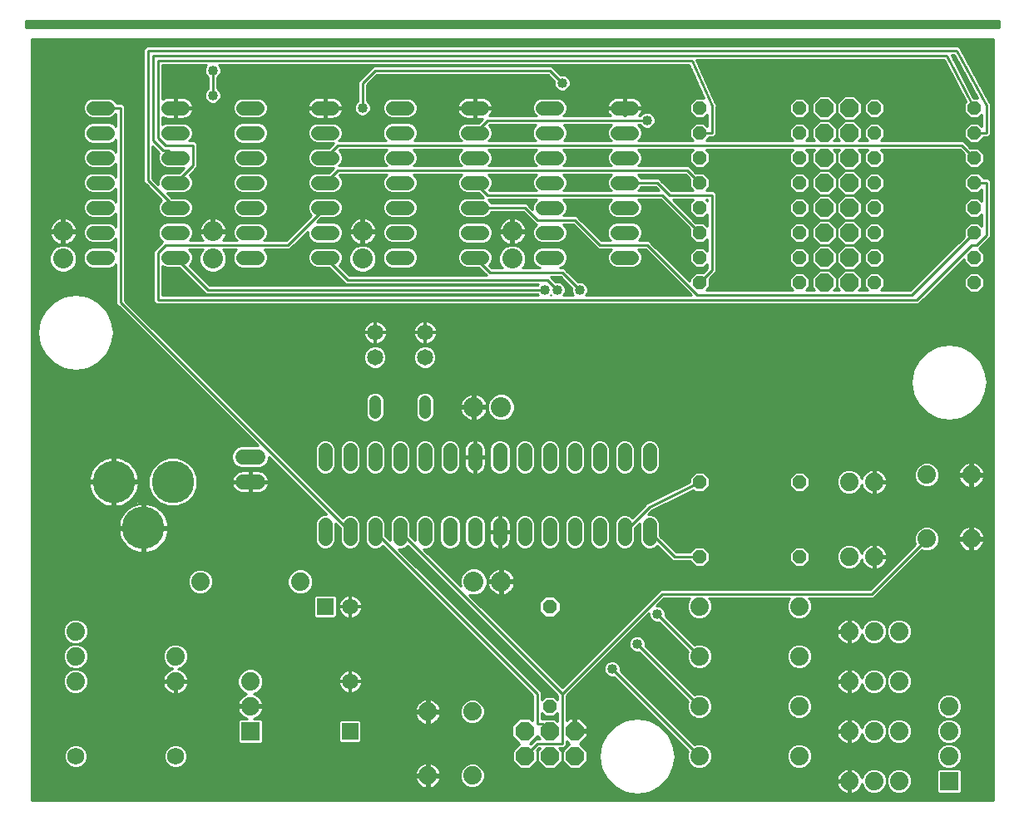
<source format=gbl>
G75*
%MOIN*%
%OFA0B0*%
%FSLAX24Y24*%
%IPPOS*%
%LPD*%
%AMOC8*
5,1,8,0,0,1.08239X$1,22.5*
%
%ADD10C,0.0560*%
%ADD11R,0.0740X0.0740*%
%ADD12C,0.0740*%
%ADD13C,0.0600*%
%ADD14R,0.0650X0.0650*%
%ADD15C,0.0650*%
%ADD16C,0.0800*%
%ADD17OC8,0.0740*%
%ADD18OC8,0.0560*%
%ADD19C,0.0680*%
%ADD20C,0.0480*%
%ADD21C,0.1700*%
%ADD22C,0.0100*%
%ADD23C,0.0400*%
D10*
X015626Y010900D02*
X015626Y011460D01*
X016626Y011460D02*
X016626Y010900D01*
X017626Y010900D02*
X017626Y011460D01*
X018626Y011460D02*
X018626Y010900D01*
X019626Y010900D02*
X019626Y011460D01*
X020626Y011460D02*
X020626Y010900D01*
X021626Y010900D02*
X021626Y011460D01*
X022626Y011460D02*
X022626Y010900D01*
X023626Y010900D02*
X023626Y011460D01*
X024626Y011460D02*
X024626Y010900D01*
X025626Y010900D02*
X025626Y011460D01*
X026626Y011460D02*
X026626Y010900D01*
X027626Y010900D02*
X027626Y011460D01*
X028626Y011460D02*
X028626Y010900D01*
X028626Y013900D02*
X028626Y014460D01*
X027626Y014460D02*
X027626Y013900D01*
X026626Y013900D02*
X026626Y014460D01*
X025626Y014460D02*
X025626Y013900D01*
X024626Y013900D02*
X024626Y014460D01*
X023626Y014460D02*
X023626Y013900D01*
X022626Y013900D02*
X022626Y014460D01*
X021626Y014460D02*
X021626Y013900D01*
X020626Y013900D02*
X020626Y014460D01*
X019626Y014460D02*
X019626Y013900D01*
X018626Y013900D02*
X018626Y014460D01*
X017626Y014460D02*
X017626Y013900D01*
X016626Y013900D02*
X016626Y014460D01*
X015626Y014460D02*
X015626Y013900D01*
X015906Y022180D02*
X015346Y022180D01*
X015346Y023180D02*
X015906Y023180D01*
X015906Y024180D02*
X015346Y024180D01*
X015346Y025180D02*
X015906Y025180D01*
X015906Y026180D02*
X015346Y026180D01*
X015346Y027180D02*
X015906Y027180D01*
X015906Y028180D02*
X015346Y028180D01*
X012906Y028180D02*
X012346Y028180D01*
X012346Y027180D02*
X012906Y027180D01*
X012906Y026180D02*
X012346Y026180D01*
X012346Y025180D02*
X012906Y025180D01*
X012906Y024180D02*
X012346Y024180D01*
X012346Y023180D02*
X012906Y023180D01*
X012906Y022180D02*
X012346Y022180D01*
X009906Y022180D02*
X009346Y022180D01*
X009346Y023180D02*
X009906Y023180D01*
X009906Y024180D02*
X009346Y024180D01*
X009346Y025180D02*
X009906Y025180D01*
X009906Y026180D02*
X009346Y026180D01*
X009346Y027180D02*
X009906Y027180D01*
X009906Y028180D02*
X009346Y028180D01*
X006906Y028180D02*
X006346Y028180D01*
X006346Y027180D02*
X006906Y027180D01*
X006906Y026180D02*
X006346Y026180D01*
X006346Y025180D02*
X006906Y025180D01*
X006906Y024180D02*
X006346Y024180D01*
X006346Y023180D02*
X006906Y023180D01*
X006906Y022180D02*
X006346Y022180D01*
X018346Y022180D02*
X018906Y022180D01*
X018906Y023180D02*
X018346Y023180D01*
X018346Y024180D02*
X018906Y024180D01*
X018906Y025180D02*
X018346Y025180D01*
X018346Y026180D02*
X018906Y026180D01*
X018906Y027180D02*
X018346Y027180D01*
X018346Y028180D02*
X018906Y028180D01*
X021346Y028180D02*
X021906Y028180D01*
X021906Y027180D02*
X021346Y027180D01*
X021346Y026180D02*
X021906Y026180D01*
X021906Y025180D02*
X021346Y025180D01*
X021346Y024180D02*
X021906Y024180D01*
X021906Y023180D02*
X021346Y023180D01*
X021346Y022180D02*
X021906Y022180D01*
X024346Y022180D02*
X024906Y022180D01*
X024906Y023180D02*
X024346Y023180D01*
X024346Y024180D02*
X024906Y024180D01*
X024906Y025180D02*
X024346Y025180D01*
X024346Y026180D02*
X024906Y026180D01*
X024906Y027180D02*
X024346Y027180D01*
X024346Y028180D02*
X024906Y028180D01*
X027346Y028180D02*
X027906Y028180D01*
X027906Y027180D02*
X027346Y027180D01*
X027346Y026180D02*
X027906Y026180D01*
X027906Y025180D02*
X027346Y025180D01*
X027346Y024180D02*
X027906Y024180D01*
X027906Y023180D02*
X027346Y023180D01*
X027346Y022180D02*
X027906Y022180D01*
D11*
X012626Y003180D03*
X040626Y001180D03*
D12*
X040626Y002180D03*
X040626Y003180D03*
X040626Y004180D03*
X038626Y003180D03*
X037626Y003180D03*
X036626Y003180D03*
X036626Y005180D03*
X037626Y005180D03*
X038626Y005180D03*
X038626Y007180D03*
X037626Y007180D03*
X036626Y007180D03*
X034626Y006180D03*
X034626Y004180D03*
X034626Y002180D03*
X036626Y001180D03*
X037626Y001180D03*
X038626Y001180D03*
X030626Y002180D03*
X030626Y004180D03*
X030626Y006180D03*
X030626Y008180D03*
X034626Y008180D03*
X036626Y010180D03*
X037626Y010180D03*
X039736Y010900D03*
X041516Y010900D03*
X041516Y013460D03*
X039736Y013460D03*
X037626Y013180D03*
X036626Y013180D03*
X021516Y003960D03*
X019736Y003960D03*
X019736Y001400D03*
X021516Y001400D03*
X012626Y004180D03*
X012626Y005180D03*
X009626Y005180D03*
X009626Y006180D03*
X010626Y009180D03*
X014626Y009180D03*
X005626Y007180D03*
X005626Y006180D03*
X005626Y005180D03*
D13*
X012326Y013180D02*
X012926Y013180D01*
X012926Y014180D02*
X012326Y014180D01*
D14*
X015626Y008180D03*
X016626Y003180D03*
D15*
X016626Y005180D03*
X016626Y008180D03*
X017626Y018180D03*
X017626Y019180D03*
X019626Y019180D03*
X019626Y018180D03*
D16*
X021576Y016180D03*
X022676Y016180D03*
X023126Y022130D03*
X023126Y023230D03*
X017126Y023230D03*
X017126Y022130D03*
X011126Y022130D03*
X011126Y023230D03*
X005126Y023230D03*
X005126Y022130D03*
X021576Y009180D03*
X022676Y009180D03*
D17*
X023626Y003180D03*
X024626Y003180D03*
X025626Y003180D03*
X025626Y002180D03*
X024626Y002180D03*
X023626Y002180D03*
X035626Y021180D03*
X036626Y021180D03*
X036626Y022180D03*
X035626Y022180D03*
X035626Y023180D03*
X036626Y023180D03*
X036626Y024180D03*
X035626Y024180D03*
X035626Y025180D03*
X036626Y025180D03*
X036626Y026180D03*
X036626Y027180D03*
X035626Y027180D03*
X035626Y026180D03*
X035626Y028180D03*
X036626Y028180D03*
D18*
X037626Y028180D03*
X037626Y027180D03*
X037626Y026180D03*
X037626Y025180D03*
X037626Y024180D03*
X037626Y023180D03*
X037626Y022180D03*
X037626Y021180D03*
X034626Y021180D03*
X034626Y022180D03*
X034626Y023180D03*
X034626Y024180D03*
X034626Y025180D03*
X034626Y026180D03*
X034626Y027180D03*
X034626Y028180D03*
X030626Y028180D03*
X030626Y027180D03*
X030626Y026180D03*
X030626Y025180D03*
X030626Y024180D03*
X030626Y023180D03*
X030626Y022180D03*
X030626Y021180D03*
X030626Y013180D03*
X030626Y010180D03*
X034626Y010180D03*
X034626Y013180D03*
X041626Y021180D03*
X041626Y022180D03*
X041626Y023180D03*
X041626Y024180D03*
X041626Y025180D03*
X041626Y026180D03*
X041626Y027180D03*
X041626Y028180D03*
X024626Y008180D03*
X024626Y004180D03*
D19*
X009626Y002180D03*
X005626Y002180D03*
D20*
X017626Y015940D02*
X017626Y016420D01*
X019626Y016420D02*
X019626Y015940D01*
D21*
X009519Y013180D03*
X008338Y011330D03*
X007157Y013180D03*
D22*
X003856Y000410D02*
X003856Y030946D01*
X042396Y030946D01*
X042396Y000410D01*
X003856Y000410D01*
X003856Y000476D02*
X042396Y000476D01*
X042396Y000574D02*
X003856Y000574D01*
X003856Y000673D02*
X027984Y000673D01*
X028126Y000650D02*
X028126Y000650D01*
X028598Y000725D01*
X028598Y000725D01*
X029025Y000942D01*
X029025Y000942D01*
X029363Y001281D01*
X029581Y001707D01*
X029656Y002180D01*
X029581Y002653D01*
X029363Y003079D01*
X029363Y003079D01*
X029025Y003418D01*
X028598Y003635D01*
X028126Y003710D01*
X028126Y003710D01*
X027653Y003635D01*
X027653Y003635D01*
X027226Y003418D01*
X026888Y003079D01*
X026670Y002653D01*
X026596Y002180D01*
X026670Y001707D01*
X026888Y001281D01*
X027226Y000942D01*
X027226Y000942D01*
X027653Y000725D01*
X028126Y000650D01*
X028268Y000673D02*
X036506Y000673D01*
X036504Y000673D02*
X036585Y000660D01*
X036596Y000660D01*
X036596Y001150D01*
X036656Y001150D01*
X036656Y000660D01*
X036667Y000660D01*
X036747Y000673D01*
X036825Y000698D01*
X036898Y000735D01*
X036964Y000783D01*
X037022Y000841D01*
X037070Y000907D01*
X037107Y000980D01*
X037133Y001058D01*
X037133Y001062D01*
X037202Y000897D01*
X037342Y000756D01*
X037526Y000680D01*
X037725Y000680D01*
X037909Y000756D01*
X038049Y000897D01*
X038126Y001081D01*
X038202Y000897D01*
X038342Y000756D01*
X038526Y000680D01*
X038725Y000680D01*
X038909Y000756D01*
X039049Y000897D01*
X039126Y001081D01*
X039126Y001279D01*
X039049Y001463D01*
X038909Y001604D01*
X038725Y001680D01*
X038526Y001680D01*
X038342Y001604D01*
X038202Y001463D01*
X038126Y001279D01*
X038126Y001081D01*
X038126Y001279D01*
X038049Y001463D01*
X037909Y001604D01*
X037725Y001680D01*
X037526Y001680D01*
X037342Y001604D01*
X037202Y001463D01*
X037133Y001298D01*
X037133Y001302D01*
X037107Y001380D01*
X037070Y001453D01*
X037022Y001519D01*
X036964Y001577D01*
X036898Y001625D01*
X036825Y001662D01*
X036747Y001687D01*
X036667Y001700D01*
X036656Y001700D01*
X036656Y001210D01*
X036596Y001210D01*
X036596Y001700D01*
X036585Y001700D01*
X036504Y001687D01*
X036426Y001662D01*
X036353Y001625D01*
X036287Y001577D01*
X036229Y001519D01*
X036181Y001453D01*
X036144Y001380D01*
X036118Y001302D01*
X036106Y001221D01*
X036106Y001210D01*
X036596Y001210D01*
X036596Y001150D01*
X036106Y001150D01*
X036106Y001139D01*
X036118Y001058D01*
X036144Y000980D01*
X036181Y000907D01*
X036229Y000841D01*
X036287Y000783D01*
X036353Y000735D01*
X036426Y000698D01*
X036504Y000673D01*
X036596Y000673D02*
X036656Y000673D01*
X036745Y000673D02*
X042396Y000673D01*
X042396Y000771D02*
X041126Y000771D01*
X041126Y000756D02*
X041126Y001604D01*
X041049Y001680D01*
X040202Y001680D01*
X040126Y001604D01*
X040126Y000756D01*
X040202Y000680D01*
X041049Y000680D01*
X041126Y000756D01*
X041126Y000870D02*
X042396Y000870D01*
X042396Y000968D02*
X041126Y000968D01*
X041126Y001067D02*
X042396Y001067D01*
X042396Y001165D02*
X041126Y001165D01*
X041126Y001264D02*
X042396Y001264D01*
X042396Y001362D02*
X041126Y001362D01*
X041126Y001461D02*
X042396Y001461D01*
X042396Y001559D02*
X041126Y001559D01*
X041072Y001658D02*
X042396Y001658D01*
X042396Y001756D02*
X040909Y001756D01*
X041049Y001897D01*
X041126Y002081D01*
X041126Y002279D01*
X041049Y002463D01*
X040909Y002604D01*
X040725Y002680D01*
X040909Y002756D01*
X041049Y002897D01*
X041126Y003081D01*
X041126Y003279D01*
X041049Y003463D01*
X040909Y003604D01*
X040725Y003680D01*
X040909Y003756D01*
X041049Y003897D01*
X041126Y004081D01*
X041126Y004279D01*
X041049Y004463D01*
X040909Y004604D01*
X040725Y004680D01*
X040526Y004680D01*
X040342Y004604D01*
X040202Y004463D01*
X040126Y004279D01*
X040126Y004081D01*
X040202Y003897D01*
X040342Y003756D01*
X040526Y003680D01*
X040725Y003680D01*
X040526Y003680D01*
X040342Y003604D01*
X040202Y003463D01*
X040126Y003279D01*
X040126Y003081D01*
X040202Y002897D01*
X040342Y002756D01*
X040526Y002680D01*
X040725Y002680D01*
X040526Y002680D01*
X040342Y002604D01*
X040202Y002463D01*
X040126Y002279D01*
X040126Y002081D01*
X040202Y001897D01*
X040342Y001756D01*
X040526Y001680D01*
X040725Y001680D01*
X040909Y001756D01*
X041007Y001855D02*
X042396Y001855D01*
X042396Y001953D02*
X041073Y001953D01*
X041114Y002052D02*
X042396Y002052D01*
X042396Y002150D02*
X041126Y002150D01*
X041126Y002249D02*
X042396Y002249D01*
X042396Y002347D02*
X041098Y002347D01*
X041057Y002446D02*
X042396Y002446D01*
X042396Y002544D02*
X040969Y002544D01*
X040816Y002643D02*
X042396Y002643D01*
X042396Y002741D02*
X040872Y002741D01*
X040992Y002840D02*
X042396Y002840D01*
X042396Y002938D02*
X041067Y002938D01*
X041107Y003037D02*
X042396Y003037D01*
X042396Y003135D02*
X041126Y003135D01*
X041126Y003234D02*
X042396Y003234D01*
X042396Y003332D02*
X041104Y003332D01*
X041063Y003431D02*
X042396Y003431D01*
X042396Y003529D02*
X040984Y003529D01*
X040852Y003628D02*
X042396Y003628D01*
X042396Y003726D02*
X040836Y003726D01*
X040977Y003825D02*
X042396Y003825D01*
X042396Y003923D02*
X041060Y003923D01*
X041101Y004022D02*
X042396Y004022D01*
X042396Y004120D02*
X041126Y004120D01*
X041126Y004219D02*
X042396Y004219D01*
X042396Y004317D02*
X041110Y004317D01*
X041069Y004416D02*
X042396Y004416D01*
X042396Y004514D02*
X040999Y004514D01*
X040888Y004613D02*
X042396Y004613D01*
X042396Y004711D02*
X038800Y004711D01*
X038725Y004680D02*
X038909Y004756D01*
X039049Y004897D01*
X039126Y005081D01*
X039126Y005279D01*
X039049Y005463D01*
X038909Y005604D01*
X038725Y005680D01*
X038526Y005680D01*
X038342Y005604D01*
X038202Y005463D01*
X038126Y005279D01*
X038126Y005081D01*
X038202Y004897D01*
X038342Y004756D01*
X038526Y004680D01*
X038725Y004680D01*
X038962Y004810D02*
X042396Y004810D01*
X042396Y004908D02*
X039054Y004908D01*
X039095Y005007D02*
X042396Y005007D01*
X042396Y005105D02*
X039126Y005105D01*
X039126Y005204D02*
X042396Y005204D01*
X042396Y005302D02*
X039116Y005302D01*
X039075Y005401D02*
X042396Y005401D01*
X042396Y005499D02*
X039014Y005499D01*
X038915Y005598D02*
X042396Y005598D01*
X042396Y005696D02*
X036692Y005696D01*
X036667Y005700D02*
X036656Y005700D01*
X036656Y005210D01*
X036596Y005210D01*
X036596Y005700D01*
X036585Y005700D01*
X036504Y005687D01*
X036426Y005662D01*
X036353Y005625D01*
X036287Y005577D01*
X036229Y005519D01*
X036181Y005453D01*
X036144Y005380D01*
X036118Y005302D01*
X036106Y005221D01*
X036106Y005210D01*
X036596Y005210D01*
X036596Y005150D01*
X036656Y005150D01*
X036656Y004660D01*
X036667Y004660D01*
X036747Y004673D01*
X036825Y004698D01*
X036898Y004735D01*
X036964Y004783D01*
X037022Y004841D01*
X037070Y004907D01*
X037107Y004980D01*
X037133Y005058D01*
X037133Y005062D01*
X037202Y004897D01*
X037342Y004756D01*
X037526Y004680D01*
X037725Y004680D01*
X037909Y004756D01*
X038049Y004897D01*
X038126Y005081D01*
X038126Y005279D01*
X038049Y005463D01*
X037909Y005604D01*
X037725Y005680D01*
X037526Y005680D01*
X037342Y005604D01*
X037202Y005463D01*
X037133Y005298D01*
X037133Y005302D01*
X037135Y005302D01*
X037133Y005302D02*
X037107Y005380D01*
X037070Y005453D01*
X037022Y005519D01*
X036964Y005577D01*
X036898Y005625D01*
X036825Y005662D01*
X036747Y005687D01*
X036667Y005700D01*
X036656Y005696D02*
X036596Y005696D01*
X036560Y005696D02*
X034764Y005696D01*
X034725Y005680D02*
X034909Y005756D01*
X035049Y005897D01*
X035126Y006081D01*
X035126Y006279D01*
X035049Y006463D01*
X034909Y006604D01*
X034725Y006680D01*
X034526Y006680D01*
X034342Y006604D01*
X034202Y006463D01*
X034126Y006279D01*
X034126Y006081D01*
X034202Y005897D01*
X034342Y005756D01*
X034526Y005680D01*
X034725Y005680D01*
X034487Y005696D02*
X030764Y005696D01*
X030725Y005680D02*
X030909Y005756D01*
X031049Y005897D01*
X031126Y006081D01*
X031126Y006279D01*
X031049Y006463D01*
X030909Y006604D01*
X030725Y006680D01*
X030526Y006680D01*
X030423Y006637D01*
X029253Y007807D01*
X029256Y007814D01*
X029256Y007946D01*
X029205Y008067D01*
X029113Y008160D01*
X028991Y008210D01*
X028910Y008210D01*
X029200Y008500D01*
X030238Y008500D01*
X030202Y008463D01*
X030126Y008279D01*
X030126Y008081D01*
X030202Y007897D01*
X030342Y007756D01*
X030526Y007680D01*
X030725Y007680D01*
X030909Y007756D01*
X031049Y007897D01*
X031126Y008081D01*
X031126Y008279D01*
X031049Y008463D01*
X031013Y008500D01*
X034238Y008500D01*
X034202Y008463D01*
X034126Y008279D01*
X034126Y008081D01*
X034202Y007897D01*
X034342Y007756D01*
X034526Y007680D01*
X034725Y007680D01*
X034909Y007756D01*
X035049Y007897D01*
X035126Y008081D01*
X035126Y008279D01*
X035049Y008463D01*
X035013Y008500D01*
X037600Y008500D01*
X037706Y008605D01*
X039540Y010440D01*
X039636Y010400D01*
X039835Y010400D01*
X040019Y010476D01*
X040159Y010617D01*
X040236Y010801D01*
X040236Y010999D01*
X040159Y011183D01*
X040019Y011324D01*
X039835Y011400D01*
X039636Y011400D01*
X039452Y011324D01*
X039312Y011183D01*
X039236Y010999D01*
X039236Y010801D01*
X039281Y010690D01*
X037451Y008860D01*
X029051Y008860D01*
X025126Y004935D01*
X021405Y008655D01*
X021466Y008630D01*
X021685Y008630D01*
X021887Y008714D01*
X022042Y008868D01*
X022126Y009071D01*
X022126Y009289D01*
X022042Y009492D01*
X021887Y009646D01*
X021685Y009730D01*
X021466Y009730D01*
X021264Y009646D01*
X021109Y009492D01*
X021026Y009289D01*
X021026Y009071D01*
X021051Y009009D01*
X019570Y010490D01*
X019707Y010490D01*
X019858Y010552D01*
X019973Y010668D01*
X020036Y010818D01*
X020035Y010818D02*
X020196Y010818D01*
X020196Y010814D02*
X020261Y010656D01*
X020382Y010535D01*
X020540Y010470D01*
X020711Y010470D01*
X020869Y010535D01*
X020990Y010656D01*
X021056Y010814D01*
X021056Y011546D01*
X020990Y011704D01*
X020869Y011825D01*
X020711Y011890D01*
X020540Y011890D01*
X020382Y011825D01*
X020261Y011704D01*
X020196Y011546D01*
X020196Y010814D01*
X020235Y010720D02*
X019995Y010720D01*
X020036Y010818D02*
X020036Y011542D01*
X019973Y011692D01*
X019858Y011808D01*
X019707Y011870D01*
X019544Y011870D01*
X019393Y011808D01*
X019278Y011692D01*
X019216Y011542D01*
X019216Y010845D01*
X019036Y011025D01*
X019036Y011542D01*
X018973Y011692D01*
X018858Y011808D01*
X018707Y011870D01*
X018544Y011870D01*
X018393Y011808D01*
X018278Y011692D01*
X018216Y011542D01*
X018216Y010845D01*
X018036Y011025D01*
X018036Y011542D01*
X017973Y011692D01*
X017858Y011808D01*
X017707Y011870D01*
X017544Y011870D01*
X017393Y011808D01*
X017278Y011692D01*
X017216Y011542D01*
X017216Y010818D01*
X017035Y010818D01*
X017036Y010818D02*
X017036Y011542D01*
X016973Y011692D01*
X016858Y011808D01*
X016707Y011870D01*
X016544Y011870D01*
X016393Y011808D01*
X016323Y011737D01*
X007606Y020455D01*
X007606Y028255D01*
X007500Y028360D01*
X007275Y028360D01*
X007253Y028412D01*
X007138Y028528D01*
X006987Y028590D01*
X006264Y028590D01*
X006113Y028528D01*
X005998Y028412D01*
X005936Y028262D01*
X005936Y028098D01*
X005998Y027948D01*
X006113Y027832D01*
X006264Y027770D01*
X006987Y027770D01*
X007138Y027832D01*
X007246Y027940D01*
X007246Y027448D01*
X007149Y027545D01*
X006991Y027610D01*
X006260Y027610D01*
X006102Y027545D01*
X005981Y027424D01*
X005916Y027266D01*
X005916Y027094D01*
X005981Y026936D01*
X006102Y026815D01*
X006260Y026750D01*
X006991Y026750D01*
X007149Y026815D01*
X007246Y026912D01*
X007246Y026420D01*
X007138Y026528D01*
X006987Y026590D01*
X006264Y026590D01*
X006113Y026528D01*
X005998Y026412D01*
X005936Y026262D01*
X005936Y026098D01*
X005998Y025948D01*
X006113Y025832D01*
X006264Y025770D01*
X006987Y025770D01*
X007138Y025832D01*
X007246Y025940D01*
X007246Y025420D01*
X007138Y025528D01*
X006987Y025590D01*
X006264Y025590D01*
X006113Y025528D01*
X005998Y025412D01*
X005936Y025262D01*
X005936Y025098D01*
X005998Y024948D01*
X006113Y024832D01*
X006264Y024770D01*
X006987Y024770D01*
X007138Y024832D01*
X007246Y024940D01*
X007246Y024420D01*
X007138Y024528D01*
X006987Y024590D01*
X006264Y024590D01*
X006113Y024528D01*
X005998Y024412D01*
X005936Y024262D01*
X005936Y024098D01*
X005998Y023948D01*
X006113Y023832D01*
X006264Y023770D01*
X006987Y023770D01*
X007138Y023832D01*
X007246Y023940D01*
X007246Y023420D01*
X007138Y023528D01*
X006987Y023590D01*
X006264Y023590D01*
X006113Y023528D01*
X005998Y023412D01*
X005936Y023262D01*
X005936Y023098D01*
X005998Y022948D01*
X006113Y022832D01*
X006264Y022770D01*
X006987Y022770D01*
X007138Y022832D01*
X007246Y022940D01*
X007246Y022448D01*
X007149Y022545D01*
X006991Y022610D01*
X006260Y022610D01*
X006102Y022545D01*
X005981Y022424D01*
X005916Y022266D01*
X005916Y022094D01*
X005981Y021936D01*
X006102Y021815D01*
X006260Y021750D01*
X006991Y021750D01*
X007149Y021815D01*
X007246Y021912D01*
X007246Y020305D01*
X007351Y020200D01*
X012921Y014630D01*
X012236Y014630D01*
X012071Y014561D01*
X011944Y014435D01*
X011876Y014270D01*
X011876Y014090D01*
X011944Y013925D01*
X012071Y013799D01*
X012236Y013730D01*
X013015Y013730D01*
X013180Y013799D01*
X013307Y013925D01*
X013376Y014090D01*
X013376Y014175D01*
X015681Y011870D01*
X015544Y011870D01*
X015393Y011808D01*
X015278Y011692D01*
X015216Y011542D01*
X015216Y010818D01*
X009198Y010818D01*
X009215Y010845D02*
X009264Y010946D01*
X009301Y011052D01*
X009326Y011162D01*
X009338Y011273D01*
X009338Y011280D01*
X008388Y011280D01*
X008388Y011380D01*
X008288Y011380D01*
X008288Y012330D01*
X008282Y012330D01*
X008170Y012317D01*
X008061Y012292D01*
X007955Y012255D01*
X007854Y012206D01*
X007759Y012146D01*
X007671Y012076D01*
X007591Y011997D01*
X007521Y011909D01*
X007462Y011814D01*
X007413Y011713D01*
X007376Y011607D01*
X007351Y011497D01*
X007338Y011386D01*
X007338Y011380D01*
X008288Y011380D01*
X008288Y011280D01*
X007338Y011280D01*
X007338Y011273D01*
X007351Y011162D01*
X007376Y011052D01*
X007413Y010946D01*
X007462Y010845D01*
X007521Y010750D01*
X007591Y010662D01*
X007671Y010583D01*
X007759Y010513D01*
X007854Y010453D01*
X007955Y010404D01*
X008061Y010367D01*
X008170Y010342D01*
X008282Y010330D01*
X008288Y010330D01*
X008288Y011280D01*
X008388Y011280D01*
X008388Y010330D01*
X008394Y010330D01*
X008506Y010342D01*
X008615Y010367D01*
X008721Y010404D01*
X008823Y010453D01*
X008918Y010513D01*
X009006Y010583D01*
X009085Y010662D01*
X009155Y010750D01*
X009215Y010845D01*
X009249Y010917D02*
X015216Y010917D01*
X015216Y011015D02*
X009288Y011015D01*
X009315Y011114D02*
X015216Y011114D01*
X015216Y011212D02*
X009331Y011212D01*
X009338Y011380D02*
X009338Y011386D01*
X009326Y011497D01*
X009301Y011607D01*
X009264Y011713D01*
X009215Y011814D01*
X009155Y011909D01*
X009085Y011997D01*
X009006Y012076D01*
X008918Y012146D01*
X008823Y012206D01*
X008721Y012255D01*
X008615Y012292D01*
X008506Y012317D01*
X008394Y012330D01*
X008388Y012330D01*
X008388Y011380D01*
X009338Y011380D01*
X009336Y011409D02*
X015216Y011409D01*
X015216Y011311D02*
X008388Y011311D01*
X008388Y011409D02*
X008288Y011409D01*
X008288Y011311D02*
X003856Y011311D01*
X003856Y011409D02*
X007341Y011409D01*
X007353Y011508D02*
X003856Y011508D01*
X003856Y011606D02*
X007376Y011606D01*
X007410Y011705D02*
X003856Y011705D01*
X003856Y011803D02*
X007456Y011803D01*
X007517Y011902D02*
X003856Y011902D01*
X003856Y012000D02*
X007594Y012000D01*
X007699Y012099D02*
X003856Y012099D01*
X003856Y012197D02*
X006970Y012197D01*
X006989Y012193D02*
X007101Y012180D01*
X007107Y012180D01*
X007107Y013130D01*
X006157Y013130D01*
X006157Y013124D01*
X006170Y013012D01*
X006195Y012903D01*
X006232Y012797D01*
X006280Y012696D01*
X006340Y012600D01*
X006410Y012513D01*
X006490Y012433D01*
X006578Y012363D01*
X006673Y012303D01*
X006774Y012255D01*
X006880Y012218D01*
X006989Y012193D01*
X007107Y012197D02*
X007207Y012197D01*
X007207Y012180D02*
X007213Y012180D01*
X007325Y012193D01*
X007434Y012218D01*
X007540Y012255D01*
X007642Y012303D01*
X007737Y012363D01*
X007824Y012433D01*
X007904Y012513D01*
X007974Y012600D01*
X008034Y012696D01*
X008082Y012797D01*
X008120Y012903D01*
X008145Y013012D01*
X008157Y013124D01*
X008157Y013130D01*
X007207Y013130D01*
X007207Y012180D01*
X007207Y012296D02*
X007107Y012296D01*
X007107Y012394D02*
X007207Y012394D01*
X007207Y012493D02*
X007107Y012493D01*
X007107Y012591D02*
X007207Y012591D01*
X007207Y012690D02*
X007107Y012690D01*
X007107Y012788D02*
X007207Y012788D01*
X007207Y012887D02*
X007107Y012887D01*
X007107Y012985D02*
X007207Y012985D01*
X007207Y013084D02*
X007107Y013084D01*
X007107Y013130D02*
X007207Y013130D01*
X007207Y013230D01*
X007107Y013230D01*
X007107Y013130D01*
X007107Y013182D02*
X003856Y013182D01*
X003856Y013084D02*
X006162Y013084D01*
X006176Y012985D02*
X003856Y012985D01*
X003856Y012887D02*
X006200Y012887D01*
X006236Y012788D02*
X003856Y012788D01*
X003856Y012690D02*
X006284Y012690D01*
X006348Y012591D02*
X003856Y012591D01*
X003856Y012493D02*
X006430Y012493D01*
X006539Y012394D02*
X003856Y012394D01*
X003856Y012296D02*
X006689Y012296D01*
X007344Y012197D02*
X007839Y012197D01*
X007775Y012394D02*
X008919Y012394D01*
X008964Y012349D02*
X008688Y012625D01*
X008539Y012985D01*
X008539Y013375D01*
X008688Y013735D01*
X008964Y014011D01*
X009324Y014160D01*
X009714Y014160D01*
X010074Y014011D01*
X010350Y013735D01*
X010499Y013375D01*
X010499Y012985D01*
X011920Y012985D01*
X011909Y013007D02*
X011941Y012944D01*
X011982Y012887D01*
X012032Y012837D01*
X012090Y012795D01*
X012153Y012763D01*
X012220Y012741D01*
X012290Y012730D01*
X012586Y012730D01*
X012586Y013140D01*
X012666Y013140D01*
X012666Y013220D01*
X013375Y013220D01*
X013365Y013285D01*
X013343Y013353D01*
X013310Y013416D01*
X013269Y013473D01*
X013219Y013523D01*
X013161Y013565D01*
X013098Y013597D01*
X013031Y013619D01*
X012961Y013630D01*
X012666Y013630D01*
X012666Y013220D01*
X012586Y013220D01*
X012586Y013630D01*
X012290Y013630D01*
X012220Y013619D01*
X012153Y013597D01*
X012090Y013565D01*
X012032Y013523D01*
X011982Y013473D01*
X011941Y013416D01*
X011909Y013353D01*
X011887Y013285D01*
X011876Y013220D01*
X012586Y013220D01*
X012586Y013140D01*
X011876Y013140D01*
X011887Y013075D01*
X011909Y013007D01*
X011885Y013084D02*
X010499Y013084D01*
X010499Y013182D02*
X012586Y013182D01*
X012666Y013182D02*
X014369Y013182D01*
X014468Y013084D02*
X013366Y013084D01*
X013365Y013075D02*
X013343Y013007D01*
X013310Y012944D01*
X013269Y012887D01*
X013219Y012837D01*
X013161Y012795D01*
X013098Y012763D01*
X013031Y012741D01*
X012961Y012730D01*
X012666Y012730D01*
X012666Y013140D01*
X013375Y013140D01*
X013365Y013075D01*
X013331Y012985D02*
X014566Y012985D01*
X014665Y012887D02*
X013269Y012887D01*
X013148Y012788D02*
X014763Y012788D01*
X014862Y012690D02*
X010377Y012690D01*
X010350Y012625D02*
X010499Y012985D01*
X010458Y012887D02*
X011983Y012887D01*
X012104Y012788D02*
X010418Y012788D01*
X010350Y012625D02*
X010074Y012349D01*
X009714Y012200D01*
X009324Y012200D01*
X008964Y012349D01*
X009094Y012296D02*
X008600Y012296D01*
X008388Y012296D02*
X008288Y012296D01*
X008288Y012197D02*
X008388Y012197D01*
X008388Y012099D02*
X008288Y012099D01*
X008288Y012000D02*
X008388Y012000D01*
X008388Y011902D02*
X008288Y011902D01*
X008288Y011803D02*
X008388Y011803D01*
X008388Y011705D02*
X008288Y011705D01*
X008288Y011606D02*
X008388Y011606D01*
X008388Y011508D02*
X008288Y011508D01*
X008288Y011212D02*
X008388Y011212D01*
X008388Y011114D02*
X008288Y011114D01*
X008288Y011015D02*
X008388Y011015D01*
X008388Y010917D02*
X008288Y010917D01*
X008288Y010818D02*
X008388Y010818D01*
X008388Y010720D02*
X008288Y010720D01*
X008288Y010621D02*
X008388Y010621D01*
X008388Y010523D02*
X008288Y010523D01*
X008288Y010424D02*
X008388Y010424D01*
X008762Y010424D02*
X018127Y010424D01*
X018226Y010326D02*
X003856Y010326D01*
X003856Y010424D02*
X007914Y010424D01*
X007746Y010523D02*
X003856Y010523D01*
X003856Y010621D02*
X007633Y010621D01*
X007546Y010720D02*
X003856Y010720D01*
X003856Y010818D02*
X007479Y010818D01*
X007427Y010917D02*
X003856Y010917D01*
X003856Y011015D02*
X007389Y011015D01*
X007362Y011114D02*
X003856Y011114D01*
X003856Y011212D02*
X007345Y011212D01*
X007625Y012296D02*
X008076Y012296D01*
X007884Y012493D02*
X008821Y012493D01*
X008722Y012591D02*
X007966Y012591D01*
X008030Y012690D02*
X008662Y012690D01*
X008621Y012788D02*
X008078Y012788D01*
X008114Y012887D02*
X008580Y012887D01*
X008539Y012985D02*
X008138Y012985D01*
X008153Y013084D02*
X008539Y013084D01*
X008539Y013182D02*
X007207Y013182D01*
X007207Y013230D02*
X008157Y013230D01*
X008157Y013236D01*
X008145Y013348D01*
X008120Y013457D01*
X008082Y013563D01*
X008034Y013664D01*
X007974Y013760D01*
X007904Y013847D01*
X007824Y013927D01*
X007737Y013997D01*
X007642Y014057D01*
X007540Y014105D01*
X007434Y014142D01*
X007325Y014167D01*
X007213Y014180D01*
X007207Y014180D01*
X007207Y013230D01*
X007207Y013281D02*
X007107Y013281D01*
X007107Y013230D02*
X007107Y014180D01*
X007101Y014180D01*
X006989Y014167D01*
X006880Y014142D01*
X006774Y014105D01*
X006673Y014057D01*
X006578Y013997D01*
X006490Y013927D01*
X006410Y013847D01*
X006340Y013760D01*
X006280Y013664D01*
X006232Y013563D01*
X006195Y013457D01*
X006170Y013348D01*
X006157Y013236D01*
X006157Y013230D01*
X007107Y013230D01*
X007107Y013379D02*
X007207Y013379D01*
X007207Y013478D02*
X007107Y013478D01*
X007107Y013576D02*
X007207Y013576D01*
X007207Y013675D02*
X007107Y013675D01*
X007107Y013773D02*
X007207Y013773D01*
X007207Y013872D02*
X007107Y013872D01*
X007107Y013970D02*
X007207Y013970D01*
X007207Y014069D02*
X007107Y014069D01*
X007107Y014167D02*
X007207Y014167D01*
X007327Y014167D02*
X011876Y014167D01*
X011876Y014266D02*
X003856Y014266D01*
X003856Y014364D02*
X011915Y014364D01*
X011972Y014463D02*
X003856Y014463D01*
X003856Y014561D02*
X012070Y014561D01*
X012497Y015054D02*
X003856Y015054D01*
X003856Y015152D02*
X012399Y015152D01*
X012300Y015251D02*
X003856Y015251D01*
X003856Y015349D02*
X012202Y015349D01*
X012103Y015448D02*
X003856Y015448D01*
X003856Y015546D02*
X012005Y015546D01*
X011906Y015645D02*
X003856Y015645D01*
X003856Y015743D02*
X011808Y015743D01*
X011709Y015842D02*
X003856Y015842D01*
X003856Y015940D02*
X011611Y015940D01*
X011512Y016039D02*
X003856Y016039D01*
X003856Y016137D02*
X011414Y016137D01*
X011315Y016236D02*
X003856Y016236D01*
X003856Y016334D02*
X011217Y016334D01*
X011118Y016433D02*
X003856Y016433D01*
X003856Y016531D02*
X011020Y016531D01*
X010921Y016630D02*
X003856Y016630D01*
X003856Y016728D02*
X010823Y016728D01*
X010724Y016827D02*
X003856Y016827D01*
X003856Y016925D02*
X010626Y016925D01*
X010527Y017024D02*
X003856Y017024D01*
X003856Y017122D02*
X010429Y017122D01*
X010330Y017221D02*
X003856Y017221D01*
X003856Y017319D02*
X010232Y017319D01*
X010133Y017418D02*
X003856Y017418D01*
X003856Y017516D02*
X010035Y017516D01*
X009936Y017615D02*
X003856Y017615D01*
X003856Y017713D02*
X005228Y017713D01*
X005153Y017725D02*
X005626Y017650D01*
X006098Y017725D01*
X006098Y017725D01*
X006525Y017942D01*
X006863Y018281D01*
X007081Y018707D01*
X007156Y019180D01*
X007081Y019653D01*
X006863Y020079D01*
X006525Y020418D01*
X006098Y020635D01*
X005626Y020710D01*
X005153Y020635D01*
X005153Y020635D01*
X004726Y020418D01*
X004388Y020079D01*
X004170Y019653D01*
X004096Y019180D01*
X004170Y018707D01*
X004388Y018281D01*
X004726Y017942D01*
X004726Y017942D01*
X005153Y017725D01*
X005153Y017725D01*
X004983Y017812D02*
X003856Y017812D01*
X003856Y017910D02*
X004789Y017910D01*
X004660Y018009D02*
X003856Y018009D01*
X003856Y018107D02*
X004561Y018107D01*
X004463Y018206D02*
X003856Y018206D01*
X003856Y018304D02*
X004376Y018304D01*
X004388Y018281D02*
X004388Y018281D01*
X004326Y018403D02*
X003856Y018403D01*
X003856Y018501D02*
X004276Y018501D01*
X004225Y018600D02*
X003856Y018600D01*
X003856Y018698D02*
X004175Y018698D01*
X004170Y018707D02*
X004170Y018707D01*
X004156Y018797D02*
X003856Y018797D01*
X003856Y018895D02*
X004141Y018895D01*
X004125Y018994D02*
X003856Y018994D01*
X003856Y019092D02*
X004110Y019092D01*
X004096Y019180D02*
X004096Y019180D01*
X004097Y019191D02*
X003856Y019191D01*
X003856Y019289D02*
X004113Y019289D01*
X004128Y019388D02*
X003856Y019388D01*
X003856Y019486D02*
X004144Y019486D01*
X004160Y019585D02*
X003856Y019585D01*
X003856Y019683D02*
X004186Y019683D01*
X004170Y019653D02*
X004170Y019653D01*
X004236Y019782D02*
X003856Y019782D01*
X003856Y019880D02*
X004286Y019880D01*
X004336Y019979D02*
X003856Y019979D01*
X003856Y020077D02*
X004387Y020077D01*
X004388Y020079D02*
X004388Y020079D01*
X004484Y020176D02*
X003856Y020176D01*
X003856Y020274D02*
X004583Y020274D01*
X004681Y020373D02*
X003856Y020373D01*
X003856Y020471D02*
X004831Y020471D01*
X004726Y020418D02*
X004726Y020418D01*
X005024Y020570D02*
X003856Y020570D01*
X003856Y020668D02*
X005361Y020668D01*
X005626Y020710D02*
X005626Y020710D01*
X005890Y020668D02*
X007246Y020668D01*
X007246Y020570D02*
X006227Y020570D01*
X006420Y020471D02*
X007246Y020471D01*
X007246Y020373D02*
X006570Y020373D01*
X006669Y020274D02*
X007277Y020274D01*
X007375Y020176D02*
X006767Y020176D01*
X006863Y020079D02*
X006863Y020079D01*
X006865Y020077D02*
X007474Y020077D01*
X007572Y019979D02*
X006915Y019979D01*
X006965Y019880D02*
X007671Y019880D01*
X007769Y019782D02*
X007015Y019782D01*
X007065Y019683D02*
X007868Y019683D01*
X007966Y019585D02*
X007092Y019585D01*
X007081Y019653D02*
X007081Y019653D01*
X007107Y019486D02*
X008065Y019486D01*
X008163Y019388D02*
X007123Y019388D01*
X007138Y019289D02*
X008262Y019289D01*
X008360Y019191D02*
X007154Y019191D01*
X007142Y019092D02*
X008459Y019092D01*
X008557Y018994D02*
X007126Y018994D01*
X007110Y018895D02*
X008656Y018895D01*
X008754Y018797D02*
X007095Y018797D01*
X007081Y018707D02*
X007081Y018707D01*
X007076Y018698D02*
X008853Y018698D01*
X008951Y018600D02*
X007026Y018600D01*
X006976Y018501D02*
X009050Y018501D01*
X009148Y018403D02*
X006925Y018403D01*
X006875Y018304D02*
X009247Y018304D01*
X009345Y018206D02*
X006788Y018206D01*
X006863Y018281D02*
X006863Y018281D01*
X006690Y018107D02*
X009444Y018107D01*
X009542Y018009D02*
X006591Y018009D01*
X006525Y017942D02*
X006525Y017942D01*
X006462Y017910D02*
X009641Y017910D01*
X009739Y017812D02*
X006268Y017812D01*
X006024Y017713D02*
X009838Y017713D01*
X010052Y018009D02*
X017204Y018009D01*
X017171Y018089D02*
X017240Y017922D01*
X017368Y017794D01*
X017535Y017725D01*
X017716Y017725D01*
X017883Y017794D01*
X018011Y017922D01*
X018081Y018089D01*
X018081Y018271D01*
X018011Y018438D01*
X017883Y018566D01*
X017716Y018635D01*
X017535Y018635D01*
X017368Y018566D01*
X017240Y018438D01*
X017171Y018271D01*
X017171Y018089D01*
X017171Y018107D02*
X009953Y018107D01*
X009855Y018206D02*
X017171Y018206D01*
X017184Y018304D02*
X009756Y018304D01*
X009658Y018403D02*
X017225Y018403D01*
X017303Y018501D02*
X009559Y018501D01*
X009461Y018600D02*
X017449Y018600D01*
X017514Y018717D02*
X017588Y018705D01*
X017607Y018705D01*
X017607Y019161D01*
X017644Y019161D01*
X017644Y018705D01*
X017663Y018705D01*
X017737Y018717D01*
X017808Y018740D01*
X017875Y018774D01*
X017935Y018818D01*
X017988Y018871D01*
X018032Y018931D01*
X018066Y018998D01*
X018089Y019069D01*
X018101Y019143D01*
X018101Y019161D01*
X017644Y019161D01*
X017644Y019199D01*
X017607Y019199D01*
X017607Y019655D01*
X017588Y019655D01*
X017514Y019643D01*
X017443Y019620D01*
X017377Y019586D01*
X017316Y019542D01*
X017263Y019489D01*
X017219Y019429D01*
X017185Y019362D01*
X017162Y019291D01*
X017151Y019217D01*
X017151Y019199D01*
X017607Y019199D01*
X017607Y019161D01*
X017151Y019161D01*
X017151Y019143D01*
X017162Y019069D01*
X017185Y018998D01*
X017219Y018931D01*
X017263Y018871D01*
X017316Y018818D01*
X017377Y018774D01*
X017443Y018740D01*
X017514Y018717D01*
X017607Y018797D02*
X017644Y018797D01*
X017644Y018895D02*
X017607Y018895D01*
X017607Y018994D02*
X017644Y018994D01*
X017644Y019092D02*
X017607Y019092D01*
X017607Y019191D02*
X008870Y019191D01*
X008771Y019289D02*
X017162Y019289D01*
X017198Y019388D02*
X008673Y019388D01*
X008574Y019486D02*
X017261Y019486D01*
X017374Y019585D02*
X008476Y019585D01*
X008377Y019683D02*
X042396Y019683D01*
X042396Y019585D02*
X019877Y019585D01*
X019875Y019586D02*
X019808Y019620D01*
X019737Y019643D01*
X019663Y019655D01*
X019644Y019655D01*
X019644Y019199D01*
X019607Y019199D01*
X019607Y019655D01*
X019588Y019655D01*
X019514Y019643D01*
X019443Y019620D01*
X019377Y019586D01*
X019316Y019542D01*
X019263Y019489D01*
X019219Y019429D01*
X019185Y019362D01*
X019162Y019291D01*
X019151Y019217D01*
X019151Y019199D01*
X019607Y019199D01*
X019607Y019161D01*
X019644Y019161D01*
X019644Y018705D01*
X019663Y018705D01*
X019737Y018717D01*
X019808Y018740D01*
X019875Y018774D01*
X019935Y018818D01*
X019988Y018871D01*
X020032Y018931D01*
X020066Y018998D01*
X020089Y019069D01*
X020101Y019143D01*
X020101Y019161D01*
X019644Y019161D01*
X019644Y019199D01*
X020101Y019199D01*
X020101Y019217D01*
X020089Y019291D01*
X020066Y019362D01*
X020032Y019429D01*
X019988Y019489D01*
X019935Y019542D01*
X019875Y019586D01*
X019990Y019486D02*
X042396Y019486D01*
X042396Y019388D02*
X020053Y019388D01*
X020089Y019289D02*
X042396Y019289D01*
X042396Y019191D02*
X019644Y019191D01*
X019607Y019191D02*
X017644Y019191D01*
X017644Y019199D02*
X018101Y019199D01*
X018101Y019217D01*
X018089Y019291D01*
X018066Y019362D01*
X018032Y019429D01*
X017988Y019489D01*
X017935Y019542D01*
X017875Y019586D01*
X017808Y019620D01*
X017737Y019643D01*
X017663Y019655D01*
X017644Y019655D01*
X017644Y019199D01*
X017644Y019289D02*
X017607Y019289D01*
X017607Y019388D02*
X017644Y019388D01*
X017644Y019486D02*
X017607Y019486D01*
X017607Y019585D02*
X017644Y019585D01*
X017877Y019585D02*
X019374Y019585D01*
X019261Y019486D02*
X017990Y019486D01*
X018053Y019388D02*
X019198Y019388D01*
X019162Y019289D02*
X018089Y019289D01*
X018093Y019092D02*
X019159Y019092D01*
X019162Y019069D02*
X019185Y018998D01*
X019219Y018931D01*
X019263Y018871D01*
X019316Y018818D01*
X019377Y018774D01*
X019443Y018740D01*
X019514Y018717D01*
X019588Y018705D01*
X019607Y018705D01*
X019607Y019161D01*
X019151Y019161D01*
X019151Y019143D01*
X019162Y019069D01*
X019187Y018994D02*
X018064Y018994D01*
X018006Y018895D02*
X019245Y018895D01*
X019345Y018797D02*
X017906Y018797D01*
X017802Y018600D02*
X019449Y018600D01*
X019368Y018566D02*
X019240Y018438D01*
X019171Y018271D01*
X019171Y018089D01*
X019240Y017922D01*
X019368Y017794D01*
X019535Y017725D01*
X019716Y017725D01*
X019883Y017794D01*
X020011Y017922D01*
X020081Y018089D01*
X020081Y018271D01*
X020011Y018438D01*
X019883Y018566D01*
X019716Y018635D01*
X019535Y018635D01*
X019368Y018566D01*
X019303Y018501D02*
X017948Y018501D01*
X018026Y018403D02*
X019225Y018403D01*
X019184Y018304D02*
X018067Y018304D01*
X018081Y018206D02*
X019171Y018206D01*
X019171Y018107D02*
X018081Y018107D01*
X018047Y018009D02*
X019204Y018009D01*
X019252Y017910D02*
X017999Y017910D01*
X017901Y017812D02*
X019351Y017812D01*
X019901Y017812D02*
X039251Y017812D01*
X039302Y017910D02*
X019999Y017910D01*
X020047Y018009D02*
X039352Y018009D01*
X039388Y018079D02*
X039170Y017653D01*
X039096Y017180D01*
X039170Y016707D01*
X039388Y016281D01*
X039726Y015942D01*
X039726Y015942D01*
X040153Y015725D01*
X040626Y015650D01*
X041098Y015725D01*
X041098Y015725D01*
X041525Y015942D01*
X041863Y016281D01*
X042081Y016707D01*
X042156Y017180D01*
X042081Y017653D01*
X041863Y018079D01*
X041863Y018079D01*
X041525Y018418D01*
X041098Y018635D01*
X040626Y018710D01*
X040626Y018710D01*
X040153Y018635D01*
X040153Y018635D01*
X039726Y018418D01*
X039388Y018079D01*
X039388Y018079D01*
X039416Y018107D02*
X020081Y018107D01*
X020081Y018206D02*
X039514Y018206D01*
X039613Y018304D02*
X020067Y018304D01*
X020026Y018403D02*
X039711Y018403D01*
X039726Y018418D02*
X039726Y018418D01*
X039890Y018501D02*
X019948Y018501D01*
X019802Y018600D02*
X040083Y018600D01*
X040550Y018698D02*
X009362Y018698D01*
X009264Y018797D02*
X017345Y018797D01*
X017245Y018895D02*
X009165Y018895D01*
X009067Y018994D02*
X017187Y018994D01*
X017159Y019092D02*
X008968Y019092D01*
X008279Y019782D02*
X042396Y019782D01*
X042396Y019880D02*
X008180Y019880D01*
X008082Y019979D02*
X042396Y019979D01*
X042396Y020077D02*
X007983Y020077D01*
X007885Y020176D02*
X042396Y020176D01*
X042396Y020274D02*
X007786Y020274D01*
X007688Y020373D02*
X008778Y020373D01*
X008746Y020405D02*
X008851Y020300D01*
X039400Y020300D01*
X041216Y022115D01*
X041216Y022010D01*
X041456Y021770D01*
X041795Y021770D01*
X042036Y022010D01*
X042036Y022350D01*
X041843Y022543D01*
X042200Y022900D01*
X042306Y023005D01*
X042306Y025255D01*
X042200Y025360D01*
X042025Y025360D01*
X041795Y025590D01*
X041456Y025590D01*
X041216Y025350D01*
X041216Y025010D01*
X041456Y024770D01*
X041795Y024770D01*
X041946Y024920D01*
X041946Y024440D01*
X041795Y024590D01*
X041456Y024590D01*
X041216Y024350D01*
X041216Y024010D01*
X041456Y023770D01*
X041795Y023770D01*
X041946Y023920D01*
X041946Y023440D01*
X041795Y023590D01*
X041456Y023590D01*
X041216Y023350D01*
X041216Y023025D01*
X039051Y020860D01*
X037885Y020860D01*
X038036Y021010D01*
X038036Y021350D01*
X037795Y021590D01*
X037456Y021590D01*
X037216Y021350D01*
X037216Y021010D01*
X037366Y020860D01*
X037013Y020860D01*
X037126Y020973D01*
X037126Y021387D01*
X036833Y021680D01*
X036418Y021680D01*
X036126Y021387D01*
X036126Y020973D01*
X036238Y020860D01*
X036013Y020860D01*
X036126Y020973D01*
X036126Y021387D01*
X035833Y021680D01*
X035418Y021680D01*
X035126Y021387D01*
X035126Y020973D01*
X035238Y020860D01*
X034885Y020860D01*
X035036Y021010D01*
X035036Y021350D01*
X034795Y021590D01*
X034456Y021590D01*
X034216Y021350D01*
X034216Y021010D01*
X034366Y020860D01*
X030885Y020860D01*
X031036Y021010D01*
X031036Y021335D01*
X031200Y021500D01*
X031306Y021605D01*
X031306Y024755D01*
X031200Y024860D01*
X030885Y024860D01*
X031036Y025010D01*
X031036Y025350D01*
X030795Y025590D01*
X030470Y025590D01*
X030200Y025860D01*
X028165Y025860D01*
X028253Y025948D01*
X028316Y026098D01*
X028316Y026262D01*
X028253Y026412D01*
X028165Y026500D01*
X030366Y026500D01*
X030216Y026350D01*
X030216Y026010D01*
X030456Y025770D01*
X030795Y025770D01*
X031036Y026010D01*
X031036Y026350D01*
X030885Y026500D01*
X034366Y026500D01*
X034216Y026350D01*
X034216Y026010D01*
X034456Y025770D01*
X034795Y025770D01*
X035036Y026010D01*
X035036Y026350D01*
X034885Y026500D01*
X035238Y026500D01*
X035126Y026387D01*
X035126Y025973D01*
X035418Y025680D01*
X035833Y025680D01*
X036126Y025973D01*
X036418Y025680D01*
X036833Y025680D01*
X037126Y025973D01*
X037126Y026387D01*
X037013Y026500D01*
X037366Y026500D01*
X037216Y026350D01*
X037216Y026010D01*
X037456Y025770D01*
X037795Y025770D01*
X038036Y026010D01*
X038036Y026350D01*
X037885Y026500D01*
X041051Y026500D01*
X041216Y026335D01*
X041216Y026010D01*
X041456Y025770D01*
X041795Y025770D01*
X042036Y026010D01*
X042036Y026350D01*
X041795Y026590D01*
X041470Y026590D01*
X041200Y026860D01*
X037885Y026860D01*
X038036Y027010D01*
X038036Y027350D01*
X037795Y027590D01*
X037456Y027590D01*
X037216Y027350D01*
X037216Y027010D01*
X037366Y026860D01*
X037013Y026860D01*
X037126Y026973D01*
X037126Y027387D01*
X036833Y027680D01*
X036418Y027680D01*
X036126Y027387D01*
X036126Y026973D01*
X036238Y026860D01*
X036013Y026860D01*
X036126Y026973D01*
X036126Y027387D01*
X035833Y027680D01*
X035418Y027680D01*
X035126Y027387D01*
X035126Y026973D01*
X035238Y026860D01*
X034885Y026860D01*
X035036Y027010D01*
X035036Y027350D01*
X034795Y027590D01*
X034456Y027590D01*
X034216Y027350D01*
X034216Y027010D01*
X034366Y026860D01*
X030885Y026860D01*
X031025Y027000D01*
X031200Y027000D01*
X031306Y027105D01*
X031306Y028247D01*
X031320Y028285D01*
X031306Y028318D01*
X031306Y028355D01*
X031277Y028384D01*
X030514Y030100D01*
X040417Y030100D01*
X041293Y028427D01*
X041216Y028350D01*
X041216Y028010D01*
X041456Y027770D01*
X041795Y027770D01*
X041946Y027920D01*
X041946Y027440D01*
X041795Y027590D01*
X041456Y027590D01*
X041216Y027350D01*
X041216Y027010D01*
X041456Y026770D01*
X041795Y026770D01*
X042025Y027000D01*
X042200Y027000D01*
X042306Y027105D01*
X042306Y028254D01*
X042319Y028301D01*
X042306Y028326D01*
X042306Y028355D01*
X042271Y028389D01*
X041106Y030526D01*
X041106Y030555D01*
X041071Y030589D01*
X041048Y030632D01*
X041020Y030640D01*
X041000Y030660D01*
X040952Y030660D01*
X040905Y030674D01*
X040880Y030660D01*
X008451Y030660D01*
X008346Y030555D01*
X008346Y025205D01*
X008451Y025100D01*
X009068Y024483D01*
X008998Y024412D01*
X008936Y024262D01*
X008936Y024098D01*
X008998Y023948D01*
X009113Y023832D01*
X009264Y023770D01*
X009987Y023770D01*
X010138Y023832D01*
X010253Y023948D01*
X010316Y024098D01*
X010316Y024262D01*
X010253Y024412D01*
X010138Y024528D01*
X009987Y024590D01*
X009470Y024590D01*
X009290Y024770D01*
X009987Y024770D01*
X010138Y024832D01*
X010253Y024948D01*
X010316Y025098D01*
X010316Y025262D01*
X010253Y025412D01*
X010183Y025483D01*
X010400Y025700D01*
X010506Y025805D01*
X010506Y026755D01*
X010400Y026860D01*
X010165Y026860D01*
X010253Y026948D01*
X010316Y027098D01*
X010316Y027262D01*
X010253Y027412D01*
X010138Y027528D01*
X009987Y027590D01*
X009264Y027590D01*
X009113Y027528D01*
X009106Y027520D01*
X009106Y027823D01*
X009120Y027812D01*
X009181Y027782D01*
X009245Y027761D01*
X009312Y027750D01*
X009596Y027750D01*
X009596Y028150D01*
X009656Y028150D01*
X009656Y028210D01*
X010336Y028210D01*
X010336Y028214D01*
X010325Y028281D01*
X010304Y028345D01*
X010273Y028405D01*
X010234Y028460D01*
X010186Y028508D01*
X010131Y028548D01*
X010071Y028578D01*
X010006Y028599D01*
X009939Y028610D01*
X009656Y028610D01*
X009656Y028210D01*
X009596Y028210D01*
X009596Y028610D01*
X009312Y028610D01*
X009245Y028599D01*
X009181Y028578D01*
X009120Y028548D01*
X009106Y028537D01*
X009106Y029900D01*
X010879Y029900D01*
X010846Y029867D01*
X010796Y029746D01*
X010796Y029614D01*
X010846Y029493D01*
X010939Y029400D01*
X010946Y029397D01*
X010946Y028963D01*
X010939Y028960D01*
X010846Y028867D01*
X010796Y028746D01*
X010796Y028614D01*
X010846Y028493D01*
X010939Y028400D01*
X011060Y028350D01*
X011191Y028350D01*
X011313Y028400D01*
X011405Y028493D01*
X011456Y028614D01*
X011456Y028746D01*
X011405Y028867D01*
X011313Y028960D01*
X011306Y028963D01*
X011306Y029397D01*
X011313Y029400D01*
X011405Y029493D01*
X011456Y029614D01*
X011456Y029746D01*
X011405Y029867D01*
X011372Y029900D01*
X030209Y029900D01*
X030791Y028590D01*
X030456Y028590D01*
X030216Y028350D01*
X030216Y028010D01*
X030456Y027770D01*
X030795Y027770D01*
X030946Y027920D01*
X030946Y027440D01*
X030795Y027590D01*
X030456Y027590D01*
X030216Y027350D01*
X030216Y027010D01*
X030366Y026860D01*
X028165Y026860D01*
X028253Y026948D01*
X028316Y027098D01*
X028316Y027262D01*
X028253Y027412D01*
X028165Y027500D01*
X028243Y027500D01*
X028246Y027493D01*
X028339Y027400D01*
X028460Y027350D01*
X028591Y027350D01*
X028713Y027400D01*
X028805Y027493D01*
X028856Y027614D01*
X028856Y027746D01*
X028805Y027867D01*
X028713Y027960D01*
X028591Y028010D01*
X028460Y028010D01*
X028339Y027960D01*
X028246Y027867D01*
X028243Y027860D01*
X028194Y027860D01*
X028234Y027900D01*
X028273Y027955D01*
X028304Y028015D01*
X028325Y028079D01*
X028336Y028146D01*
X028336Y028150D01*
X027656Y028150D01*
X027656Y028210D01*
X028336Y028210D01*
X028336Y028214D01*
X028325Y028281D01*
X028304Y028345D01*
X028273Y028405D01*
X028234Y028460D01*
X028186Y028508D01*
X028131Y028548D01*
X028071Y028578D01*
X028006Y028599D01*
X027939Y028610D01*
X027656Y028610D01*
X027656Y028210D01*
X027596Y028210D01*
X027596Y028610D01*
X027312Y028610D01*
X027245Y028599D01*
X027181Y028578D01*
X027120Y028548D01*
X027065Y028508D01*
X027018Y028460D01*
X026978Y028405D01*
X026947Y028345D01*
X026926Y028281D01*
X026916Y028214D01*
X026916Y028210D01*
X027596Y028210D01*
X027596Y028150D01*
X027596Y027860D01*
X027656Y027860D01*
X027656Y028150D01*
X027596Y028150D01*
X026916Y028150D01*
X026916Y028146D01*
X026926Y028079D01*
X026947Y028015D01*
X026978Y027955D01*
X027018Y027900D01*
X027057Y027860D01*
X025165Y027860D01*
X025253Y027948D01*
X025316Y028098D01*
X025316Y028262D01*
X025253Y028412D01*
X025138Y028528D01*
X024987Y028590D01*
X024264Y028590D01*
X024113Y028528D01*
X023998Y028412D01*
X023936Y028262D01*
X023936Y028098D01*
X023998Y027948D01*
X024086Y027860D01*
X022194Y027860D01*
X022234Y027900D01*
X022273Y027955D01*
X022304Y028015D01*
X022325Y028079D01*
X022336Y028146D01*
X022336Y028150D01*
X021656Y028150D01*
X021656Y028210D01*
X022336Y028210D01*
X022336Y028214D01*
X022325Y028281D01*
X022304Y028345D01*
X022273Y028405D01*
X022234Y028460D01*
X022186Y028508D01*
X022131Y028548D01*
X022071Y028578D01*
X022006Y028599D01*
X021939Y028610D01*
X021656Y028610D01*
X021656Y028210D01*
X021596Y028210D01*
X021596Y028610D01*
X021312Y028610D01*
X021245Y028599D01*
X021181Y028578D01*
X021120Y028548D01*
X021065Y028508D01*
X021018Y028460D01*
X020978Y028405D01*
X020947Y028345D01*
X020926Y028281D01*
X020916Y028214D01*
X020916Y028210D01*
X021596Y028210D01*
X021596Y028150D01*
X021656Y028150D01*
X021656Y027750D01*
X021939Y027750D01*
X021941Y027750D01*
X021781Y027590D01*
X021264Y027590D01*
X021113Y027528D01*
X020998Y027412D01*
X020936Y027262D01*
X020936Y027098D01*
X020998Y026948D01*
X021086Y026860D01*
X019194Y026860D01*
X019270Y026936D01*
X019336Y027094D01*
X019336Y027266D01*
X019270Y027424D01*
X019149Y027545D01*
X018991Y027610D01*
X018260Y027610D01*
X018102Y027545D01*
X017981Y027424D01*
X017916Y027266D01*
X017916Y027094D01*
X017981Y026936D01*
X018057Y026860D01*
X016165Y026860D01*
X016253Y026948D01*
X016316Y027098D01*
X016316Y027262D01*
X016253Y027412D01*
X016138Y027528D01*
X015987Y027590D01*
X015264Y027590D01*
X015113Y027528D01*
X014998Y027412D01*
X014936Y027262D01*
X014936Y027098D01*
X014998Y026948D01*
X015113Y026832D01*
X015264Y026770D01*
X015961Y026770D01*
X015946Y026755D01*
X015781Y026590D01*
X015264Y026590D01*
X015113Y026528D01*
X014998Y026412D01*
X014936Y026262D01*
X014936Y026098D01*
X014998Y025948D01*
X015113Y025832D01*
X015264Y025770D01*
X015961Y025770D01*
X015946Y025755D01*
X015781Y025590D01*
X015264Y025590D01*
X015113Y025528D01*
X014998Y025412D01*
X014936Y025262D01*
X014936Y025098D01*
X014998Y024948D01*
X015113Y024832D01*
X015264Y024770D01*
X015987Y024770D01*
X016138Y024832D01*
X016253Y024948D01*
X016316Y025098D01*
X016316Y025262D01*
X016253Y025412D01*
X016183Y025483D01*
X016200Y025500D01*
X018086Y025500D01*
X017998Y025412D01*
X017936Y025262D01*
X017936Y025098D01*
X017998Y024948D01*
X018113Y024832D01*
X018264Y024770D01*
X018987Y024770D01*
X019138Y024832D01*
X019253Y024948D01*
X019316Y025098D01*
X019316Y025262D01*
X019253Y025412D01*
X019165Y025500D01*
X021086Y025500D01*
X020998Y025412D01*
X020936Y025262D01*
X020936Y025098D01*
X020998Y024948D01*
X021113Y024832D01*
X021264Y024770D01*
X021781Y024770D01*
X021946Y024605D01*
X021961Y024590D01*
X021264Y024590D01*
X021113Y024528D01*
X020998Y024412D01*
X020936Y024262D01*
X020936Y024098D01*
X020998Y023948D01*
X021113Y023832D01*
X021264Y023770D01*
X021987Y023770D01*
X022138Y023832D01*
X022253Y023948D01*
X022275Y024000D01*
X023551Y024000D01*
X024051Y023500D01*
X024086Y023500D01*
X023998Y023412D01*
X023936Y023262D01*
X023936Y023098D01*
X023998Y022948D01*
X024113Y022832D01*
X024264Y022770D01*
X024987Y022770D01*
X025138Y022832D01*
X025253Y022948D01*
X025316Y023098D01*
X025316Y023262D01*
X025253Y023412D01*
X025165Y023500D01*
X025551Y023500D01*
X026551Y022500D01*
X027086Y022500D01*
X026998Y022412D01*
X026936Y022262D01*
X026936Y022098D01*
X026998Y021948D01*
X027113Y021832D01*
X027264Y021770D01*
X027987Y021770D01*
X028138Y021832D01*
X028253Y021948D01*
X028316Y022098D01*
X028316Y022262D01*
X028253Y022412D01*
X028165Y022500D01*
X028451Y022500D01*
X030291Y020660D01*
X026072Y020660D01*
X026105Y020693D01*
X026156Y020814D01*
X026156Y020946D01*
X026105Y021067D01*
X026013Y021160D01*
X025891Y021210D01*
X025760Y021210D01*
X025753Y021207D01*
X025306Y021655D01*
X025200Y021760D01*
X025015Y021760D01*
X025149Y021815D01*
X025270Y021936D01*
X025336Y022094D01*
X025336Y022266D01*
X025270Y022424D01*
X025149Y022545D01*
X024991Y022610D01*
X024260Y022610D01*
X024102Y022545D01*
X023981Y022424D01*
X023916Y022266D01*
X023916Y022094D01*
X023981Y021936D01*
X024102Y021815D01*
X024236Y021760D01*
X023533Y021760D01*
X023592Y021818D01*
X023676Y022021D01*
X023676Y022239D01*
X023592Y022442D01*
X023437Y022596D01*
X023235Y022680D01*
X023016Y022680D01*
X022814Y022596D01*
X022659Y022442D01*
X022576Y022239D01*
X022576Y022021D01*
X022659Y021818D01*
X022718Y021760D01*
X022300Y021760D01*
X022183Y021877D01*
X022253Y021948D01*
X022316Y022098D01*
X022316Y022262D01*
X022253Y022412D01*
X022138Y022528D01*
X021987Y022590D01*
X021264Y022590D01*
X021113Y022528D01*
X020998Y022412D01*
X020936Y022262D01*
X020936Y022098D01*
X020998Y021948D01*
X021113Y021832D01*
X021264Y021770D01*
X021781Y021770D01*
X022091Y021460D01*
X016600Y021460D01*
X016183Y021877D01*
X016253Y021948D01*
X016316Y022098D01*
X016316Y022262D01*
X016253Y022412D01*
X016138Y022528D01*
X015987Y022590D01*
X015264Y022590D01*
X015113Y022528D01*
X014998Y022412D01*
X014936Y022262D01*
X014936Y022098D01*
X014998Y021948D01*
X015113Y021832D01*
X015264Y021770D01*
X015781Y021770D01*
X016346Y021205D01*
X016451Y021100D01*
X024179Y021100D01*
X024146Y021067D01*
X024143Y021060D01*
X011000Y021060D01*
X010183Y021877D01*
X010253Y021948D01*
X010316Y022098D01*
X010316Y022262D01*
X010253Y022412D01*
X010165Y022500D01*
X010718Y022500D01*
X010659Y022442D01*
X010576Y022239D01*
X010576Y022021D01*
X010659Y021818D01*
X010814Y021664D01*
X011016Y021580D01*
X011235Y021580D01*
X011437Y021664D01*
X011592Y021818D01*
X011676Y022021D01*
X011676Y022239D01*
X011592Y022442D01*
X011533Y022500D01*
X012057Y022500D01*
X011981Y022424D01*
X011916Y022266D01*
X011916Y022094D01*
X011981Y021936D01*
X012102Y021815D01*
X012260Y021750D01*
X012991Y021750D01*
X013149Y021815D01*
X013270Y021936D01*
X013336Y022094D01*
X013336Y022266D01*
X013270Y022424D01*
X013194Y022500D01*
X014200Y022500D01*
X014306Y022605D01*
X014306Y022605D01*
X014916Y023215D01*
X014916Y023094D01*
X014981Y022936D01*
X015102Y022815D01*
X015260Y022750D01*
X015991Y022750D01*
X016149Y022815D01*
X016270Y022936D01*
X016336Y023094D01*
X016336Y023266D01*
X016270Y023424D01*
X016149Y023545D01*
X015991Y023610D01*
X015310Y023610D01*
X015470Y023770D01*
X015987Y023770D01*
X016138Y023832D01*
X016253Y023948D01*
X016316Y024098D01*
X016316Y024262D01*
X016253Y024412D01*
X016138Y024528D01*
X015987Y024590D01*
X015264Y024590D01*
X015113Y024528D01*
X014998Y024412D01*
X014936Y024262D01*
X014936Y024098D01*
X014998Y023948D01*
X015068Y023877D01*
X014051Y022860D01*
X013165Y022860D01*
X013253Y022948D01*
X013316Y023098D01*
X013316Y023262D01*
X013253Y023412D01*
X013138Y023528D01*
X012987Y023590D01*
X012264Y023590D01*
X012113Y023528D01*
X011998Y023412D01*
X011936Y023262D01*
X011936Y023098D01*
X011998Y022948D01*
X012086Y022860D01*
X011533Y022860D01*
X011545Y022872D01*
X011596Y022942D01*
X011635Y023019D01*
X011662Y023101D01*
X011675Y023180D01*
X011176Y023180D01*
X011176Y023280D01*
X011675Y023280D01*
X011662Y023359D01*
X011635Y023441D01*
X011596Y023518D01*
X011545Y023588D01*
X011484Y023650D01*
X011414Y023700D01*
X011337Y023740D01*
X011254Y023766D01*
X011176Y023779D01*
X011176Y023280D01*
X011076Y023280D01*
X011076Y023779D01*
X010997Y023766D01*
X010914Y023740D01*
X010837Y023700D01*
X010767Y023650D01*
X010706Y023588D01*
X010655Y023518D01*
X010616Y023441D01*
X010589Y023359D01*
X010577Y023280D01*
X011076Y023280D01*
X011076Y023180D01*
X010577Y023180D01*
X010589Y023101D01*
X010616Y023019D01*
X010655Y022942D01*
X010706Y022872D01*
X010718Y022860D01*
X010194Y022860D01*
X010270Y022936D01*
X010336Y023094D01*
X010336Y023266D01*
X010270Y023424D01*
X010149Y023545D01*
X009991Y023610D01*
X009260Y023610D01*
X009102Y023545D01*
X008981Y023424D01*
X008916Y023266D01*
X008916Y023094D01*
X008981Y022936D01*
X009102Y022815D01*
X009105Y022814D01*
X008851Y022560D01*
X008746Y022455D01*
X008746Y020405D01*
X008746Y020471D02*
X007606Y020471D01*
X007606Y020570D02*
X008746Y020570D01*
X008746Y020668D02*
X007606Y020668D01*
X007606Y020767D02*
X008746Y020767D01*
X008746Y020865D02*
X007606Y020865D01*
X007606Y020964D02*
X008746Y020964D01*
X008746Y021062D02*
X007606Y021062D01*
X007606Y021161D02*
X008746Y021161D01*
X008746Y021259D02*
X007606Y021259D01*
X007606Y021358D02*
X008746Y021358D01*
X008746Y021456D02*
X007606Y021456D01*
X007606Y021555D02*
X008746Y021555D01*
X008746Y021653D02*
X007606Y021653D01*
X007606Y021752D02*
X008746Y021752D01*
X008746Y021850D02*
X007606Y021850D01*
X007606Y021949D02*
X008746Y021949D01*
X008746Y022047D02*
X007606Y022047D01*
X007606Y022146D02*
X008746Y022146D01*
X008746Y022244D02*
X007606Y022244D01*
X007606Y022343D02*
X008746Y022343D01*
X008746Y022441D02*
X007606Y022441D01*
X007606Y022540D02*
X008831Y022540D01*
X008929Y022638D02*
X007606Y022638D01*
X007606Y022737D02*
X009028Y022737D01*
X009082Y022835D02*
X007606Y022835D01*
X007606Y022934D02*
X008984Y022934D01*
X008941Y023032D02*
X007606Y023032D01*
X007606Y023131D02*
X008916Y023131D01*
X008916Y023229D02*
X007606Y023229D01*
X007606Y023328D02*
X008941Y023328D01*
X008984Y023426D02*
X007606Y023426D01*
X007606Y023525D02*
X009082Y023525D01*
X009143Y023820D02*
X007606Y023820D01*
X007606Y023722D02*
X010879Y023722D01*
X010741Y023623D02*
X007606Y023623D01*
X007606Y023919D02*
X009027Y023919D01*
X008969Y024017D02*
X007606Y024017D01*
X007606Y024116D02*
X008936Y024116D01*
X008936Y024214D02*
X007606Y024214D01*
X007606Y024313D02*
X008957Y024313D01*
X008998Y024411D02*
X007606Y024411D01*
X007606Y024510D02*
X009041Y024510D01*
X008943Y024608D02*
X007606Y024608D01*
X007606Y024707D02*
X008844Y024707D01*
X008746Y024805D02*
X007606Y024805D01*
X007606Y024904D02*
X008647Y024904D01*
X008549Y025002D02*
X007606Y025002D01*
X007606Y025101D02*
X008450Y025101D01*
X008352Y025199D02*
X007606Y025199D01*
X007606Y025298D02*
X008346Y025298D01*
X008346Y025396D02*
X007606Y025396D01*
X007606Y025495D02*
X008346Y025495D01*
X008346Y025593D02*
X007606Y025593D01*
X007606Y025692D02*
X008346Y025692D01*
X008346Y025790D02*
X007606Y025790D01*
X007606Y025889D02*
X008346Y025889D01*
X008346Y025987D02*
X007606Y025987D01*
X007606Y026086D02*
X008346Y026086D01*
X008346Y026184D02*
X007606Y026184D01*
X007606Y026283D02*
X008346Y026283D01*
X008346Y026381D02*
X007606Y026381D01*
X007606Y026480D02*
X008346Y026480D01*
X008346Y026578D02*
X007606Y026578D01*
X007606Y026677D02*
X008346Y026677D01*
X008346Y026775D02*
X007606Y026775D01*
X007606Y026874D02*
X008346Y026874D01*
X008346Y026972D02*
X007606Y026972D01*
X007606Y027071D02*
X008346Y027071D01*
X008346Y027169D02*
X007606Y027169D01*
X007606Y027268D02*
X008346Y027268D01*
X008346Y027366D02*
X007606Y027366D01*
X007606Y027465D02*
X008346Y027465D01*
X008346Y027563D02*
X007606Y027563D01*
X007606Y027662D02*
X008346Y027662D01*
X008346Y027760D02*
X007606Y027760D01*
X007606Y027859D02*
X008346Y027859D01*
X008346Y027957D02*
X007606Y027957D01*
X007606Y028056D02*
X008346Y028056D01*
X008346Y028154D02*
X007606Y028154D01*
X007606Y028253D02*
X008346Y028253D01*
X008346Y028351D02*
X007509Y028351D01*
X007426Y028180D02*
X006626Y028180D01*
X007088Y028548D02*
X008346Y028548D01*
X008346Y028450D02*
X007216Y028450D01*
X007426Y028180D02*
X007426Y020380D01*
X016626Y011180D01*
X017036Y011212D02*
X017216Y011212D01*
X017216Y011114D02*
X017036Y011114D01*
X017036Y011015D02*
X017216Y011015D01*
X017216Y010917D02*
X017036Y010917D01*
X017036Y010818D02*
X016973Y010668D01*
X016858Y010552D01*
X016707Y010490D01*
X016544Y010490D01*
X016393Y010552D01*
X016278Y010668D01*
X016216Y010818D01*
X016035Y010818D01*
X016036Y010818D02*
X016036Y011515D01*
X016216Y011335D01*
X016216Y010818D01*
X016216Y010917D02*
X016036Y010917D01*
X016036Y011015D02*
X016216Y011015D01*
X016216Y011114D02*
X016036Y011114D01*
X016036Y011212D02*
X016216Y011212D01*
X016216Y011311D02*
X016036Y011311D01*
X016036Y011409D02*
X016142Y011409D01*
X016044Y011508D02*
X016036Y011508D01*
X016257Y011803D02*
X016389Y011803D01*
X016159Y011902D02*
X028093Y011902D01*
X028191Y012000D02*
X016060Y012000D01*
X015962Y012099D02*
X028290Y012099D01*
X028388Y012197D02*
X015863Y012197D01*
X015765Y012296D02*
X028474Y012296D01*
X028478Y012308D02*
X028468Y012277D01*
X027928Y011737D01*
X027858Y011808D01*
X027707Y011870D01*
X027544Y011870D01*
X027393Y011808D01*
X027278Y011692D01*
X027216Y011542D01*
X027216Y010818D01*
X027035Y010818D01*
X027036Y010818D02*
X026973Y010668D01*
X026858Y010552D01*
X026707Y010490D01*
X026544Y010490D01*
X026393Y010552D01*
X026278Y010668D01*
X026216Y010818D01*
X026035Y010818D01*
X026036Y010818D02*
X025973Y010668D01*
X025858Y010552D01*
X025707Y010490D01*
X025544Y010490D01*
X025393Y010552D01*
X025278Y010668D01*
X025216Y010818D01*
X025035Y010818D01*
X025036Y010818D02*
X024973Y010668D01*
X024858Y010552D01*
X024707Y010490D01*
X024544Y010490D01*
X024393Y010552D01*
X024278Y010668D01*
X024216Y010818D01*
X024035Y010818D01*
X024036Y010818D02*
X023973Y010668D01*
X023858Y010552D01*
X023707Y010490D01*
X023544Y010490D01*
X023393Y010552D01*
X023278Y010668D01*
X023216Y010818D01*
X023048Y010818D01*
X023045Y010799D02*
X023056Y010866D01*
X023056Y011150D01*
X022656Y011150D01*
X022656Y011210D01*
X023056Y011210D01*
X023056Y011494D01*
X023045Y011561D01*
X023024Y011625D01*
X022993Y011685D01*
X022954Y011740D01*
X022906Y011788D01*
X022851Y011828D01*
X022791Y011858D01*
X022726Y011879D01*
X022659Y011890D01*
X022656Y011890D01*
X022656Y011210D01*
X022596Y011210D01*
X022596Y011890D01*
X022592Y011890D01*
X022525Y011879D01*
X022461Y011858D01*
X022400Y011828D01*
X022345Y011788D01*
X022298Y011740D01*
X022258Y011685D01*
X022227Y011625D01*
X022206Y011561D01*
X022196Y011494D01*
X022196Y011210D01*
X022596Y011210D01*
X022596Y011150D01*
X022656Y011150D01*
X022656Y010470D01*
X022659Y010470D01*
X022726Y010481D01*
X022791Y010502D01*
X022851Y010532D01*
X022906Y010572D01*
X022954Y010620D01*
X022993Y010675D01*
X023024Y010735D01*
X023045Y010799D01*
X023016Y010720D02*
X023257Y010720D01*
X023216Y010818D02*
X023216Y011542D01*
X023278Y011692D01*
X023393Y011808D01*
X023544Y011870D01*
X023707Y011870D01*
X023858Y011808D01*
X023973Y011692D01*
X024036Y011542D01*
X024036Y010818D01*
X024036Y010917D02*
X024216Y010917D01*
X024216Y011015D02*
X024036Y011015D01*
X024036Y011114D02*
X024216Y011114D01*
X024216Y011212D02*
X024036Y011212D01*
X024036Y011311D02*
X024216Y011311D01*
X024216Y011409D02*
X024036Y011409D01*
X024036Y011508D02*
X024216Y011508D01*
X024216Y011542D02*
X024216Y010818D01*
X024257Y010720D02*
X023995Y010720D01*
X023926Y010621D02*
X024325Y010621D01*
X024466Y010523D02*
X023786Y010523D01*
X023466Y010523D02*
X022832Y010523D01*
X022954Y010621D02*
X023325Y010621D01*
X023216Y010917D02*
X023056Y010917D01*
X023056Y011015D02*
X023216Y011015D01*
X023216Y011114D02*
X023056Y011114D01*
X023056Y011212D02*
X023216Y011212D01*
X023216Y011311D02*
X023056Y011311D01*
X023056Y011409D02*
X023216Y011409D01*
X023216Y011508D02*
X023053Y011508D01*
X023030Y011606D02*
X023242Y011606D01*
X023290Y011705D02*
X022979Y011705D01*
X022885Y011803D02*
X023389Y011803D01*
X023862Y011803D02*
X024389Y011803D01*
X024393Y011808D02*
X024278Y011692D01*
X024216Y011542D01*
X024242Y011606D02*
X024009Y011606D01*
X023961Y011705D02*
X024290Y011705D01*
X024393Y011808D02*
X024544Y011870D01*
X024707Y011870D01*
X024858Y011808D01*
X024973Y011692D01*
X025036Y011542D01*
X025036Y010818D01*
X025036Y010917D02*
X025216Y010917D01*
X025216Y011015D02*
X025036Y011015D01*
X025036Y011114D02*
X025216Y011114D01*
X025216Y011212D02*
X025036Y011212D01*
X025036Y011311D02*
X025216Y011311D01*
X025216Y011409D02*
X025036Y011409D01*
X025036Y011508D02*
X025216Y011508D01*
X025216Y011542D02*
X025216Y010818D01*
X025257Y010720D02*
X024995Y010720D01*
X024926Y010621D02*
X025325Y010621D01*
X025466Y010523D02*
X024786Y010523D01*
X025786Y010523D02*
X026466Y010523D01*
X026325Y010621D02*
X025926Y010621D01*
X025995Y010720D02*
X026257Y010720D01*
X026216Y010818D02*
X026216Y011542D01*
X026278Y011692D01*
X026393Y011808D01*
X026544Y011870D01*
X026707Y011870D01*
X026858Y011808D01*
X026973Y011692D01*
X027036Y011542D01*
X027036Y010818D01*
X027036Y010917D02*
X027216Y010917D01*
X027216Y011015D02*
X027036Y011015D01*
X027036Y011114D02*
X027216Y011114D01*
X027216Y011212D02*
X027036Y011212D01*
X027036Y011311D02*
X027216Y011311D01*
X027216Y011409D02*
X027036Y011409D01*
X027036Y011508D02*
X027216Y011508D01*
X027242Y011606D02*
X027009Y011606D01*
X026961Y011705D02*
X027290Y011705D01*
X027389Y011803D02*
X026862Y011803D01*
X026389Y011803D02*
X025862Y011803D01*
X025858Y011808D02*
X025707Y011870D01*
X025544Y011870D01*
X025393Y011808D01*
X025278Y011692D01*
X025216Y011542D01*
X025242Y011606D02*
X025009Y011606D01*
X024961Y011705D02*
X025290Y011705D01*
X025389Y011803D02*
X024862Y011803D01*
X025858Y011808D02*
X025973Y011692D01*
X026036Y011542D01*
X026036Y010818D01*
X026036Y010917D02*
X026216Y010917D01*
X026216Y011015D02*
X026036Y011015D01*
X026036Y011114D02*
X026216Y011114D01*
X026216Y011212D02*
X026036Y011212D01*
X026036Y011311D02*
X026216Y011311D01*
X026216Y011409D02*
X026036Y011409D01*
X026036Y011508D02*
X026216Y011508D01*
X026242Y011606D02*
X026009Y011606D01*
X025961Y011705D02*
X026290Y011705D01*
X026995Y010720D02*
X027257Y010720D01*
X027278Y010668D02*
X027393Y010552D01*
X027544Y010490D01*
X027707Y010490D01*
X027858Y010552D01*
X027973Y010668D01*
X028036Y010818D01*
X028035Y010818D02*
X028216Y010818D01*
X028278Y010668D01*
X028393Y010552D01*
X028544Y010490D01*
X028707Y010490D01*
X028858Y010552D01*
X028928Y010623D01*
X029446Y010105D01*
X029551Y010000D01*
X030226Y010000D01*
X030456Y009770D01*
X030795Y009770D01*
X031036Y010010D01*
X031036Y010350D01*
X030795Y010590D01*
X030456Y010590D01*
X030226Y010360D01*
X029700Y010360D01*
X029036Y011025D01*
X029036Y011542D01*
X028973Y011692D01*
X028858Y011808D01*
X028707Y011870D01*
X028570Y011870D01*
X028732Y012032D01*
X030373Y012853D01*
X030456Y012770D01*
X030795Y012770D01*
X031036Y013010D01*
X031036Y013350D01*
X030795Y013590D01*
X030456Y013590D01*
X030216Y013350D01*
X030216Y013176D01*
X028583Y012360D01*
X028551Y012360D01*
X028519Y012328D01*
X028478Y012308D01*
X028651Y012394D02*
X015666Y012394D01*
X015568Y012493D02*
X028848Y012493D01*
X029045Y012591D02*
X015469Y012591D01*
X015371Y012690D02*
X029242Y012690D01*
X029439Y012788D02*
X015272Y012788D01*
X015174Y012887D02*
X029636Y012887D01*
X029833Y012985D02*
X015075Y012985D01*
X014977Y013084D02*
X030030Y013084D01*
X030216Y013182D02*
X014878Y013182D01*
X014780Y013281D02*
X030216Y013281D01*
X030245Y013379D02*
X014681Y013379D01*
X014583Y013478D02*
X021544Y013478D01*
X021525Y013481D02*
X021592Y013470D01*
X021596Y013470D01*
X021596Y014150D01*
X021656Y014150D01*
X021656Y014210D01*
X022056Y014210D01*
X022056Y014494D01*
X022045Y014561D01*
X022202Y014561D01*
X022196Y014546D02*
X022196Y013814D01*
X022261Y013656D01*
X022382Y013535D01*
X022540Y013470D01*
X022711Y013470D01*
X022869Y013535D01*
X022990Y013656D01*
X023056Y013814D01*
X023056Y014546D01*
X022990Y014704D01*
X022869Y014825D01*
X022711Y014890D01*
X022540Y014890D01*
X022382Y014825D01*
X022261Y014704D01*
X022196Y014546D01*
X022196Y014463D02*
X022056Y014463D01*
X022045Y014561D02*
X022024Y014625D01*
X021993Y014685D01*
X021954Y014740D01*
X021906Y014788D01*
X021851Y014828D01*
X021791Y014858D01*
X021726Y014879D01*
X021659Y014890D01*
X021656Y014890D01*
X021656Y014210D01*
X021596Y014210D01*
X021596Y014890D01*
X021592Y014890D01*
X021525Y014879D01*
X021461Y014858D01*
X021400Y014828D01*
X021345Y014788D01*
X021298Y014740D01*
X021258Y014685D01*
X021227Y014625D01*
X021206Y014561D01*
X021028Y014561D01*
X021036Y014542D02*
X020973Y014692D01*
X020858Y014808D01*
X020707Y014870D01*
X020544Y014870D01*
X020393Y014808D01*
X020278Y014692D01*
X020216Y014542D01*
X020216Y013818D01*
X020278Y013668D01*
X020393Y013552D01*
X020544Y013490D01*
X020707Y013490D01*
X020858Y013552D01*
X020973Y013668D01*
X021036Y013818D01*
X021036Y014542D01*
X021036Y014463D02*
X021196Y014463D01*
X021196Y014494D02*
X021196Y014210D01*
X021596Y014210D01*
X021596Y014150D01*
X021196Y014150D01*
X021196Y013866D01*
X021206Y013799D01*
X021227Y013735D01*
X021258Y013675D01*
X021298Y013620D01*
X021345Y013572D01*
X021400Y013532D01*
X021461Y013502D01*
X021525Y013481D01*
X021596Y013478D02*
X021656Y013478D01*
X021656Y013470D02*
X021659Y013470D01*
X021726Y013481D01*
X021791Y013502D01*
X021851Y013532D01*
X021906Y013572D01*
X021954Y013620D01*
X021993Y013675D01*
X022024Y013735D01*
X022045Y013799D01*
X022056Y013866D01*
X022056Y014150D01*
X021656Y014150D01*
X021656Y013470D01*
X021707Y013478D02*
X022522Y013478D01*
X022341Y013576D02*
X021910Y013576D01*
X021993Y013675D02*
X022254Y013675D01*
X022213Y013773D02*
X022036Y013773D01*
X022056Y013872D02*
X022196Y013872D01*
X022196Y013970D02*
X022056Y013970D01*
X022056Y014069D02*
X022196Y014069D01*
X022196Y014167D02*
X021656Y014167D01*
X021596Y014167D02*
X021036Y014167D01*
X021036Y014069D02*
X021196Y014069D01*
X021196Y013970D02*
X021036Y013970D01*
X021036Y013872D02*
X021196Y013872D01*
X021215Y013773D02*
X021017Y013773D01*
X020976Y013675D02*
X021258Y013675D01*
X021341Y013576D02*
X020881Y013576D01*
X020370Y013576D02*
X019881Y013576D01*
X019858Y013552D02*
X019973Y013668D01*
X020036Y013818D01*
X020036Y014542D01*
X019973Y014692D01*
X019858Y014808D01*
X019707Y014870D01*
X019544Y014870D01*
X019393Y014808D01*
X019278Y014692D01*
X019216Y014542D01*
X019216Y013818D01*
X019278Y013668D01*
X019393Y013552D01*
X019544Y013490D01*
X019707Y013490D01*
X019858Y013552D01*
X019976Y013675D02*
X020275Y013675D01*
X020234Y013773D02*
X020017Y013773D01*
X020036Y013872D02*
X020216Y013872D01*
X020216Y013970D02*
X020036Y013970D01*
X020036Y014069D02*
X020216Y014069D01*
X020216Y014167D02*
X020036Y014167D01*
X020036Y014266D02*
X020216Y014266D01*
X020216Y014364D02*
X020036Y014364D01*
X020036Y014463D02*
X020216Y014463D01*
X020224Y014561D02*
X020028Y014561D01*
X019987Y014660D02*
X020264Y014660D01*
X020344Y014758D02*
X019907Y014758D01*
X019740Y014857D02*
X020512Y014857D01*
X020740Y014857D02*
X021457Y014857D01*
X021596Y014857D02*
X021656Y014857D01*
X021656Y014758D02*
X021596Y014758D01*
X021596Y014660D02*
X021656Y014660D01*
X021656Y014561D02*
X021596Y014561D01*
X021596Y014463D02*
X021656Y014463D01*
X021656Y014364D02*
X021596Y014364D01*
X021596Y014266D02*
X021656Y014266D01*
X021656Y014069D02*
X021596Y014069D01*
X021596Y013970D02*
X021656Y013970D01*
X021656Y013872D02*
X021596Y013872D01*
X021596Y013773D02*
X021656Y013773D01*
X021656Y013675D02*
X021596Y013675D01*
X021596Y013576D02*
X021656Y013576D01*
X022056Y014266D02*
X022196Y014266D01*
X022196Y014364D02*
X022056Y014364D01*
X022007Y014660D02*
X022243Y014660D01*
X022316Y014758D02*
X021936Y014758D01*
X021794Y014857D02*
X022459Y014857D01*
X022792Y014857D02*
X023512Y014857D01*
X023544Y014870D02*
X023393Y014808D01*
X023278Y014692D01*
X023216Y014542D01*
X023216Y013818D01*
X023278Y013668D01*
X023393Y013552D01*
X023544Y013490D01*
X023707Y013490D01*
X023858Y013552D01*
X023973Y013668D01*
X024036Y013818D01*
X024036Y014542D01*
X023973Y014692D01*
X023858Y014808D01*
X023707Y014870D01*
X023544Y014870D01*
X023740Y014857D02*
X024512Y014857D01*
X024544Y014870D02*
X024393Y014808D01*
X024278Y014692D01*
X024216Y014542D01*
X024216Y013818D01*
X024278Y013668D01*
X024393Y013552D01*
X024544Y013490D01*
X024707Y013490D01*
X024858Y013552D01*
X024973Y013668D01*
X025036Y013818D01*
X025036Y014542D01*
X024973Y014692D01*
X024858Y014808D01*
X024707Y014870D01*
X024544Y014870D01*
X024740Y014857D02*
X025512Y014857D01*
X025544Y014870D02*
X025393Y014808D01*
X025278Y014692D01*
X025216Y014542D01*
X025216Y013818D01*
X025278Y013668D01*
X025393Y013552D01*
X025544Y013490D01*
X025707Y013490D01*
X025858Y013552D01*
X025973Y013668D01*
X026036Y013818D01*
X026036Y014542D01*
X025973Y014692D01*
X025858Y014808D01*
X025707Y014870D01*
X025544Y014870D01*
X025740Y014857D02*
X026512Y014857D01*
X026544Y014870D02*
X026393Y014808D01*
X026278Y014692D01*
X026216Y014542D01*
X026216Y013818D01*
X026278Y013668D01*
X026393Y013552D01*
X026544Y013490D01*
X026707Y013490D01*
X026858Y013552D01*
X026973Y013668D01*
X027036Y013818D01*
X027036Y014542D01*
X026973Y014692D01*
X026858Y014808D01*
X026707Y014870D01*
X026544Y014870D01*
X026740Y014857D02*
X027512Y014857D01*
X027544Y014870D02*
X027393Y014808D01*
X027278Y014692D01*
X027216Y014542D01*
X027216Y013818D01*
X027278Y013668D01*
X027393Y013552D01*
X027544Y013490D01*
X027707Y013490D01*
X027858Y013552D01*
X027973Y013668D01*
X028036Y013818D01*
X028036Y014542D01*
X027973Y014692D01*
X027858Y014808D01*
X027707Y014870D01*
X027544Y014870D01*
X027740Y014857D02*
X028512Y014857D01*
X028544Y014870D02*
X028393Y014808D01*
X028278Y014692D01*
X028216Y014542D01*
X028216Y013818D01*
X028278Y013668D01*
X028393Y013552D01*
X028544Y013490D01*
X028707Y013490D01*
X028858Y013552D01*
X028973Y013668D01*
X029036Y013818D01*
X029036Y014542D01*
X028973Y014692D01*
X028858Y014808D01*
X028707Y014870D01*
X028544Y014870D01*
X028740Y014857D02*
X042396Y014857D01*
X042396Y014955D02*
X013105Y014955D01*
X013007Y015054D02*
X042396Y015054D01*
X042396Y015152D02*
X012908Y015152D01*
X012810Y015251D02*
X042396Y015251D01*
X042396Y015349D02*
X012711Y015349D01*
X012613Y015448D02*
X042396Y015448D01*
X042396Y015546D02*
X012514Y015546D01*
X012416Y015645D02*
X017398Y015645D01*
X017416Y015626D02*
X017552Y015570D01*
X017699Y015570D01*
X017835Y015626D01*
X017939Y015730D01*
X017996Y015866D01*
X017996Y016494D01*
X017939Y016630D01*
X017835Y016734D01*
X017699Y016790D01*
X017552Y016790D01*
X017416Y016734D01*
X017312Y016630D01*
X017256Y016494D01*
X017256Y015866D01*
X017312Y015730D01*
X017416Y015626D01*
X017307Y015743D02*
X012317Y015743D01*
X012219Y015842D02*
X017266Y015842D01*
X017256Y015940D02*
X012120Y015940D01*
X012022Y016039D02*
X017256Y016039D01*
X017256Y016137D02*
X011923Y016137D01*
X011825Y016236D02*
X017256Y016236D01*
X017256Y016334D02*
X011726Y016334D01*
X011628Y016433D02*
X017256Y016433D01*
X017271Y016531D02*
X011529Y016531D01*
X011431Y016630D02*
X017312Y016630D01*
X017410Y016728D02*
X011332Y016728D01*
X011234Y016827D02*
X039152Y016827D01*
X039136Y016925D02*
X011135Y016925D01*
X011037Y017024D02*
X039120Y017024D01*
X039105Y017122D02*
X010938Y017122D01*
X010840Y017221D02*
X039102Y017221D01*
X039096Y017180D02*
X039096Y017180D01*
X039118Y017319D02*
X010741Y017319D01*
X010643Y017418D02*
X039133Y017418D01*
X039149Y017516D02*
X010544Y017516D01*
X010446Y017615D02*
X039164Y017615D01*
X039170Y017653D02*
X039170Y017653D01*
X039201Y017713D02*
X010347Y017713D01*
X010249Y017812D02*
X017351Y017812D01*
X017252Y017910D02*
X010150Y017910D01*
X008926Y020480D02*
X039326Y020480D01*
X041526Y022680D01*
X041726Y022680D01*
X042126Y023080D01*
X042126Y025180D01*
X041626Y025180D01*
X041929Y024904D02*
X041946Y024904D01*
X041946Y024805D02*
X041830Y024805D01*
X041946Y024707D02*
X036859Y024707D01*
X036833Y024680D02*
X037126Y024973D01*
X037126Y025387D01*
X036833Y025680D01*
X036418Y025680D01*
X036126Y025387D01*
X036126Y024973D01*
X036418Y024680D01*
X036833Y024680D01*
X036418Y024680D01*
X036126Y024387D01*
X036126Y023973D01*
X036418Y023680D01*
X036833Y023680D01*
X037126Y023973D01*
X037126Y024387D01*
X036833Y024680D01*
X036905Y024608D02*
X041946Y024608D01*
X041946Y024510D02*
X041876Y024510D01*
X042306Y024510D02*
X042396Y024510D01*
X042396Y024608D02*
X042306Y024608D01*
X042306Y024707D02*
X042396Y024707D01*
X042396Y024805D02*
X042306Y024805D01*
X042306Y024904D02*
X042396Y024904D01*
X042396Y025002D02*
X042306Y025002D01*
X042306Y025101D02*
X042396Y025101D01*
X042396Y025199D02*
X042306Y025199D01*
X042263Y025298D02*
X042396Y025298D01*
X042396Y025396D02*
X041989Y025396D01*
X041891Y025495D02*
X042396Y025495D01*
X042396Y025593D02*
X036920Y025593D01*
X036844Y025692D02*
X042396Y025692D01*
X042396Y025790D02*
X041815Y025790D01*
X041914Y025889D02*
X042396Y025889D01*
X042396Y025987D02*
X042012Y025987D01*
X042036Y026086D02*
X042396Y026086D01*
X042396Y026184D02*
X042036Y026184D01*
X042036Y026283D02*
X042396Y026283D01*
X042396Y026381D02*
X042004Y026381D01*
X041906Y026480D02*
X042396Y026480D01*
X042396Y026578D02*
X041807Y026578D01*
X041800Y026775D02*
X042396Y026775D01*
X042396Y026677D02*
X041384Y026677D01*
X041451Y026775D02*
X041285Y026775D01*
X041352Y026874D02*
X037899Y026874D01*
X037997Y026972D02*
X041254Y026972D01*
X041216Y027071D02*
X038036Y027071D01*
X038036Y027169D02*
X041216Y027169D01*
X041216Y027268D02*
X038036Y027268D01*
X038019Y027366D02*
X041232Y027366D01*
X041330Y027465D02*
X037921Y027465D01*
X037822Y027563D02*
X041429Y027563D01*
X041367Y027859D02*
X037884Y027859D01*
X037795Y027770D02*
X038036Y028010D01*
X038036Y028350D01*
X037795Y028590D01*
X037456Y028590D01*
X037216Y028350D01*
X037216Y028010D01*
X037456Y027770D01*
X037795Y027770D01*
X037982Y027957D02*
X041269Y027957D01*
X041216Y028056D02*
X038036Y028056D01*
X038036Y028154D02*
X041216Y028154D01*
X041216Y028253D02*
X038036Y028253D01*
X038034Y028351D02*
X041217Y028351D01*
X041281Y028450D02*
X037936Y028450D01*
X037837Y028548D02*
X041230Y028548D01*
X041178Y028647D02*
X036866Y028647D01*
X036833Y028680D02*
X036418Y028680D01*
X036126Y028387D01*
X036126Y027973D01*
X036418Y027680D01*
X036833Y027680D01*
X037126Y027973D01*
X037126Y028387D01*
X036833Y028680D01*
X036965Y028548D02*
X037414Y028548D01*
X037315Y028450D02*
X037063Y028450D01*
X037126Y028351D02*
X037217Y028351D01*
X037216Y028253D02*
X037126Y028253D01*
X037126Y028154D02*
X037216Y028154D01*
X037216Y028056D02*
X037126Y028056D01*
X037110Y027957D02*
X037269Y027957D01*
X037367Y027859D02*
X037011Y027859D01*
X036913Y027760D02*
X041946Y027760D01*
X041946Y027662D02*
X036851Y027662D01*
X036950Y027563D02*
X037429Y027563D01*
X037330Y027465D02*
X037048Y027465D01*
X037126Y027366D02*
X037232Y027366D01*
X037216Y027268D02*
X037126Y027268D01*
X037126Y027169D02*
X037216Y027169D01*
X037216Y027071D02*
X037126Y027071D01*
X037125Y026972D02*
X037254Y026972D01*
X037352Y026874D02*
X037026Y026874D01*
X037033Y026480D02*
X037345Y026480D01*
X037247Y026381D02*
X037126Y026381D01*
X037126Y026283D02*
X037216Y026283D01*
X037216Y026184D02*
X037126Y026184D01*
X037126Y026086D02*
X037216Y026086D01*
X037239Y025987D02*
X037126Y025987D01*
X037041Y025889D02*
X037337Y025889D01*
X037436Y025790D02*
X036943Y025790D01*
X037018Y025495D02*
X037360Y025495D01*
X037456Y025590D02*
X037216Y025350D01*
X037216Y025010D01*
X037456Y024770D01*
X037795Y024770D01*
X038036Y025010D01*
X038036Y025350D01*
X037795Y025590D01*
X037456Y025590D01*
X037262Y025396D02*
X037117Y025396D01*
X037126Y025298D02*
X037216Y025298D01*
X037216Y025199D02*
X037126Y025199D01*
X037126Y025101D02*
X037216Y025101D01*
X037224Y025002D02*
X037126Y025002D01*
X037056Y024904D02*
X037322Y024904D01*
X037421Y024805D02*
X036958Y024805D01*
X037003Y024510D02*
X037375Y024510D01*
X037456Y024590D02*
X037216Y024350D01*
X037216Y024010D01*
X037456Y023770D01*
X037795Y023770D01*
X038036Y024010D01*
X038036Y024350D01*
X037795Y024590D01*
X037456Y024590D01*
X037277Y024411D02*
X037102Y024411D01*
X037126Y024313D02*
X037216Y024313D01*
X037216Y024214D02*
X037126Y024214D01*
X037126Y024116D02*
X037216Y024116D01*
X037216Y024017D02*
X037126Y024017D01*
X037071Y023919D02*
X037307Y023919D01*
X037406Y023820D02*
X036973Y023820D01*
X036874Y023722D02*
X041946Y023722D01*
X041946Y023820D02*
X041845Y023820D01*
X041944Y023919D02*
X041946Y023919D01*
X041946Y023623D02*
X036890Y023623D01*
X036833Y023680D02*
X037126Y023387D01*
X037126Y022973D01*
X036833Y022680D01*
X036418Y022680D01*
X036126Y022973D01*
X036126Y023387D01*
X036418Y023680D01*
X036833Y023680D01*
X036988Y023525D02*
X037390Y023525D01*
X037456Y023590D02*
X037216Y023350D01*
X037216Y023010D01*
X037456Y022770D01*
X037795Y022770D01*
X038036Y023010D01*
X038036Y023350D01*
X037795Y023590D01*
X037456Y023590D01*
X037292Y023426D02*
X037087Y023426D01*
X037126Y023328D02*
X037216Y023328D01*
X037216Y023229D02*
X037126Y023229D01*
X037126Y023131D02*
X037216Y023131D01*
X037216Y023032D02*
X037126Y023032D01*
X037086Y022934D02*
X037292Y022934D01*
X037391Y022835D02*
X036988Y022835D01*
X036889Y022737D02*
X040928Y022737D01*
X041026Y022835D02*
X037860Y022835D01*
X037959Y022934D02*
X041125Y022934D01*
X041216Y023032D02*
X038036Y023032D01*
X038036Y023131D02*
X041216Y023131D01*
X041216Y023229D02*
X038036Y023229D01*
X038036Y023328D02*
X041216Y023328D01*
X041292Y023426D02*
X037959Y023426D01*
X037861Y023525D02*
X041390Y023525D01*
X041406Y023820D02*
X037845Y023820D01*
X037944Y023919D02*
X041307Y023919D01*
X041216Y024017D02*
X038036Y024017D01*
X038036Y024116D02*
X041216Y024116D01*
X041216Y024214D02*
X038036Y024214D01*
X038036Y024313D02*
X041216Y024313D01*
X041277Y024411D02*
X037974Y024411D01*
X037876Y024510D02*
X041375Y024510D01*
X041421Y024805D02*
X037830Y024805D01*
X037929Y024904D02*
X041322Y024904D01*
X041224Y025002D02*
X038027Y025002D01*
X038036Y025101D02*
X041216Y025101D01*
X041216Y025199D02*
X038036Y025199D01*
X038036Y025298D02*
X041216Y025298D01*
X041262Y025396D02*
X037989Y025396D01*
X037891Y025495D02*
X041360Y025495D01*
X041436Y025790D02*
X037815Y025790D01*
X037914Y025889D02*
X041337Y025889D01*
X041239Y025987D02*
X038012Y025987D01*
X038036Y026086D02*
X041216Y026086D01*
X041216Y026184D02*
X038036Y026184D01*
X038036Y026283D02*
X041216Y026283D01*
X041170Y026381D02*
X038004Y026381D01*
X037906Y026480D02*
X041071Y026480D01*
X041126Y026680D02*
X041626Y026180D01*
X041126Y026680D02*
X016126Y026680D01*
X015626Y026180D01*
X015868Y026677D02*
X010506Y026677D01*
X010506Y026578D02*
X012235Y026578D01*
X012264Y026590D02*
X012113Y026528D01*
X011998Y026412D01*
X011936Y026262D01*
X011936Y026098D01*
X011998Y025948D01*
X012113Y025832D01*
X012264Y025770D01*
X012987Y025770D01*
X013138Y025832D01*
X013253Y025948D01*
X013316Y026098D01*
X013316Y026262D01*
X013253Y026412D01*
X013138Y026528D01*
X012987Y026590D01*
X012264Y026590D01*
X012260Y026750D02*
X012102Y026815D01*
X011981Y026936D01*
X011916Y027094D01*
X011916Y027266D01*
X011981Y027424D01*
X012102Y027545D01*
X012260Y027610D01*
X012991Y027610D01*
X013149Y027545D01*
X013270Y027424D01*
X013336Y027266D01*
X013336Y027094D01*
X013270Y026936D01*
X013149Y026815D01*
X012991Y026750D01*
X012260Y026750D01*
X012200Y026775D02*
X010485Y026775D01*
X010326Y026680D02*
X009226Y026680D01*
X008926Y026980D01*
X008926Y030080D01*
X030326Y030080D01*
X031126Y028280D01*
X031126Y027180D01*
X030626Y027180D01*
X030921Y027465D02*
X030946Y027465D01*
X030946Y027563D02*
X030822Y027563D01*
X030946Y027662D02*
X028856Y027662D01*
X028850Y027760D02*
X030946Y027760D01*
X030946Y027859D02*
X030884Y027859D01*
X031306Y027859D02*
X034367Y027859D01*
X034456Y027770D02*
X034795Y027770D01*
X035036Y028010D01*
X035036Y028350D01*
X034795Y028590D01*
X034456Y028590D01*
X034216Y028350D01*
X034216Y028010D01*
X034456Y027770D01*
X034429Y027563D02*
X031306Y027563D01*
X031306Y027465D02*
X034330Y027465D01*
X034232Y027366D02*
X031306Y027366D01*
X031306Y027268D02*
X034216Y027268D01*
X034216Y027169D02*
X031306Y027169D01*
X031271Y027071D02*
X034216Y027071D01*
X034254Y026972D02*
X030997Y026972D01*
X030899Y026874D02*
X034352Y026874D01*
X034345Y026480D02*
X030906Y026480D01*
X031004Y026381D02*
X034247Y026381D01*
X034216Y026283D02*
X031036Y026283D01*
X031036Y026184D02*
X034216Y026184D01*
X034216Y026086D02*
X031036Y026086D01*
X031012Y025987D02*
X034239Y025987D01*
X034337Y025889D02*
X030914Y025889D01*
X030815Y025790D02*
X034436Y025790D01*
X034456Y025590D02*
X034216Y025350D01*
X034216Y025010D01*
X034456Y024770D01*
X034795Y024770D01*
X035036Y025010D01*
X035036Y025350D01*
X034795Y025590D01*
X034456Y025590D01*
X034360Y025495D02*
X030891Y025495D01*
X030989Y025396D02*
X034262Y025396D01*
X034216Y025298D02*
X031036Y025298D01*
X031036Y025199D02*
X034216Y025199D01*
X034216Y025101D02*
X031036Y025101D01*
X031027Y025002D02*
X034224Y025002D01*
X034322Y024904D02*
X030929Y024904D01*
X031126Y024680D02*
X029426Y024680D01*
X028926Y025180D01*
X027626Y025180D01*
X028165Y024860D02*
X028253Y024948D01*
X028275Y025000D01*
X028851Y025000D01*
X028991Y024860D01*
X028165Y024860D01*
X028209Y024904D02*
X028947Y024904D01*
X029126Y024680D02*
X030626Y023180D01*
X030946Y023440D02*
X030795Y023590D01*
X030470Y023590D01*
X029560Y024500D01*
X030366Y024500D01*
X030216Y024350D01*
X030216Y024010D01*
X030456Y023770D01*
X030795Y023770D01*
X030946Y023920D01*
X030946Y023440D01*
X030946Y023525D02*
X030861Y023525D01*
X030946Y023623D02*
X030437Y023623D01*
X030339Y023722D02*
X030946Y023722D01*
X030946Y023820D02*
X030845Y023820D01*
X030944Y023919D02*
X030946Y023919D01*
X031306Y023919D02*
X034307Y023919D01*
X034216Y024010D02*
X034456Y023770D01*
X034795Y023770D01*
X035036Y024010D01*
X035036Y024350D01*
X034795Y024590D01*
X034456Y024590D01*
X034216Y024350D01*
X034216Y024010D01*
X034216Y024017D02*
X031306Y024017D01*
X031306Y024116D02*
X034216Y024116D01*
X034216Y024214D02*
X031306Y024214D01*
X031306Y024313D02*
X034216Y024313D01*
X034277Y024411D02*
X031306Y024411D01*
X031306Y024510D02*
X034375Y024510D01*
X034421Y024805D02*
X031255Y024805D01*
X031306Y024707D02*
X035392Y024707D01*
X035418Y024680D02*
X035833Y024680D01*
X036126Y024973D01*
X036126Y025387D01*
X035833Y025680D01*
X035418Y025680D01*
X035126Y025387D01*
X035126Y024973D01*
X035418Y024680D01*
X035126Y024387D01*
X035126Y023973D01*
X035418Y023680D01*
X035833Y023680D01*
X036126Y023973D01*
X036126Y024387D01*
X035833Y024680D01*
X035418Y024680D01*
X035347Y024608D02*
X031306Y024608D01*
X031126Y024680D02*
X031126Y021680D01*
X030626Y021180D01*
X031036Y021161D02*
X034216Y021161D01*
X034216Y021259D02*
X031036Y021259D01*
X031058Y021358D02*
X034223Y021358D01*
X034322Y021456D02*
X031156Y021456D01*
X031255Y021555D02*
X034420Y021555D01*
X034456Y021770D02*
X034795Y021770D01*
X035036Y022010D01*
X035036Y022350D01*
X034795Y022590D01*
X034456Y022590D01*
X034216Y022350D01*
X034216Y022010D01*
X034456Y021770D01*
X034376Y021850D02*
X031306Y021850D01*
X031306Y021752D02*
X035347Y021752D01*
X035418Y021680D02*
X035833Y021680D01*
X036126Y021973D01*
X036418Y021680D01*
X036833Y021680D01*
X037126Y021973D01*
X037126Y022387D01*
X036833Y022680D01*
X036418Y022680D01*
X036126Y022387D01*
X036126Y021973D01*
X036126Y022387D01*
X035833Y022680D01*
X036126Y022973D01*
X036126Y023387D01*
X035833Y023680D01*
X035418Y023680D01*
X035126Y023387D01*
X035126Y022973D01*
X035418Y022680D01*
X035833Y022680D01*
X035418Y022680D01*
X035126Y022387D01*
X035126Y021973D01*
X035418Y021680D01*
X035392Y021653D02*
X031306Y021653D01*
X031306Y021949D02*
X034277Y021949D01*
X034216Y022047D02*
X031306Y022047D01*
X031306Y022146D02*
X034216Y022146D01*
X034216Y022244D02*
X031306Y022244D01*
X031306Y022343D02*
X034216Y022343D01*
X034307Y022441D02*
X031306Y022441D01*
X031306Y022540D02*
X034405Y022540D01*
X034456Y022770D02*
X034795Y022770D01*
X035036Y023010D01*
X035036Y023350D01*
X034795Y023590D01*
X034456Y023590D01*
X034216Y023350D01*
X034216Y023010D01*
X034456Y022770D01*
X034391Y022835D02*
X031306Y022835D01*
X031306Y022737D02*
X035362Y022737D01*
X035377Y022638D02*
X031306Y022638D01*
X031306Y022934D02*
X034292Y022934D01*
X034216Y023032D02*
X031306Y023032D01*
X031306Y023131D02*
X034216Y023131D01*
X034216Y023229D02*
X031306Y023229D01*
X031306Y023328D02*
X034216Y023328D01*
X034292Y023426D02*
X031306Y023426D01*
X031306Y023525D02*
X034390Y023525D01*
X034406Y023820D02*
X031306Y023820D01*
X031306Y023722D02*
X035377Y023722D01*
X035362Y023623D02*
X031306Y023623D01*
X030946Y022920D02*
X030795Y022770D01*
X030456Y022770D01*
X030216Y023010D01*
X030216Y023335D01*
X029051Y024500D01*
X028165Y024500D01*
X028253Y024412D01*
X028316Y024262D01*
X028316Y024098D01*
X028253Y023948D01*
X028138Y023832D01*
X027987Y023770D01*
X027264Y023770D01*
X027113Y023832D01*
X026998Y023948D01*
X026936Y024098D01*
X026936Y024262D01*
X026998Y024412D01*
X027086Y024500D01*
X025165Y024500D01*
X025253Y024412D01*
X025316Y024262D01*
X025316Y024098D01*
X025253Y023948D01*
X025165Y023860D01*
X025700Y023860D01*
X025806Y023755D01*
X026700Y022860D01*
X027057Y022860D01*
X026981Y022936D01*
X026916Y023094D01*
X026916Y023266D01*
X026981Y023424D01*
X027102Y023545D01*
X027260Y023610D01*
X027991Y023610D01*
X028149Y023545D01*
X028270Y023424D01*
X028336Y023266D01*
X028336Y023094D01*
X028270Y022936D01*
X028194Y022860D01*
X028600Y022860D01*
X028706Y022755D01*
X030216Y021245D01*
X030216Y021350D01*
X030456Y021590D01*
X030781Y021590D01*
X030946Y021755D01*
X030946Y021920D01*
X030795Y021770D01*
X030456Y021770D01*
X030216Y022010D01*
X030216Y022350D01*
X030456Y022590D01*
X030795Y022590D01*
X030946Y022440D01*
X030946Y022920D01*
X030946Y022835D02*
X030860Y022835D01*
X030946Y022737D02*
X028724Y022737D01*
X028625Y022835D02*
X030391Y022835D01*
X030292Y022934D02*
X028267Y022934D01*
X028310Y023032D02*
X030216Y023032D01*
X030216Y023131D02*
X028336Y023131D01*
X028336Y023229D02*
X030216Y023229D01*
X030216Y023328D02*
X028310Y023328D01*
X028268Y023426D02*
X030125Y023426D01*
X030026Y023525D02*
X028169Y023525D01*
X028108Y023820D02*
X029731Y023820D01*
X029829Y023722D02*
X025839Y023722D01*
X025740Y023820D02*
X027143Y023820D01*
X027027Y023919D02*
X025224Y023919D01*
X025282Y024017D02*
X026969Y024017D01*
X026936Y024116D02*
X025316Y024116D01*
X025316Y024214D02*
X026936Y024214D01*
X026957Y024313D02*
X025294Y024313D01*
X025254Y024411D02*
X026998Y024411D01*
X027086Y024860D02*
X025165Y024860D01*
X025253Y024948D01*
X025316Y025098D01*
X025316Y025262D01*
X025253Y025412D01*
X025165Y025500D01*
X027086Y025500D01*
X026998Y025412D01*
X026936Y025262D01*
X026936Y025098D01*
X026998Y024948D01*
X027086Y024860D01*
X027042Y024904D02*
X025209Y024904D01*
X025276Y025002D02*
X026976Y025002D01*
X026936Y025101D02*
X025316Y025101D01*
X025316Y025199D02*
X026936Y025199D01*
X026951Y025298D02*
X025301Y025298D01*
X025260Y025396D02*
X026991Y025396D01*
X027080Y025495D02*
X025171Y025495D01*
X025165Y025860D02*
X025253Y025948D01*
X025316Y026098D01*
X025316Y026262D01*
X025253Y026412D01*
X025165Y026500D01*
X027086Y026500D01*
X026998Y026412D01*
X026936Y026262D01*
X026936Y026098D01*
X026998Y025948D01*
X027086Y025860D01*
X025165Y025860D01*
X025194Y025889D02*
X027057Y025889D01*
X026982Y025987D02*
X025269Y025987D01*
X025310Y026086D02*
X026941Y026086D01*
X026936Y026184D02*
X025316Y026184D01*
X025307Y026283D02*
X026944Y026283D01*
X026985Y026381D02*
X025266Y026381D01*
X025186Y026480D02*
X027065Y026480D01*
X027086Y026860D02*
X025194Y026860D01*
X025270Y026936D01*
X025336Y027094D01*
X025336Y027266D01*
X025270Y027424D01*
X025194Y027500D01*
X027086Y027500D01*
X026998Y027412D01*
X026936Y027262D01*
X026936Y027098D01*
X026998Y026948D01*
X027086Y026860D01*
X027072Y026874D02*
X025207Y026874D01*
X025285Y026972D02*
X026988Y026972D01*
X026947Y027071D02*
X025326Y027071D01*
X025336Y027169D02*
X026936Y027169D01*
X026938Y027268D02*
X025335Y027268D01*
X025294Y027366D02*
X026979Y027366D01*
X027050Y027465D02*
X025229Y027465D01*
X025257Y027957D02*
X026977Y027957D01*
X026934Y028056D02*
X025298Y028056D01*
X025316Y028154D02*
X027596Y028154D01*
X027656Y028154D02*
X030216Y028154D01*
X030216Y028056D02*
X028317Y028056D01*
X028336Y027957D02*
X028275Y027957D01*
X028329Y028253D02*
X030216Y028253D01*
X030217Y028351D02*
X028301Y028351D01*
X028241Y028450D02*
X030315Y028450D01*
X030414Y028548D02*
X028130Y028548D01*
X027656Y028548D02*
X027596Y028548D01*
X027596Y028450D02*
X027656Y028450D01*
X027656Y028351D02*
X027596Y028351D01*
X027596Y028253D02*
X027656Y028253D01*
X027656Y028056D02*
X027596Y028056D01*
X027596Y027957D02*
X027656Y027957D01*
X027121Y028548D02*
X025088Y028548D01*
X025216Y028450D02*
X027010Y028450D01*
X026950Y028351D02*
X025279Y028351D01*
X025316Y028253D02*
X026922Y028253D01*
X028201Y027465D02*
X028274Y027465D01*
X028272Y027366D02*
X028421Y027366D01*
X028313Y027268D02*
X030216Y027268D01*
X030216Y027169D02*
X028316Y027169D01*
X028304Y027071D02*
X030216Y027071D01*
X030254Y026972D02*
X028263Y026972D01*
X028179Y026874D02*
X030352Y026874D01*
X030345Y026480D02*
X028186Y026480D01*
X028266Y026381D02*
X030247Y026381D01*
X030216Y026283D02*
X028307Y026283D01*
X028316Y026184D02*
X030216Y026184D01*
X030216Y026086D02*
X028310Y026086D01*
X028269Y025987D02*
X030239Y025987D01*
X030337Y025889D02*
X028194Y025889D01*
X028165Y025500D02*
X030051Y025500D01*
X030216Y025335D01*
X030216Y025010D01*
X030366Y024860D01*
X029500Y024860D01*
X029106Y025255D01*
X029000Y025360D01*
X028275Y025360D01*
X028253Y025412D01*
X028165Y025500D01*
X028171Y025495D02*
X030056Y025495D01*
X030155Y025396D02*
X028260Y025396D01*
X029063Y025298D02*
X030216Y025298D01*
X030216Y025199D02*
X029161Y025199D01*
X029260Y025101D02*
X030216Y025101D01*
X030224Y025002D02*
X029358Y025002D01*
X029457Y024904D02*
X030322Y024904D01*
X030626Y025180D02*
X030126Y025680D01*
X016126Y025680D01*
X015626Y025180D01*
X015784Y025593D02*
X010293Y025593D01*
X010195Y025495D02*
X012080Y025495D01*
X012113Y025528D02*
X011998Y025412D01*
X011936Y025262D01*
X011936Y025098D01*
X011998Y024948D01*
X012113Y024832D01*
X012264Y024770D01*
X012987Y024770D01*
X013138Y024832D01*
X013253Y024948D01*
X013316Y025098D01*
X013316Y025262D01*
X013253Y025412D01*
X013138Y025528D01*
X012987Y025590D01*
X012264Y025590D01*
X012113Y025528D01*
X011991Y025396D02*
X010260Y025396D01*
X010301Y025298D02*
X011951Y025298D01*
X011936Y025199D02*
X010316Y025199D01*
X010316Y025101D02*
X011936Y025101D01*
X011976Y025002D02*
X010276Y025002D01*
X010209Y024904D02*
X012042Y024904D01*
X012179Y024805D02*
X010072Y024805D01*
X010156Y024510D02*
X012095Y024510D01*
X012113Y024528D02*
X011998Y024412D01*
X011936Y024262D01*
X011936Y024098D01*
X011998Y023948D01*
X012113Y023832D01*
X012264Y023770D01*
X012987Y023770D01*
X013138Y023832D01*
X013253Y023948D01*
X013316Y024098D01*
X013316Y024262D01*
X013253Y024412D01*
X013138Y024528D01*
X012987Y024590D01*
X012264Y024590D01*
X012113Y024528D01*
X011998Y024411D02*
X010254Y024411D01*
X010294Y024313D02*
X011957Y024313D01*
X011936Y024214D02*
X010316Y024214D01*
X010316Y024116D02*
X011936Y024116D01*
X011969Y024017D02*
X010282Y024017D01*
X010224Y023919D02*
X012027Y023919D01*
X012143Y023820D02*
X010108Y023820D01*
X010169Y023525D02*
X010660Y023525D01*
X010611Y023426D02*
X010268Y023426D01*
X010310Y023328D02*
X010584Y023328D01*
X010584Y023131D02*
X010336Y023131D01*
X010336Y023229D02*
X011076Y023229D01*
X011076Y023328D02*
X011176Y023328D01*
X011176Y023426D02*
X011076Y023426D01*
X011076Y023525D02*
X011176Y023525D01*
X011176Y023623D02*
X011076Y023623D01*
X011076Y023722D02*
X011176Y023722D01*
X011372Y023722D02*
X014913Y023722D01*
X015011Y023820D02*
X013108Y023820D01*
X013224Y023919D02*
X015027Y023919D01*
X014969Y024017D02*
X013282Y024017D01*
X013316Y024116D02*
X014936Y024116D01*
X014936Y024214D02*
X013316Y024214D01*
X013294Y024313D02*
X014957Y024313D01*
X014998Y024411D02*
X013254Y024411D01*
X013156Y024510D02*
X015095Y024510D01*
X015179Y024805D02*
X013072Y024805D01*
X013209Y024904D02*
X015042Y024904D01*
X014976Y025002D02*
X013276Y025002D01*
X013316Y025101D02*
X014936Y025101D01*
X014936Y025199D02*
X013316Y025199D01*
X013301Y025298D02*
X014951Y025298D01*
X014991Y025396D02*
X013260Y025396D01*
X013171Y025495D02*
X015080Y025495D01*
X015216Y025790D02*
X013036Y025790D01*
X013194Y025889D02*
X015057Y025889D01*
X014982Y025987D02*
X013269Y025987D01*
X013310Y026086D02*
X014941Y026086D01*
X014936Y026184D02*
X013316Y026184D01*
X013307Y026283D02*
X014944Y026283D01*
X014985Y026381D02*
X013266Y026381D01*
X013186Y026480D02*
X015065Y026480D01*
X015235Y026578D02*
X013016Y026578D01*
X013052Y026775D02*
X015252Y026775D01*
X015072Y026874D02*
X013207Y026874D01*
X013285Y026972D02*
X014988Y026972D01*
X014947Y027071D02*
X013326Y027071D01*
X013336Y027169D02*
X014936Y027169D01*
X014938Y027268D02*
X013335Y027268D01*
X013294Y027366D02*
X014979Y027366D01*
X015050Y027465D02*
X013229Y027465D01*
X013104Y027563D02*
X015199Y027563D01*
X015245Y027761D02*
X015312Y027750D01*
X015596Y027750D01*
X015596Y028150D01*
X015656Y028150D01*
X015656Y028210D01*
X016336Y028210D01*
X016336Y028214D01*
X016325Y028281D01*
X016304Y028345D01*
X016273Y028405D01*
X016234Y028460D01*
X016186Y028508D01*
X016131Y028548D01*
X016071Y028578D01*
X016006Y028599D01*
X015939Y028610D01*
X015656Y028610D01*
X015656Y028210D01*
X015596Y028210D01*
X015596Y028610D01*
X015312Y028610D01*
X015245Y028599D01*
X015181Y028578D01*
X015120Y028548D01*
X015065Y028508D01*
X015018Y028460D01*
X014978Y028405D01*
X014947Y028345D01*
X014926Y028281D01*
X014916Y028214D01*
X014916Y028210D01*
X015596Y028210D01*
X015596Y028150D01*
X014916Y028150D01*
X014916Y028146D01*
X014926Y028079D01*
X014947Y028015D01*
X014978Y027955D01*
X015018Y027900D01*
X015065Y027852D01*
X015120Y027812D01*
X015181Y027782D01*
X015245Y027761D01*
X015248Y027760D02*
X010003Y027760D01*
X010006Y027761D02*
X010071Y027782D01*
X010131Y027812D01*
X010186Y027852D01*
X010234Y027900D01*
X010273Y027955D01*
X010304Y028015D01*
X010325Y028079D01*
X010336Y028146D01*
X010336Y028150D01*
X009656Y028150D01*
X009656Y027750D01*
X009939Y027750D01*
X010006Y027761D01*
X010052Y027563D02*
X012147Y027563D01*
X012022Y027465D02*
X010201Y027465D01*
X010272Y027366D02*
X011957Y027366D01*
X011916Y027268D02*
X010313Y027268D01*
X010316Y027169D02*
X011916Y027169D01*
X011925Y027071D02*
X010304Y027071D01*
X010263Y026972D02*
X011966Y026972D01*
X012044Y026874D02*
X010179Y026874D01*
X010326Y026680D02*
X010326Y025880D01*
X009626Y025180D01*
X009781Y025590D02*
X009264Y025590D01*
X009113Y025528D01*
X008998Y025412D01*
X008936Y025262D01*
X008936Y025125D01*
X008706Y025355D01*
X008706Y026645D01*
X008981Y026370D01*
X008936Y026262D01*
X008936Y026098D01*
X008998Y025948D01*
X009113Y025832D01*
X009264Y025770D01*
X009961Y025770D01*
X009781Y025590D01*
X009784Y025593D02*
X008706Y025593D01*
X008706Y025495D02*
X009080Y025495D01*
X008991Y025396D02*
X008706Y025396D01*
X008763Y025298D02*
X008951Y025298D01*
X008936Y025199D02*
X008861Y025199D01*
X008526Y025280D02*
X008526Y030480D01*
X040926Y030480D01*
X042126Y028280D01*
X042126Y027180D01*
X041626Y027180D01*
X041921Y027465D02*
X041946Y027465D01*
X041946Y027563D02*
X041822Y027563D01*
X041884Y027859D02*
X041946Y027859D01*
X042306Y027859D02*
X042396Y027859D01*
X042396Y027957D02*
X042306Y027957D01*
X042306Y028056D02*
X042396Y028056D01*
X042396Y028154D02*
X042306Y028154D01*
X042306Y028253D02*
X042396Y028253D01*
X042396Y028351D02*
X042306Y028351D01*
X042238Y028450D02*
X042396Y028450D01*
X042396Y028548D02*
X042184Y028548D01*
X042131Y028647D02*
X042396Y028647D01*
X042396Y028745D02*
X042077Y028745D01*
X042023Y028844D02*
X042396Y028844D01*
X042396Y028942D02*
X041969Y028942D01*
X041916Y029041D02*
X042396Y029041D01*
X042396Y029139D02*
X041862Y029139D01*
X041808Y029238D02*
X042396Y029238D01*
X042396Y029336D02*
X041755Y029336D01*
X041701Y029435D02*
X042396Y029435D01*
X042396Y029533D02*
X041647Y029533D01*
X041593Y029632D02*
X042396Y029632D01*
X042396Y029730D02*
X041540Y029730D01*
X041486Y029829D02*
X042396Y029829D01*
X042396Y029927D02*
X041432Y029927D01*
X041378Y030026D02*
X042396Y030026D01*
X042396Y030124D02*
X041325Y030124D01*
X041271Y030223D02*
X042396Y030223D01*
X042396Y030321D02*
X041217Y030321D01*
X041164Y030420D02*
X042396Y030420D01*
X042396Y030518D02*
X041110Y030518D01*
X041056Y030617D02*
X042396Y030617D01*
X042396Y030715D02*
X003856Y030715D01*
X003856Y030617D02*
X008408Y030617D01*
X008346Y030518D02*
X003856Y030518D01*
X003856Y030420D02*
X008346Y030420D01*
X008346Y030321D02*
X003856Y030321D01*
X003856Y030223D02*
X008346Y030223D01*
X008346Y030124D02*
X003856Y030124D01*
X003856Y030026D02*
X008346Y030026D01*
X008346Y029927D02*
X003856Y029927D01*
X003856Y029829D02*
X008346Y029829D01*
X008346Y029730D02*
X003856Y029730D01*
X003856Y029632D02*
X008346Y029632D01*
X008346Y029533D02*
X003856Y029533D01*
X003856Y029435D02*
X008346Y029435D01*
X008346Y029336D02*
X003856Y029336D01*
X003856Y029238D02*
X008346Y029238D01*
X008346Y029139D02*
X003856Y029139D01*
X003856Y029041D02*
X008346Y029041D01*
X008346Y028942D02*
X003856Y028942D01*
X003856Y028844D02*
X008346Y028844D01*
X008346Y028745D02*
X003856Y028745D01*
X003856Y028647D02*
X008346Y028647D01*
X009106Y028647D02*
X010796Y028647D01*
X010796Y028745D02*
X009106Y028745D01*
X009106Y028844D02*
X010836Y028844D01*
X010921Y028942D02*
X009106Y028942D01*
X009106Y029041D02*
X010946Y029041D01*
X010946Y029139D02*
X009106Y029139D01*
X009106Y029238D02*
X010946Y029238D01*
X010946Y029336D02*
X009106Y029336D01*
X009106Y029435D02*
X010904Y029435D01*
X010829Y029533D02*
X009106Y029533D01*
X009106Y029632D02*
X010796Y029632D01*
X010796Y029730D02*
X009106Y029730D01*
X009106Y029829D02*
X010830Y029829D01*
X011126Y029680D02*
X011126Y028680D01*
X011428Y028548D02*
X012163Y028548D01*
X012113Y028528D02*
X011998Y028412D01*
X011936Y028262D01*
X011936Y028098D01*
X011998Y027948D01*
X012113Y027832D01*
X012264Y027770D01*
X012987Y027770D01*
X013138Y027832D01*
X013253Y027948D01*
X013316Y028098D01*
X013316Y028262D01*
X013253Y028412D01*
X013138Y028528D01*
X012987Y028590D01*
X012264Y028590D01*
X012113Y028528D01*
X012035Y028450D02*
X011362Y028450D01*
X011194Y028351D02*
X011973Y028351D01*
X011936Y028253D02*
X010329Y028253D01*
X010301Y028351D02*
X011057Y028351D01*
X010889Y028450D02*
X010241Y028450D01*
X010130Y028548D02*
X010823Y028548D01*
X011456Y028647D02*
X016946Y028647D01*
X016946Y028745D02*
X011456Y028745D01*
X011415Y028844D02*
X016946Y028844D01*
X016946Y028942D02*
X011330Y028942D01*
X011306Y029041D02*
X016946Y029041D01*
X016946Y029139D02*
X011306Y029139D01*
X011306Y029238D02*
X016946Y029238D01*
X016946Y029255D02*
X016946Y028463D01*
X016939Y028460D01*
X016846Y028367D01*
X016796Y028246D01*
X016796Y028114D01*
X016846Y027993D01*
X016939Y027900D01*
X017060Y027850D01*
X017191Y027850D01*
X017313Y027900D01*
X017405Y027993D01*
X017456Y028114D01*
X017456Y028246D01*
X017405Y028367D01*
X017313Y028460D01*
X017306Y028463D01*
X017306Y029105D01*
X017700Y029500D01*
X024551Y029500D01*
X024798Y029253D01*
X024796Y029246D01*
X024796Y029114D01*
X024846Y028993D01*
X024939Y028900D01*
X025060Y028850D01*
X025191Y028850D01*
X025313Y028900D01*
X025405Y028993D01*
X025456Y029114D01*
X025456Y029246D01*
X025405Y029367D01*
X025313Y029460D01*
X025191Y029510D01*
X025060Y029510D01*
X025053Y029507D01*
X024700Y029860D01*
X017551Y029860D01*
X017446Y029755D01*
X016946Y029255D01*
X017027Y029336D02*
X011306Y029336D01*
X011347Y029435D02*
X017126Y029435D01*
X017224Y029533D02*
X011422Y029533D01*
X011456Y029632D02*
X017323Y029632D01*
X017421Y029730D02*
X011456Y029730D01*
X011421Y029829D02*
X017520Y029829D01*
X017626Y029680D02*
X024626Y029680D01*
X025126Y029180D01*
X025354Y028942D02*
X030634Y028942D01*
X030591Y029041D02*
X025425Y029041D01*
X025456Y029139D02*
X030547Y029139D01*
X030503Y029238D02*
X025456Y029238D01*
X025418Y029336D02*
X030459Y029336D01*
X030415Y029435D02*
X025338Y029435D01*
X025027Y029533D02*
X030372Y029533D01*
X030328Y029632D02*
X024929Y029632D01*
X024830Y029730D02*
X030284Y029730D01*
X030240Y029829D02*
X024732Y029829D01*
X024616Y029435D02*
X017635Y029435D01*
X017536Y029336D02*
X024715Y029336D01*
X024796Y029238D02*
X017438Y029238D01*
X017339Y029139D02*
X024796Y029139D01*
X024826Y029041D02*
X017306Y029041D01*
X017306Y028942D02*
X024897Y028942D01*
X024163Y028548D02*
X022130Y028548D01*
X022241Y028450D02*
X024035Y028450D01*
X023973Y028351D02*
X022301Y028351D01*
X022329Y028253D02*
X023936Y028253D01*
X023936Y028154D02*
X021656Y028154D01*
X021596Y028154D02*
X019316Y028154D01*
X019316Y028098D02*
X019316Y028262D01*
X019253Y028412D01*
X019138Y028528D01*
X018987Y028590D01*
X018264Y028590D01*
X018113Y028528D01*
X017998Y028412D01*
X017936Y028262D01*
X017936Y028098D01*
X017998Y027948D01*
X018113Y027832D01*
X018264Y027770D01*
X018987Y027770D01*
X019138Y027832D01*
X019253Y027948D01*
X019316Y028098D01*
X019298Y028056D02*
X020934Y028056D01*
X020926Y028079D02*
X020947Y028015D01*
X020978Y027955D01*
X021018Y027900D01*
X021065Y027852D01*
X021120Y027812D01*
X021181Y027782D01*
X021245Y027761D01*
X021312Y027750D01*
X021596Y027750D01*
X021596Y028150D01*
X020916Y028150D01*
X020916Y028146D01*
X020926Y028079D01*
X020977Y027957D02*
X019257Y027957D01*
X019164Y027859D02*
X021059Y027859D01*
X021248Y027760D02*
X016003Y027760D01*
X016006Y027761D02*
X016071Y027782D01*
X016131Y027812D01*
X016186Y027852D01*
X016234Y027900D01*
X016273Y027955D01*
X016304Y028015D01*
X016325Y028079D01*
X016336Y028146D01*
X016336Y028150D01*
X015656Y028150D01*
X015656Y027750D01*
X015939Y027750D01*
X016006Y027761D01*
X016052Y027563D02*
X018147Y027563D01*
X018022Y027465D02*
X016201Y027465D01*
X016272Y027366D02*
X017957Y027366D01*
X017916Y027268D02*
X016313Y027268D01*
X016316Y027169D02*
X017916Y027169D01*
X017925Y027071D02*
X016304Y027071D01*
X016263Y026972D02*
X017966Y026972D01*
X018044Y026874D02*
X016179Y026874D01*
X016200Y026500D02*
X018086Y026500D01*
X017998Y026412D01*
X017936Y026262D01*
X017936Y026098D01*
X017998Y025948D01*
X018086Y025860D01*
X016165Y025860D01*
X016253Y025948D01*
X016316Y026098D01*
X016316Y026262D01*
X016253Y026412D01*
X016183Y026483D01*
X016200Y026500D01*
X016186Y026480D02*
X018065Y026480D01*
X017985Y026381D02*
X016266Y026381D01*
X016307Y026283D02*
X017944Y026283D01*
X017936Y026184D02*
X016316Y026184D01*
X016310Y026086D02*
X017941Y026086D01*
X017982Y025987D02*
X016269Y025987D01*
X016194Y025889D02*
X018057Y025889D01*
X018080Y025495D02*
X016195Y025495D01*
X016260Y025396D02*
X017991Y025396D01*
X017951Y025298D02*
X016301Y025298D01*
X016316Y025199D02*
X017936Y025199D01*
X017936Y025101D02*
X016316Y025101D01*
X016276Y025002D02*
X017976Y025002D01*
X018042Y024904D02*
X016209Y024904D01*
X016072Y024805D02*
X018179Y024805D01*
X018264Y024590D02*
X018113Y024528D01*
X017998Y024412D01*
X017936Y024262D01*
X017936Y024098D01*
X017998Y023948D01*
X018113Y023832D01*
X018264Y023770D01*
X018987Y023770D01*
X019138Y023832D01*
X019253Y023948D01*
X019316Y024098D01*
X019316Y024262D01*
X019253Y024412D01*
X019138Y024528D01*
X018987Y024590D01*
X018264Y024590D01*
X018095Y024510D02*
X016156Y024510D01*
X016254Y024411D02*
X017998Y024411D01*
X017957Y024313D02*
X016294Y024313D01*
X016316Y024214D02*
X017936Y024214D01*
X017936Y024116D02*
X016316Y024116D01*
X016282Y024017D02*
X017969Y024017D01*
X018027Y023919D02*
X016224Y023919D01*
X016108Y023820D02*
X018143Y023820D01*
X018264Y023590D02*
X018113Y023528D01*
X017998Y023412D01*
X017936Y023262D01*
X017936Y023098D01*
X017998Y022948D01*
X018113Y022832D01*
X018264Y022770D01*
X018987Y022770D01*
X019138Y022832D01*
X019253Y022948D01*
X019316Y023098D01*
X019316Y023262D01*
X019253Y023412D01*
X019138Y023528D01*
X018987Y023590D01*
X018264Y023590D01*
X018110Y023525D02*
X017591Y023525D01*
X017596Y023518D02*
X017545Y023588D01*
X017484Y023650D01*
X017414Y023700D01*
X017337Y023740D01*
X017254Y023766D01*
X017176Y023779D01*
X017176Y023280D01*
X017675Y023280D01*
X017662Y023359D01*
X017635Y023441D01*
X017596Y023518D01*
X017640Y023426D02*
X018012Y023426D01*
X017963Y023328D02*
X017667Y023328D01*
X017675Y023180D02*
X017176Y023180D01*
X017176Y023280D01*
X017076Y023280D01*
X017076Y023779D01*
X016997Y023766D01*
X016914Y023740D01*
X016837Y023700D01*
X016767Y023650D01*
X016706Y023588D01*
X016655Y023518D01*
X016616Y023441D01*
X016589Y023359D01*
X016577Y023280D01*
X017076Y023280D01*
X017076Y023180D01*
X017176Y023180D01*
X017176Y022681D01*
X017254Y022694D01*
X017337Y022720D01*
X017414Y022760D01*
X017484Y022810D01*
X017545Y022872D01*
X017596Y022942D01*
X017635Y023019D01*
X017662Y023101D01*
X017675Y023180D01*
X017667Y023131D02*
X017936Y023131D01*
X017936Y023229D02*
X017176Y023229D01*
X017176Y023131D02*
X017076Y023131D01*
X017076Y023180D02*
X017076Y022681D01*
X016997Y022694D01*
X016914Y022720D01*
X016837Y022760D01*
X016767Y022810D01*
X016706Y022872D01*
X016655Y022942D01*
X016616Y023019D01*
X016589Y023101D01*
X016577Y023180D01*
X017076Y023180D01*
X017076Y023229D02*
X016336Y023229D01*
X016336Y023131D02*
X016584Y023131D01*
X016612Y023032D02*
X016310Y023032D01*
X016267Y022934D02*
X016661Y022934D01*
X016743Y022835D02*
X016169Y022835D01*
X016109Y022540D02*
X016757Y022540D01*
X016814Y022596D02*
X016659Y022442D01*
X016576Y022239D01*
X016576Y022021D01*
X016659Y021818D01*
X016814Y021664D01*
X017016Y021580D01*
X017235Y021580D01*
X017437Y021664D01*
X017592Y021818D01*
X017676Y022021D01*
X017676Y022239D01*
X017592Y022442D01*
X017437Y022596D01*
X017235Y022680D01*
X017016Y022680D01*
X016814Y022596D01*
X016915Y022638D02*
X014338Y022638D01*
X014240Y022540D02*
X015142Y022540D01*
X015027Y022441D02*
X013253Y022441D01*
X013304Y022343D02*
X014969Y022343D01*
X014936Y022244D02*
X013336Y022244D01*
X013336Y022146D02*
X014936Y022146D01*
X014957Y022047D02*
X013316Y022047D01*
X013275Y021949D02*
X014998Y021949D01*
X015096Y021850D02*
X013184Y021850D01*
X012995Y021752D02*
X015799Y021752D01*
X015898Y021653D02*
X011411Y021653D01*
X011525Y021752D02*
X012256Y021752D01*
X012067Y021850D02*
X011605Y021850D01*
X011646Y021949D02*
X011976Y021949D01*
X011935Y022047D02*
X011676Y022047D01*
X011676Y022146D02*
X011916Y022146D01*
X011916Y022244D02*
X011674Y022244D01*
X011633Y022343D02*
X011947Y022343D01*
X011999Y022441D02*
X011592Y022441D01*
X011590Y022934D02*
X012012Y022934D01*
X011963Y023032D02*
X011640Y023032D01*
X011667Y023131D02*
X011936Y023131D01*
X011936Y023229D02*
X011176Y023229D01*
X011667Y023328D02*
X011963Y023328D01*
X012012Y023426D02*
X011640Y023426D01*
X011591Y023525D02*
X012110Y023525D01*
X011510Y023623D02*
X014814Y023623D01*
X014716Y023525D02*
X013141Y023525D01*
X013239Y023426D02*
X014617Y023426D01*
X014519Y023328D02*
X013288Y023328D01*
X013316Y023229D02*
X014420Y023229D01*
X014322Y023131D02*
X013316Y023131D01*
X013288Y023032D02*
X014223Y023032D01*
X014125Y022934D02*
X013239Y022934D01*
X014126Y022680D02*
X009226Y022680D01*
X008926Y022380D01*
X008926Y020480D01*
X009106Y020660D02*
X009106Y021840D01*
X009113Y021832D01*
X009264Y021770D01*
X009781Y021770D01*
X010746Y020805D01*
X010851Y020700D01*
X024143Y020700D01*
X024146Y020693D01*
X024179Y020660D01*
X009106Y020660D01*
X009106Y020668D02*
X024171Y020668D01*
X024426Y020880D02*
X010926Y020880D01*
X009626Y022180D01*
X009799Y021752D02*
X009106Y021752D01*
X009106Y021653D02*
X009898Y021653D01*
X009996Y021555D02*
X009106Y021555D01*
X009106Y021456D02*
X010095Y021456D01*
X010193Y021358D02*
X009106Y021358D01*
X009106Y021259D02*
X010292Y021259D01*
X010390Y021161D02*
X009106Y021161D01*
X009106Y021062D02*
X010489Y021062D01*
X010587Y020964D02*
X009106Y020964D01*
X009106Y020865D02*
X010686Y020865D01*
X010746Y020805D02*
X010746Y020805D01*
X010784Y020767D02*
X009106Y020767D01*
X010210Y021850D02*
X010646Y021850D01*
X010605Y021949D02*
X010254Y021949D01*
X010294Y022047D02*
X010576Y022047D01*
X010576Y022146D02*
X010316Y022146D01*
X010316Y022244D02*
X010578Y022244D01*
X010618Y022343D02*
X010282Y022343D01*
X010224Y022441D02*
X010659Y022441D01*
X010661Y022934D02*
X010267Y022934D01*
X010310Y023032D02*
X010612Y023032D01*
X009626Y024180D02*
X008526Y025280D01*
X008706Y025692D02*
X009883Y025692D01*
X010392Y025692D02*
X015883Y025692D01*
X015626Y024180D02*
X014126Y022680D01*
X014437Y022737D02*
X016883Y022737D01*
X017076Y022737D02*
X017176Y022737D01*
X017176Y022835D02*
X017076Y022835D01*
X017076Y022934D02*
X017176Y022934D01*
X017176Y023032D02*
X017076Y023032D01*
X017076Y023328D02*
X017176Y023328D01*
X017176Y023426D02*
X017076Y023426D01*
X017076Y023525D02*
X017176Y023525D01*
X017176Y023623D02*
X017076Y023623D01*
X017076Y023722D02*
X017176Y023722D01*
X017372Y023722D02*
X022879Y023722D01*
X022914Y023740D02*
X022837Y023700D01*
X022767Y023650D01*
X022706Y023588D01*
X022655Y023518D01*
X022616Y023441D01*
X022589Y023359D01*
X022577Y023280D01*
X023076Y023280D01*
X023076Y023779D01*
X022997Y023766D01*
X022914Y023740D01*
X023076Y023722D02*
X023176Y023722D01*
X023176Y023779D02*
X023176Y023280D01*
X023675Y023280D01*
X023662Y023359D01*
X023635Y023441D01*
X023596Y023518D01*
X023545Y023588D01*
X023484Y023650D01*
X023414Y023700D01*
X023337Y023740D01*
X023254Y023766D01*
X023176Y023779D01*
X023176Y023623D02*
X023076Y023623D01*
X023076Y023525D02*
X023176Y023525D01*
X023176Y023426D02*
X023076Y023426D01*
X023076Y023328D02*
X023176Y023328D01*
X023176Y023280D02*
X023076Y023280D01*
X023076Y023180D01*
X023176Y023180D01*
X023176Y023280D01*
X023176Y023229D02*
X023936Y023229D01*
X023936Y023131D02*
X023667Y023131D01*
X023662Y023101D02*
X023675Y023180D01*
X023176Y023180D01*
X023176Y022681D01*
X023254Y022694D01*
X023337Y022720D01*
X023414Y022760D01*
X023484Y022810D01*
X023545Y022872D01*
X023596Y022942D01*
X023635Y023019D01*
X023662Y023101D01*
X023640Y023032D02*
X023963Y023032D01*
X024012Y022934D02*
X023590Y022934D01*
X023508Y022835D02*
X024111Y022835D01*
X024097Y022540D02*
X023494Y022540D01*
X023592Y022441D02*
X023999Y022441D01*
X023947Y022343D02*
X023633Y022343D01*
X023674Y022244D02*
X023916Y022244D01*
X023916Y022146D02*
X023676Y022146D01*
X023676Y022047D02*
X023935Y022047D01*
X023976Y021949D02*
X023646Y021949D01*
X023605Y021850D02*
X024067Y021850D01*
X024526Y021280D02*
X024926Y020880D01*
X025236Y020767D02*
X025515Y020767D01*
X025496Y020814D02*
X025546Y020693D01*
X025579Y020660D01*
X025172Y020660D01*
X025205Y020693D01*
X025256Y020814D01*
X025256Y020946D01*
X025205Y021067D01*
X025113Y021160D01*
X024991Y021210D01*
X024860Y021210D01*
X024853Y021207D01*
X024660Y021400D01*
X025051Y021400D01*
X025498Y020953D01*
X025496Y020946D01*
X025496Y020814D01*
X025496Y020865D02*
X025256Y020865D01*
X025248Y020964D02*
X025487Y020964D01*
X025389Y021062D02*
X025207Y021062D01*
X025290Y021161D02*
X025111Y021161D01*
X025192Y021259D02*
X024801Y021259D01*
X024703Y021358D02*
X025093Y021358D01*
X025126Y021580D02*
X022226Y021580D01*
X021626Y022180D01*
X021799Y021752D02*
X018995Y021752D01*
X018991Y021750D02*
X019149Y021815D01*
X019270Y021936D01*
X019336Y022094D01*
X019336Y022266D01*
X019270Y022424D01*
X019149Y022545D01*
X018991Y022610D01*
X018260Y022610D01*
X018102Y022545D01*
X017981Y022424D01*
X017916Y022266D01*
X017916Y022094D01*
X017981Y021936D01*
X018102Y021815D01*
X018260Y021750D01*
X018991Y021750D01*
X019184Y021850D02*
X021096Y021850D01*
X020998Y021949D02*
X019275Y021949D01*
X019316Y022047D02*
X020957Y022047D01*
X020936Y022146D02*
X019336Y022146D01*
X019336Y022244D02*
X020936Y022244D01*
X020969Y022343D02*
X019304Y022343D01*
X019253Y022441D02*
X021027Y022441D01*
X021142Y022540D02*
X019154Y022540D01*
X019140Y022835D02*
X021082Y022835D01*
X021102Y022815D02*
X021260Y022750D01*
X021991Y022750D01*
X022149Y022815D01*
X022270Y022936D01*
X022336Y023094D01*
X022336Y023266D01*
X022270Y023424D01*
X022149Y023545D01*
X021991Y023610D01*
X021260Y023610D01*
X021102Y023545D01*
X020981Y023424D01*
X020916Y023266D01*
X020916Y023094D01*
X020981Y022936D01*
X021102Y022815D01*
X020984Y022934D02*
X019239Y022934D01*
X019288Y023032D02*
X020941Y023032D01*
X020916Y023131D02*
X019316Y023131D01*
X019316Y023229D02*
X020916Y023229D01*
X020941Y023328D02*
X019288Y023328D01*
X019239Y023426D02*
X020984Y023426D01*
X021082Y023525D02*
X019141Y023525D01*
X019108Y023820D02*
X021143Y023820D01*
X021027Y023919D02*
X019224Y023919D01*
X019282Y024017D02*
X020969Y024017D01*
X020936Y024116D02*
X019316Y024116D01*
X019316Y024214D02*
X020936Y024214D01*
X020957Y024313D02*
X019294Y024313D01*
X019254Y024411D02*
X020998Y024411D01*
X021095Y024510D02*
X019156Y024510D01*
X019072Y024805D02*
X021179Y024805D01*
X021042Y024904D02*
X019209Y024904D01*
X019276Y025002D02*
X020976Y025002D01*
X020936Y025101D02*
X019316Y025101D01*
X019316Y025199D02*
X020936Y025199D01*
X020951Y025298D02*
X019301Y025298D01*
X019260Y025396D02*
X020991Y025396D01*
X021080Y025495D02*
X019171Y025495D01*
X019165Y025860D02*
X019253Y025948D01*
X019316Y026098D01*
X019316Y026262D01*
X019253Y026412D01*
X019165Y026500D01*
X021086Y026500D01*
X020998Y026412D01*
X020936Y026262D01*
X020936Y026098D01*
X020998Y025948D01*
X021086Y025860D01*
X019165Y025860D01*
X019194Y025889D02*
X021057Y025889D01*
X020982Y025987D02*
X019269Y025987D01*
X019310Y026086D02*
X020941Y026086D01*
X020936Y026184D02*
X019316Y026184D01*
X019307Y026283D02*
X020944Y026283D01*
X020985Y026381D02*
X019266Y026381D01*
X019186Y026480D02*
X021065Y026480D01*
X021072Y026874D02*
X019207Y026874D01*
X019285Y026972D02*
X020988Y026972D01*
X020947Y027071D02*
X019326Y027071D01*
X019336Y027169D02*
X020936Y027169D01*
X020938Y027268D02*
X019335Y027268D01*
X019294Y027366D02*
X020979Y027366D01*
X021050Y027465D02*
X019229Y027465D01*
X019104Y027563D02*
X021199Y027563D01*
X021596Y027760D02*
X021656Y027760D01*
X021656Y027859D02*
X021596Y027859D01*
X021596Y027957D02*
X021656Y027957D01*
X021656Y028056D02*
X021596Y028056D01*
X021596Y028253D02*
X021656Y028253D01*
X021656Y028351D02*
X021596Y028351D01*
X021596Y028450D02*
X021656Y028450D01*
X021656Y028548D02*
X021596Y028548D01*
X021121Y028548D02*
X019088Y028548D01*
X019216Y028450D02*
X021010Y028450D01*
X020950Y028351D02*
X019279Y028351D01*
X019316Y028253D02*
X020922Y028253D01*
X021853Y027662D02*
X009106Y027662D01*
X009106Y027760D02*
X009248Y027760D01*
X009199Y027563D02*
X009106Y027563D01*
X009596Y027760D02*
X009656Y027760D01*
X009656Y027859D02*
X009596Y027859D01*
X009596Y027957D02*
X009656Y027957D01*
X009656Y028056D02*
X009596Y028056D01*
X009596Y028150D02*
X009106Y028150D01*
X009106Y028210D01*
X009596Y028210D01*
X009596Y028150D01*
X009596Y028154D02*
X009106Y028154D01*
X009106Y028548D02*
X009121Y028548D01*
X009596Y028548D02*
X009656Y028548D01*
X009656Y028450D02*
X009596Y028450D01*
X009596Y028351D02*
X009656Y028351D01*
X009656Y028253D02*
X009596Y028253D01*
X009656Y028154D02*
X011936Y028154D01*
X011953Y028056D02*
X010317Y028056D01*
X010275Y027957D02*
X011994Y027957D01*
X012087Y027859D02*
X010192Y027859D01*
X010626Y027180D02*
X011126Y027180D01*
X011126Y026680D01*
X010506Y026480D02*
X012065Y026480D01*
X011985Y026381D02*
X010506Y026381D01*
X010506Y026283D02*
X011944Y026283D01*
X011936Y026184D02*
X010506Y026184D01*
X010506Y026086D02*
X011941Y026086D01*
X011982Y025987D02*
X010506Y025987D01*
X010506Y025889D02*
X012057Y025889D01*
X012216Y025790D02*
X010490Y025790D01*
X009626Y026180D02*
X009326Y026480D01*
X009126Y026480D01*
X008726Y026880D01*
X008726Y030280D01*
X040526Y030280D01*
X041626Y028180D01*
X041614Y028590D02*
X040718Y030300D01*
X040819Y030300D01*
X041751Y028590D01*
X041614Y028590D01*
X041584Y028647D02*
X041721Y028647D01*
X041667Y028745D02*
X041533Y028745D01*
X041481Y028844D02*
X041613Y028844D01*
X041559Y028942D02*
X041430Y028942D01*
X041378Y029041D02*
X041506Y029041D01*
X041452Y029139D02*
X041326Y029139D01*
X041275Y029238D02*
X041398Y029238D01*
X041345Y029336D02*
X041223Y029336D01*
X041172Y029435D02*
X041291Y029435D01*
X041237Y029533D02*
X041120Y029533D01*
X041068Y029632D02*
X041183Y029632D01*
X041130Y029730D02*
X041017Y029730D01*
X040965Y029829D02*
X041076Y029829D01*
X041022Y029927D02*
X040914Y029927D01*
X040862Y030026D02*
X040968Y030026D01*
X040915Y030124D02*
X040810Y030124D01*
X040759Y030223D02*
X040861Y030223D01*
X040456Y030026D02*
X030547Y030026D01*
X030591Y029927D02*
X040507Y029927D01*
X040559Y029829D02*
X030634Y029829D01*
X030678Y029730D02*
X040610Y029730D01*
X040662Y029632D02*
X030722Y029632D01*
X030766Y029533D02*
X040714Y029533D01*
X040765Y029435D02*
X030809Y029435D01*
X030853Y029336D02*
X040817Y029336D01*
X040868Y029238D02*
X030897Y029238D01*
X030941Y029139D02*
X040920Y029139D01*
X040972Y029041D02*
X030985Y029041D01*
X031028Y028942D02*
X041023Y028942D01*
X041075Y028844D02*
X031072Y028844D01*
X031116Y028745D02*
X041126Y028745D01*
X042306Y027760D02*
X042396Y027760D01*
X042396Y027662D02*
X042306Y027662D01*
X042306Y027563D02*
X042396Y027563D01*
X042396Y027465D02*
X042306Y027465D01*
X042306Y027366D02*
X042396Y027366D01*
X042396Y027268D02*
X042306Y027268D01*
X042306Y027169D02*
X042396Y027169D01*
X042396Y027071D02*
X042271Y027071D01*
X042396Y026972D02*
X041997Y026972D01*
X041899Y026874D02*
X042396Y026874D01*
X042396Y024411D02*
X042306Y024411D01*
X042306Y024313D02*
X042396Y024313D01*
X042396Y024214D02*
X042306Y024214D01*
X042306Y024116D02*
X042396Y024116D01*
X042396Y024017D02*
X042306Y024017D01*
X042306Y023919D02*
X042396Y023919D01*
X042396Y023820D02*
X042306Y023820D01*
X042306Y023722D02*
X042396Y023722D01*
X042396Y023623D02*
X042306Y023623D01*
X042306Y023525D02*
X042396Y023525D01*
X042396Y023426D02*
X042306Y023426D01*
X042306Y023328D02*
X042396Y023328D01*
X042396Y023229D02*
X042306Y023229D01*
X042306Y023131D02*
X042396Y023131D01*
X042396Y023032D02*
X042306Y023032D01*
X042234Y022934D02*
X042396Y022934D01*
X042396Y022835D02*
X042135Y022835D01*
X042037Y022737D02*
X042396Y022737D01*
X042396Y022638D02*
X041938Y022638D01*
X041846Y022540D02*
X042396Y022540D01*
X042396Y022441D02*
X041944Y022441D01*
X042036Y022343D02*
X042396Y022343D01*
X042396Y022244D02*
X042036Y022244D01*
X042036Y022146D02*
X042396Y022146D01*
X042396Y022047D02*
X042036Y022047D01*
X041974Y021949D02*
X042396Y021949D01*
X042396Y021850D02*
X041875Y021850D01*
X041795Y021590D02*
X041456Y021590D01*
X041216Y021350D01*
X041216Y021010D01*
X041456Y020770D01*
X041795Y020770D01*
X042036Y021010D01*
X042036Y021350D01*
X041795Y021590D01*
X041831Y021555D02*
X042396Y021555D01*
X042396Y021653D02*
X040753Y021653D01*
X040655Y021555D02*
X041420Y021555D01*
X041322Y021456D02*
X040556Y021456D01*
X040458Y021358D02*
X041223Y021358D01*
X041216Y021259D02*
X040359Y021259D01*
X040261Y021161D02*
X041216Y021161D01*
X041216Y021062D02*
X040162Y021062D01*
X040064Y020964D02*
X041262Y020964D01*
X041361Y020865D02*
X039965Y020865D01*
X039867Y020767D02*
X042396Y020767D01*
X042396Y020865D02*
X041890Y020865D01*
X041989Y020964D02*
X042396Y020964D01*
X042396Y021062D02*
X042036Y021062D01*
X042036Y021161D02*
X042396Y021161D01*
X042396Y021259D02*
X042036Y021259D01*
X042028Y021358D02*
X042396Y021358D01*
X042396Y021456D02*
X041929Y021456D01*
X041376Y021850D02*
X040950Y021850D01*
X040852Y021752D02*
X042396Y021752D01*
X042396Y020668D02*
X039768Y020668D01*
X039670Y020570D02*
X042396Y020570D01*
X042396Y020471D02*
X039571Y020471D01*
X039473Y020373D02*
X042396Y020373D01*
X042396Y019092D02*
X020093Y019092D01*
X020064Y018994D02*
X042396Y018994D01*
X042396Y018895D02*
X020006Y018895D01*
X019906Y018797D02*
X042396Y018797D01*
X042396Y018698D02*
X040701Y018698D01*
X041098Y018635D02*
X041098Y018635D01*
X041168Y018600D02*
X042396Y018600D01*
X042396Y018501D02*
X041362Y018501D01*
X041525Y018418D02*
X041525Y018418D01*
X041540Y018403D02*
X042396Y018403D01*
X042396Y018304D02*
X041639Y018304D01*
X041737Y018206D02*
X042396Y018206D01*
X042396Y018107D02*
X041836Y018107D01*
X041899Y018009D02*
X042396Y018009D01*
X042396Y017910D02*
X041950Y017910D01*
X042000Y017812D02*
X042396Y017812D01*
X042396Y017713D02*
X042050Y017713D01*
X042081Y017653D02*
X042081Y017653D01*
X042087Y017615D02*
X042396Y017615D01*
X042396Y017516D02*
X042102Y017516D01*
X042118Y017418D02*
X042396Y017418D01*
X042396Y017319D02*
X042134Y017319D01*
X042149Y017221D02*
X042396Y017221D01*
X042396Y017122D02*
X042146Y017122D01*
X042131Y017024D02*
X042396Y017024D01*
X042396Y016925D02*
X042115Y016925D01*
X042100Y016827D02*
X042396Y016827D01*
X042396Y016728D02*
X042084Y016728D01*
X042081Y016707D02*
X042081Y016707D01*
X042041Y016630D02*
X042396Y016630D01*
X042396Y016531D02*
X041991Y016531D01*
X041941Y016433D02*
X042396Y016433D01*
X042396Y016334D02*
X041891Y016334D01*
X041863Y016281D02*
X041863Y016281D01*
X041818Y016236D02*
X042396Y016236D01*
X042396Y016137D02*
X041720Y016137D01*
X041621Y016039D02*
X042396Y016039D01*
X042396Y015940D02*
X041521Y015940D01*
X041525Y015942D02*
X041525Y015942D01*
X041327Y015842D02*
X042396Y015842D01*
X042396Y015743D02*
X041134Y015743D01*
X040626Y015650D02*
X040626Y015650D01*
X040153Y015725D02*
X040153Y015725D01*
X040117Y015743D02*
X023016Y015743D01*
X022987Y015714D02*
X023142Y015868D01*
X023226Y016071D01*
X023226Y016289D01*
X023142Y016492D01*
X022987Y016646D01*
X022785Y016730D01*
X022566Y016730D01*
X022364Y016646D01*
X022209Y016492D01*
X022126Y016289D01*
X022126Y016071D01*
X022209Y015868D01*
X022364Y015714D01*
X022566Y015630D01*
X022785Y015630D01*
X022987Y015714D01*
X023115Y015842D02*
X039924Y015842D01*
X039731Y015940D02*
X023172Y015940D01*
X023212Y016039D02*
X039630Y016039D01*
X039531Y016137D02*
X023226Y016137D01*
X023226Y016236D02*
X039433Y016236D01*
X039388Y016281D02*
X039388Y016281D01*
X039361Y016334D02*
X023207Y016334D01*
X023166Y016433D02*
X039310Y016433D01*
X039260Y016531D02*
X023102Y016531D01*
X023004Y016630D02*
X039210Y016630D01*
X039170Y016707D02*
X039170Y016707D01*
X039167Y016728D02*
X022790Y016728D01*
X022561Y016728D02*
X021631Y016728D01*
X021626Y016728D02*
X021526Y016728D01*
X021526Y016729D02*
X021447Y016716D01*
X021364Y016690D01*
X021287Y016650D01*
X021217Y016600D01*
X021156Y016538D01*
X021105Y016468D01*
X021066Y016391D01*
X021039Y016309D01*
X021027Y016230D01*
X021526Y016230D01*
X021526Y016729D01*
X021520Y016728D02*
X019841Y016728D01*
X019835Y016734D02*
X019699Y016790D01*
X019552Y016790D01*
X019416Y016734D01*
X019312Y016630D01*
X019256Y016494D01*
X019256Y015866D01*
X019312Y015730D01*
X019416Y015626D01*
X019552Y015570D01*
X019699Y015570D01*
X019835Y015626D01*
X019939Y015730D01*
X019996Y015866D01*
X019996Y016494D01*
X019939Y016630D01*
X019835Y016734D01*
X019939Y016630D02*
X021259Y016630D01*
X021151Y016531D02*
X019980Y016531D01*
X019996Y016433D02*
X021087Y016433D01*
X021047Y016334D02*
X019996Y016334D01*
X019996Y016236D02*
X021028Y016236D01*
X021027Y016130D02*
X021039Y016051D01*
X021066Y015969D01*
X021105Y015892D01*
X021156Y015822D01*
X021217Y015760D01*
X021287Y015710D01*
X021364Y015670D01*
X021447Y015644D01*
X021526Y015631D01*
X021526Y016130D01*
X021626Y016130D01*
X021626Y016230D01*
X022125Y016230D01*
X022112Y016309D01*
X022085Y016391D01*
X022046Y016468D01*
X021995Y016538D01*
X021934Y016600D01*
X021864Y016650D01*
X021787Y016690D01*
X021704Y016716D01*
X021626Y016729D01*
X021626Y016230D01*
X021526Y016230D01*
X021526Y016130D01*
X021027Y016130D01*
X021043Y016039D02*
X019996Y016039D01*
X019996Y016137D02*
X021526Y016137D01*
X021526Y016039D02*
X021626Y016039D01*
X021626Y016130D02*
X021626Y015631D01*
X021704Y015644D01*
X021787Y015670D01*
X021864Y015710D01*
X021934Y015760D01*
X021995Y015822D01*
X022046Y015892D01*
X022085Y015969D01*
X022112Y016051D01*
X022125Y016130D01*
X021626Y016130D01*
X021626Y016137D02*
X022126Y016137D01*
X022124Y016236D02*
X022126Y016236D01*
X022144Y016334D02*
X022104Y016334D01*
X022064Y016433D02*
X022185Y016433D01*
X022249Y016531D02*
X022000Y016531D01*
X021893Y016630D02*
X022347Y016630D01*
X022139Y016039D02*
X022108Y016039D01*
X022071Y015940D02*
X022180Y015940D01*
X022236Y015842D02*
X022010Y015842D01*
X021910Y015743D02*
X022335Y015743D01*
X022531Y015645D02*
X021707Y015645D01*
X021626Y015645D02*
X021526Y015645D01*
X021444Y015645D02*
X019853Y015645D01*
X019944Y015743D02*
X021241Y015743D01*
X021142Y015842D02*
X019985Y015842D01*
X019996Y015940D02*
X021081Y015940D01*
X021526Y015940D02*
X021626Y015940D01*
X021626Y015842D02*
X021526Y015842D01*
X021526Y015743D02*
X021626Y015743D01*
X021626Y016236D02*
X021526Y016236D01*
X021526Y016334D02*
X021626Y016334D01*
X021626Y016433D02*
X021526Y016433D01*
X021526Y016531D02*
X021626Y016531D01*
X021626Y016630D02*
X021526Y016630D01*
X022820Y015645D02*
X042396Y015645D01*
X042396Y014758D02*
X028907Y014758D01*
X028987Y014660D02*
X042396Y014660D01*
X042396Y014561D02*
X029028Y014561D01*
X029036Y014463D02*
X042396Y014463D01*
X042396Y014364D02*
X029036Y014364D01*
X029036Y014266D02*
X042396Y014266D01*
X042396Y014167D02*
X029036Y014167D01*
X029036Y014069D02*
X042396Y014069D01*
X042396Y013970D02*
X041619Y013970D01*
X041637Y013967D02*
X041566Y013979D01*
X041566Y013510D01*
X042034Y013510D01*
X042023Y013582D01*
X041997Y013660D01*
X041960Y013733D01*
X041912Y013799D01*
X041854Y013857D01*
X041788Y013905D01*
X041715Y013942D01*
X041637Y013967D01*
X041566Y013970D02*
X041466Y013970D01*
X041466Y013979D02*
X041394Y013967D01*
X041316Y013942D01*
X041243Y013905D01*
X041177Y013857D01*
X041119Y013799D01*
X041071Y013733D01*
X041034Y013660D01*
X041008Y013582D01*
X040997Y013510D01*
X041466Y013510D01*
X041466Y013979D01*
X041412Y013970D02*
X029036Y013970D01*
X029036Y013872D02*
X039440Y013872D01*
X039452Y013884D02*
X039312Y013743D01*
X039236Y013559D01*
X039236Y013361D01*
X039312Y013177D01*
X039452Y013036D01*
X039636Y012960D01*
X039835Y012960D01*
X040019Y013036D01*
X040159Y013177D01*
X040236Y013361D01*
X040236Y013559D01*
X040159Y013743D01*
X040019Y013884D01*
X039835Y013960D01*
X039636Y013960D01*
X039452Y013884D01*
X039342Y013773D02*
X029017Y013773D01*
X028976Y013675D02*
X036513Y013675D01*
X036526Y013680D02*
X036342Y013604D01*
X036202Y013463D01*
X036126Y013279D01*
X036126Y013081D01*
X036202Y012897D01*
X036342Y012756D01*
X036526Y012680D01*
X036725Y012680D01*
X036909Y012756D01*
X037049Y012897D01*
X037118Y013062D01*
X037118Y013058D01*
X037144Y012980D01*
X037181Y012907D01*
X037229Y012841D01*
X037287Y012783D01*
X037353Y012735D01*
X037426Y012698D01*
X037504Y012673D01*
X037585Y012660D01*
X037596Y012660D01*
X037596Y013150D01*
X037656Y013150D01*
X037656Y013210D01*
X038146Y013210D01*
X038146Y013221D01*
X038133Y013302D01*
X038107Y013380D01*
X038070Y013453D01*
X038022Y013519D01*
X037964Y013577D01*
X037898Y013625D01*
X037825Y013662D01*
X037747Y013687D01*
X037667Y013700D01*
X037656Y013700D01*
X037656Y013210D01*
X037596Y013210D01*
X037596Y013700D01*
X037585Y013700D01*
X037504Y013687D01*
X037426Y013662D01*
X037353Y013625D01*
X037287Y013577D01*
X037229Y013519D01*
X037181Y013453D01*
X037144Y013380D01*
X037118Y013302D01*
X037118Y013298D01*
X037049Y013463D01*
X036909Y013604D01*
X036725Y013680D01*
X036526Y013680D01*
X036738Y013675D02*
X037465Y013675D01*
X037596Y013675D02*
X037656Y013675D01*
X037656Y013576D02*
X037596Y013576D01*
X037596Y013478D02*
X037656Y013478D01*
X037656Y013379D02*
X037596Y013379D01*
X037596Y013281D02*
X037656Y013281D01*
X037656Y013182D02*
X039310Y013182D01*
X039269Y013281D02*
X038136Y013281D01*
X038108Y013379D02*
X039236Y013379D01*
X039236Y013478D02*
X038052Y013478D01*
X037965Y013576D02*
X039242Y013576D01*
X039283Y013675D02*
X037786Y013675D01*
X037286Y013576D02*
X036937Y013576D01*
X037035Y013478D02*
X037199Y013478D01*
X037144Y013379D02*
X037084Y013379D01*
X037086Y012985D02*
X037142Y012985D01*
X037196Y012887D02*
X037039Y012887D01*
X036941Y012788D02*
X037282Y012788D01*
X037452Y012690D02*
X036748Y012690D01*
X036503Y012690D02*
X030047Y012690D01*
X030244Y012788D02*
X030438Y012788D01*
X030813Y012788D02*
X034438Y012788D01*
X034456Y012770D02*
X034795Y012770D01*
X035036Y013010D01*
X035036Y013350D01*
X034795Y013590D01*
X034456Y013590D01*
X034216Y013350D01*
X034216Y013010D01*
X034456Y012770D01*
X034339Y012887D02*
X030912Y012887D01*
X031010Y012985D02*
X034241Y012985D01*
X034216Y013084D02*
X031036Y013084D01*
X031036Y013182D02*
X034216Y013182D01*
X034216Y013281D02*
X031036Y013281D01*
X031006Y013379D02*
X034245Y013379D01*
X034343Y013478D02*
X030908Y013478D01*
X030809Y013576D02*
X034442Y013576D01*
X034809Y013576D02*
X036315Y013576D01*
X036216Y013478D02*
X034908Y013478D01*
X035006Y013379D02*
X036167Y013379D01*
X036126Y013281D02*
X035036Y013281D01*
X035036Y013182D02*
X036126Y013182D01*
X036126Y013084D02*
X035036Y013084D01*
X035010Y012985D02*
X036165Y012985D01*
X036212Y012887D02*
X034912Y012887D01*
X034813Y012788D02*
X036310Y012788D01*
X037596Y012788D02*
X037656Y012788D01*
X037656Y012690D02*
X037596Y012690D01*
X037656Y012660D02*
X037667Y012660D01*
X037747Y012673D01*
X037825Y012698D01*
X037898Y012735D01*
X037964Y012783D01*
X038022Y012841D01*
X038070Y012907D01*
X038107Y012980D01*
X038133Y013058D01*
X038146Y013139D01*
X038146Y013150D01*
X037656Y013150D01*
X037656Y012660D01*
X037799Y012690D02*
X042396Y012690D01*
X042396Y012788D02*
X037969Y012788D01*
X038055Y012887D02*
X042396Y012887D01*
X042396Y012985D02*
X041729Y012985D01*
X041715Y012978D02*
X041788Y013015D01*
X041854Y013063D01*
X041912Y013121D01*
X041960Y013187D01*
X041997Y013260D01*
X042023Y013338D01*
X042034Y013410D01*
X041566Y013410D01*
X041566Y013510D01*
X041466Y013510D01*
X041466Y013410D01*
X041566Y013410D01*
X041566Y012941D01*
X041637Y012953D01*
X041715Y012978D01*
X041566Y012985D02*
X041466Y012985D01*
X041466Y012941D02*
X041466Y013410D01*
X040997Y013410D01*
X041008Y013338D01*
X041034Y013260D01*
X041071Y013187D01*
X041119Y013121D01*
X041177Y013063D01*
X041243Y013015D01*
X041316Y012978D01*
X041394Y012953D01*
X041466Y012941D01*
X041466Y013084D02*
X041566Y013084D01*
X041566Y013182D02*
X041466Y013182D01*
X041466Y013281D02*
X041566Y013281D01*
X041566Y013379D02*
X041466Y013379D01*
X041466Y013478D02*
X040236Y013478D01*
X040229Y013576D02*
X041007Y013576D01*
X041041Y013675D02*
X040188Y013675D01*
X040130Y013773D02*
X041100Y013773D01*
X041197Y013872D02*
X040031Y013872D01*
X040236Y013379D02*
X041002Y013379D01*
X041027Y013281D02*
X040202Y013281D01*
X040162Y013182D02*
X041075Y013182D01*
X041157Y013084D02*
X040066Y013084D01*
X039895Y012985D02*
X041302Y012985D01*
X041875Y013084D02*
X042396Y013084D01*
X042396Y013182D02*
X041956Y013182D01*
X042004Y013281D02*
X042396Y013281D01*
X042396Y013379D02*
X042029Y013379D01*
X042024Y013576D02*
X042396Y013576D01*
X042396Y013478D02*
X041566Y013478D01*
X041566Y013576D02*
X041466Y013576D01*
X041466Y013675D02*
X041566Y013675D01*
X041566Y013773D02*
X041466Y013773D01*
X041466Y013872D02*
X041566Y013872D01*
X041834Y013872D02*
X042396Y013872D01*
X042396Y013773D02*
X041931Y013773D01*
X041990Y013675D02*
X042396Y013675D01*
X042396Y012591D02*
X029850Y012591D01*
X029653Y012493D02*
X042396Y012493D01*
X042396Y012394D02*
X029456Y012394D01*
X029259Y012296D02*
X042396Y012296D01*
X042396Y012197D02*
X029062Y012197D01*
X028865Y012099D02*
X042396Y012099D01*
X042396Y012000D02*
X028700Y012000D01*
X028602Y011902D02*
X042396Y011902D01*
X042396Y011803D02*
X028862Y011803D01*
X028961Y011705D02*
X042396Y011705D01*
X042396Y011606D02*
X029009Y011606D01*
X029036Y011508D02*
X042396Y011508D01*
X042396Y011409D02*
X041626Y011409D01*
X041637Y011407D02*
X041566Y011419D01*
X041566Y010950D01*
X042034Y010950D01*
X042023Y011022D01*
X041997Y011100D01*
X041960Y011173D01*
X041912Y011239D01*
X041854Y011297D01*
X041788Y011345D01*
X041715Y011382D01*
X041637Y011407D01*
X041566Y011409D02*
X041466Y011409D01*
X041466Y011419D02*
X041394Y011407D01*
X041316Y011382D01*
X041243Y011345D01*
X041177Y011297D01*
X041119Y011239D01*
X041071Y011173D01*
X041034Y011100D01*
X041008Y011022D01*
X040997Y010950D01*
X041466Y010950D01*
X041466Y011419D01*
X041405Y011409D02*
X029036Y011409D01*
X029036Y011311D02*
X039439Y011311D01*
X039341Y011212D02*
X029036Y011212D01*
X029036Y011114D02*
X039283Y011114D01*
X039242Y011015D02*
X029045Y011015D01*
X029144Y010917D02*
X039236Y010917D01*
X039236Y010818D02*
X029242Y010818D01*
X029341Y010720D02*
X039269Y010720D01*
X039212Y010621D02*
X037903Y010621D01*
X037898Y010625D02*
X037825Y010662D01*
X037747Y010687D01*
X037667Y010700D01*
X037656Y010700D01*
X037656Y010210D01*
X038146Y010210D01*
X038146Y010221D01*
X038133Y010302D01*
X038107Y010380D01*
X038070Y010453D01*
X038022Y010519D01*
X037964Y010577D01*
X037898Y010625D01*
X038018Y010523D02*
X039114Y010523D01*
X039015Y010424D02*
X038085Y010424D01*
X038125Y010326D02*
X038917Y010326D01*
X038818Y010227D02*
X038145Y010227D01*
X038146Y010150D02*
X037656Y010150D01*
X037656Y010210D01*
X037596Y010210D01*
X037596Y010700D01*
X037585Y010700D01*
X037504Y010687D01*
X037426Y010662D01*
X037353Y010625D01*
X037287Y010577D01*
X037229Y010519D01*
X037181Y010453D01*
X037144Y010380D01*
X037118Y010302D01*
X037118Y010298D01*
X037049Y010463D01*
X036909Y010604D01*
X036725Y010680D01*
X036526Y010680D01*
X036342Y010604D01*
X036202Y010463D01*
X036126Y010279D01*
X036126Y010081D01*
X036202Y009897D01*
X036342Y009756D01*
X036526Y009680D01*
X036725Y009680D01*
X036909Y009756D01*
X037049Y009897D01*
X037118Y010062D01*
X037118Y010058D01*
X037144Y009980D01*
X037181Y009907D01*
X037229Y009841D01*
X037287Y009783D01*
X037353Y009735D01*
X037426Y009698D01*
X037504Y009673D01*
X037585Y009660D01*
X037596Y009660D01*
X037596Y010150D01*
X037656Y010150D01*
X037656Y009660D01*
X037667Y009660D01*
X037747Y009673D01*
X037825Y009698D01*
X037898Y009735D01*
X037964Y009783D01*
X038022Y009841D01*
X038070Y009907D01*
X038107Y009980D01*
X038133Y010058D01*
X038146Y010139D01*
X038146Y010150D01*
X038144Y010129D02*
X038720Y010129D01*
X038621Y010030D02*
X038124Y010030D01*
X038083Y009932D02*
X038523Y009932D01*
X038424Y009833D02*
X038014Y009833D01*
X037897Y009735D02*
X038326Y009735D01*
X038227Y009636D02*
X022984Y009636D01*
X022964Y009650D02*
X022887Y009690D01*
X022804Y009716D01*
X022726Y009729D01*
X022726Y009230D01*
X023225Y009230D01*
X023212Y009309D01*
X023185Y009391D01*
X023146Y009468D01*
X023095Y009538D01*
X023034Y009600D01*
X022964Y009650D01*
X023096Y009538D02*
X038129Y009538D01*
X038030Y009439D02*
X023161Y009439D01*
X023202Y009341D02*
X037932Y009341D01*
X037833Y009242D02*
X023223Y009242D01*
X023225Y009130D02*
X022726Y009130D01*
X022726Y009230D01*
X022626Y009230D01*
X022626Y009729D01*
X022547Y009716D01*
X022464Y009690D01*
X022387Y009650D01*
X022317Y009600D01*
X022256Y009538D01*
X022205Y009468D01*
X022166Y009391D01*
X022139Y009309D01*
X022127Y009230D01*
X022626Y009230D01*
X022626Y009130D01*
X022726Y009130D01*
X022726Y008631D01*
X022804Y008644D01*
X022887Y008670D01*
X022964Y008710D01*
X023034Y008760D01*
X023095Y008822D01*
X023146Y008892D01*
X023185Y008969D01*
X023212Y009051D01*
X023225Y009130D01*
X023210Y009045D02*
X037636Y009045D01*
X037538Y008947D02*
X023174Y008947D01*
X023114Y008848D02*
X029039Y008848D01*
X028941Y008750D02*
X023019Y008750D01*
X022827Y008651D02*
X028842Y008651D01*
X028744Y008553D02*
X024861Y008553D01*
X024804Y008610D02*
X025056Y008358D01*
X025056Y008002D01*
X024804Y007750D01*
X024447Y007750D01*
X024196Y008002D01*
X024196Y008358D01*
X024447Y008610D01*
X024804Y008610D01*
X024960Y008454D02*
X028645Y008454D01*
X028547Y008356D02*
X025056Y008356D01*
X025056Y008257D02*
X028448Y008257D01*
X028350Y008159D02*
X025056Y008159D01*
X025056Y008060D02*
X028251Y008060D01*
X028153Y007962D02*
X025015Y007962D01*
X024917Y007863D02*
X028054Y007863D01*
X027956Y007765D02*
X024818Y007765D01*
X024433Y007765D02*
X022296Y007765D01*
X022197Y007863D02*
X024334Y007863D01*
X024236Y007962D02*
X022099Y007962D01*
X022000Y008060D02*
X024196Y008060D01*
X024196Y008159D02*
X021902Y008159D01*
X021803Y008257D02*
X024196Y008257D01*
X024196Y008356D02*
X021705Y008356D01*
X021606Y008454D02*
X024292Y008454D01*
X024390Y008553D02*
X021508Y008553D01*
X021415Y008651D02*
X021409Y008651D01*
X021736Y008651D02*
X022524Y008651D01*
X022547Y008644D02*
X022626Y008631D01*
X022626Y009130D01*
X022127Y009130D01*
X022139Y009051D01*
X022166Y008969D01*
X022205Y008892D01*
X022256Y008822D01*
X022317Y008760D01*
X022387Y008710D01*
X022464Y008670D01*
X022547Y008644D01*
X022626Y008651D02*
X022726Y008651D01*
X022726Y008750D02*
X022626Y008750D01*
X022626Y008848D02*
X022726Y008848D01*
X022726Y008947D02*
X022626Y008947D01*
X022626Y009045D02*
X022726Y009045D01*
X022726Y009144D02*
X037735Y009144D01*
X037948Y008848D02*
X042396Y008848D01*
X042396Y008750D02*
X037850Y008750D01*
X037751Y008651D02*
X042396Y008651D01*
X042396Y008553D02*
X037653Y008553D01*
X037526Y008680D02*
X029126Y008680D01*
X025126Y004680D01*
X025126Y002680D01*
X024126Y002680D01*
X023626Y002180D01*
X024126Y002150D02*
X024126Y002150D01*
X024126Y002052D02*
X024126Y002052D01*
X024126Y001973D02*
X024418Y001680D01*
X024833Y001680D01*
X025126Y001973D01*
X025418Y001680D01*
X025833Y001680D01*
X026126Y001973D01*
X026126Y002387D01*
X025847Y002666D01*
X026146Y002965D01*
X026146Y003130D01*
X025676Y003130D01*
X025676Y003230D01*
X026146Y003230D01*
X026146Y003395D01*
X025841Y003700D01*
X025676Y003700D01*
X025676Y003230D01*
X025576Y003230D01*
X025576Y003700D01*
X025410Y003700D01*
X025306Y003595D01*
X025306Y004605D01*
X028596Y007895D01*
X028596Y007814D01*
X028646Y007693D01*
X028739Y007600D01*
X028860Y007550D01*
X028991Y007550D01*
X028998Y007553D01*
X030168Y006383D01*
X030126Y006279D01*
X030126Y006081D01*
X030202Y005897D01*
X030342Y005756D01*
X030526Y005680D01*
X030725Y005680D01*
X030487Y005696D02*
X029364Y005696D01*
X029266Y005795D02*
X030304Y005795D01*
X030205Y005893D02*
X029167Y005893D01*
X029069Y005992D02*
X030162Y005992D01*
X030126Y006090D02*
X028970Y006090D01*
X028872Y006189D02*
X030126Y006189D01*
X030129Y006287D02*
X028773Y006287D01*
X028675Y006386D02*
X030166Y006386D01*
X030067Y006484D02*
X028576Y006484D01*
X028478Y006583D02*
X029969Y006583D01*
X029870Y006681D02*
X028456Y006681D01*
X028456Y006746D02*
X028456Y006614D01*
X028453Y006607D01*
X030423Y004637D01*
X030526Y004680D01*
X030725Y004680D01*
X030909Y004604D01*
X031049Y004463D01*
X031126Y004279D01*
X031126Y004081D01*
X031049Y003897D01*
X030909Y003756D01*
X030725Y003680D01*
X030526Y003680D01*
X030342Y003756D01*
X030202Y003897D01*
X030126Y004081D01*
X030126Y004279D01*
X030168Y004383D01*
X028198Y006353D01*
X028191Y006350D01*
X028060Y006350D01*
X027939Y006400D01*
X027846Y006493D01*
X027796Y006614D01*
X027796Y006746D01*
X027846Y006867D01*
X027939Y006960D01*
X028060Y007010D01*
X028191Y007010D01*
X028313Y006960D01*
X028405Y006867D01*
X028456Y006746D01*
X028442Y006780D02*
X029772Y006780D01*
X029673Y006878D02*
X028394Y006878D01*
X028272Y006977D02*
X029575Y006977D01*
X029476Y007075D02*
X027775Y007075D01*
X027677Y006977D02*
X027979Y006977D01*
X027857Y006878D02*
X027578Y006878D01*
X027480Y006780D02*
X027810Y006780D01*
X027796Y006681D02*
X027381Y006681D01*
X027283Y006583D02*
X027809Y006583D01*
X027855Y006484D02*
X027184Y006484D01*
X027086Y006386D02*
X027974Y006386D01*
X028264Y006287D02*
X026987Y006287D01*
X026889Y006189D02*
X028363Y006189D01*
X028461Y006090D02*
X026790Y006090D01*
X026692Y005992D02*
X027015Y005992D01*
X027060Y006010D02*
X026939Y005960D01*
X026846Y005867D01*
X026796Y005746D01*
X026796Y005614D01*
X026846Y005493D01*
X026939Y005400D01*
X027060Y005350D01*
X027191Y005350D01*
X027198Y005353D01*
X030168Y002383D01*
X030126Y002279D01*
X030126Y002081D01*
X030202Y001897D01*
X030342Y001756D01*
X030526Y001680D01*
X030725Y001680D01*
X030909Y001756D01*
X031049Y001897D01*
X031126Y002081D01*
X031126Y002279D01*
X031049Y002463D01*
X030909Y002604D01*
X030725Y002680D01*
X030526Y002680D01*
X030423Y002637D01*
X027453Y005607D01*
X027456Y005614D01*
X027456Y005746D01*
X027405Y005867D01*
X027313Y005960D01*
X027191Y006010D01*
X027060Y006010D01*
X027236Y005992D02*
X028560Y005992D01*
X028658Y005893D02*
X027379Y005893D01*
X027435Y005795D02*
X028757Y005795D01*
X028855Y005696D02*
X027456Y005696D01*
X027463Y005598D02*
X028954Y005598D01*
X029052Y005499D02*
X027561Y005499D01*
X027660Y005401D02*
X029151Y005401D01*
X029249Y005302D02*
X027758Y005302D01*
X027857Y005204D02*
X029348Y005204D01*
X029446Y005105D02*
X027955Y005105D01*
X028054Y005007D02*
X029545Y005007D01*
X029643Y004908D02*
X028152Y004908D01*
X028251Y004810D02*
X029742Y004810D01*
X029840Y004711D02*
X028349Y004711D01*
X028448Y004613D02*
X029939Y004613D01*
X030037Y004514D02*
X028546Y004514D01*
X028645Y004416D02*
X030136Y004416D01*
X030141Y004317D02*
X028743Y004317D01*
X028842Y004219D02*
X030126Y004219D01*
X030126Y004120D02*
X028940Y004120D01*
X029039Y004022D02*
X030150Y004022D01*
X030191Y003923D02*
X029137Y003923D01*
X029236Y003825D02*
X030274Y003825D01*
X030415Y003726D02*
X029334Y003726D01*
X029433Y003628D02*
X036358Y003628D01*
X036353Y003625D02*
X036287Y003577D01*
X036229Y003519D01*
X036181Y003453D01*
X036144Y003380D01*
X036118Y003302D01*
X036106Y003221D01*
X036106Y003210D01*
X036596Y003210D01*
X036596Y003700D01*
X036585Y003700D01*
X036504Y003687D01*
X036426Y003662D01*
X036353Y003625D01*
X036239Y003529D02*
X029531Y003529D01*
X029630Y003431D02*
X036170Y003431D01*
X036128Y003332D02*
X029728Y003332D01*
X029827Y003234D02*
X036108Y003234D01*
X036106Y003150D02*
X036106Y003139D01*
X036118Y003058D01*
X036144Y002980D01*
X036181Y002907D01*
X036229Y002841D01*
X036287Y002783D01*
X036353Y002735D01*
X036426Y002698D01*
X036504Y002673D01*
X036585Y002660D01*
X036596Y002660D01*
X036596Y003150D01*
X036656Y003150D01*
X036656Y002660D01*
X036667Y002660D01*
X036747Y002673D01*
X036825Y002698D01*
X036898Y002735D01*
X036964Y002783D01*
X037022Y002841D01*
X037070Y002907D01*
X037107Y002980D01*
X037133Y003058D01*
X037133Y003062D01*
X037202Y002897D01*
X037342Y002756D01*
X037526Y002680D01*
X037725Y002680D01*
X037909Y002756D01*
X038049Y002897D01*
X038126Y003081D01*
X038126Y003279D01*
X038126Y003081D01*
X038202Y002897D01*
X038342Y002756D01*
X038526Y002680D01*
X038725Y002680D01*
X038909Y002756D01*
X039049Y002897D01*
X039126Y003081D01*
X039126Y003279D01*
X039049Y003463D01*
X038909Y003604D01*
X038725Y003680D01*
X038526Y003680D01*
X038342Y003604D01*
X038202Y003463D01*
X038126Y003279D01*
X038049Y003463D01*
X037909Y003604D01*
X037725Y003680D01*
X037526Y003680D01*
X037342Y003604D01*
X037202Y003463D01*
X037133Y003298D01*
X037133Y003302D01*
X037107Y003380D01*
X037070Y003453D01*
X037022Y003519D01*
X036964Y003577D01*
X036898Y003625D01*
X036825Y003662D01*
X036747Y003687D01*
X036667Y003700D01*
X036656Y003700D01*
X036656Y003210D01*
X036596Y003210D01*
X036596Y003150D01*
X036106Y003150D01*
X036106Y003135D02*
X029925Y003135D01*
X030024Y003037D02*
X036125Y003037D01*
X036165Y002938D02*
X030122Y002938D01*
X030221Y002840D02*
X036231Y002840D01*
X036345Y002741D02*
X030319Y002741D01*
X030418Y002643D02*
X030436Y002643D01*
X030816Y002643D02*
X034436Y002643D01*
X034526Y002680D02*
X034342Y002604D01*
X034202Y002463D01*
X034126Y002279D01*
X034126Y002081D01*
X034202Y001897D01*
X034342Y001756D01*
X034526Y001680D01*
X034725Y001680D01*
X034909Y001756D01*
X035049Y001897D01*
X035126Y002081D01*
X035126Y002279D01*
X035049Y002463D01*
X034909Y002604D01*
X034725Y002680D01*
X034526Y002680D01*
X034282Y002544D02*
X030969Y002544D01*
X031057Y002446D02*
X034194Y002446D01*
X034154Y002347D02*
X031098Y002347D01*
X031126Y002249D02*
X034126Y002249D01*
X034126Y002150D02*
X031126Y002150D01*
X031114Y002052D02*
X034138Y002052D01*
X034178Y001953D02*
X031073Y001953D01*
X031007Y001855D02*
X034244Y001855D01*
X034343Y001756D02*
X030909Y001756D01*
X030626Y002180D02*
X027126Y005680D01*
X026816Y005795D02*
X026495Y005795D01*
X026593Y005893D02*
X026872Y005893D01*
X026796Y005696D02*
X026396Y005696D01*
X026298Y005598D02*
X026803Y005598D01*
X026843Y005499D02*
X026199Y005499D01*
X026101Y005401D02*
X026938Y005401D01*
X027249Y005302D02*
X026002Y005302D01*
X025904Y005204D02*
X027348Y005204D01*
X027446Y005105D02*
X025805Y005105D01*
X025707Y005007D02*
X027545Y005007D01*
X027643Y004908D02*
X025608Y004908D01*
X025510Y004810D02*
X027742Y004810D01*
X027840Y004711D02*
X025411Y004711D01*
X025313Y004613D02*
X027939Y004613D01*
X028037Y004514D02*
X025306Y004514D01*
X025306Y004416D02*
X028136Y004416D01*
X028234Y004317D02*
X025306Y004317D01*
X025306Y004219D02*
X028333Y004219D01*
X028431Y004120D02*
X025306Y004120D01*
X025306Y004022D02*
X028530Y004022D01*
X028628Y003923D02*
X025306Y003923D01*
X025306Y003825D02*
X028727Y003825D01*
X028825Y003726D02*
X025306Y003726D01*
X025306Y003628D02*
X025338Y003628D01*
X025576Y003628D02*
X025676Y003628D01*
X025676Y003529D02*
X025576Y003529D01*
X025576Y003431D02*
X025676Y003431D01*
X025676Y003332D02*
X025576Y003332D01*
X025576Y003234D02*
X025676Y003234D01*
X025676Y003135D02*
X026943Y003135D01*
X026888Y003079D02*
X026888Y003079D01*
X026866Y003037D02*
X026146Y003037D01*
X026119Y002938D02*
X026816Y002938D01*
X026766Y002840D02*
X026020Y002840D01*
X025922Y002741D02*
X026715Y002741D01*
X026670Y002653D02*
X026670Y002653D01*
X026669Y002643D02*
X025870Y002643D01*
X025969Y002544D02*
X026653Y002544D01*
X026638Y002446D02*
X026067Y002446D01*
X026126Y002347D02*
X026622Y002347D01*
X026606Y002249D02*
X026126Y002249D01*
X026126Y002150D02*
X026600Y002150D01*
X026596Y002180D02*
X026596Y002180D01*
X026616Y002052D02*
X026126Y002052D01*
X026106Y001953D02*
X026632Y001953D01*
X026647Y001855D02*
X026007Y001855D01*
X025909Y001756D02*
X026663Y001756D01*
X026670Y001707D02*
X026670Y001707D01*
X026696Y001658D02*
X021950Y001658D01*
X021939Y001683D02*
X021799Y001824D01*
X021615Y001900D01*
X021416Y001900D01*
X021232Y001824D01*
X021092Y001683D01*
X021016Y001499D01*
X021016Y001301D01*
X021092Y001117D01*
X021232Y000976D01*
X021416Y000900D01*
X021615Y000900D01*
X021799Y000976D01*
X021939Y001117D01*
X022016Y001301D01*
X022016Y001499D01*
X021939Y001683D01*
X021867Y001756D02*
X023342Y001756D01*
X023418Y001680D02*
X023833Y001680D01*
X024126Y001973D01*
X024126Y002387D01*
X024238Y002500D01*
X024200Y002500D01*
X024106Y002406D01*
X024126Y002387D01*
X024126Y001973D01*
X024145Y001953D02*
X024106Y001953D01*
X024007Y001855D02*
X024244Y001855D01*
X024342Y001756D02*
X023909Y001756D01*
X023418Y001680D02*
X023126Y001973D01*
X023126Y002387D01*
X023404Y002666D01*
X023106Y002965D01*
X023106Y003395D01*
X023410Y003700D01*
X023841Y003700D01*
X023946Y003595D01*
X023946Y004605D01*
X017928Y010623D01*
X017858Y010552D01*
X017707Y010490D01*
X017544Y010490D01*
X017393Y010552D01*
X017278Y010668D01*
X017216Y010818D01*
X017257Y010720D02*
X016995Y010720D01*
X016926Y010621D02*
X017325Y010621D01*
X017466Y010523D02*
X016786Y010523D01*
X016466Y010523D02*
X015786Y010523D01*
X015858Y010552D02*
X015707Y010490D01*
X015544Y010490D01*
X015393Y010552D01*
X015278Y010668D01*
X015216Y010818D01*
X015257Y010720D02*
X009131Y010720D01*
X009044Y010621D02*
X015325Y010621D01*
X015466Y010523D02*
X008930Y010523D01*
X009323Y011508D02*
X015216Y011508D01*
X015242Y011606D02*
X009301Y011606D01*
X009266Y011705D02*
X015290Y011705D01*
X015389Y011803D02*
X009220Y011803D01*
X009160Y011902D02*
X015650Y011902D01*
X015551Y012000D02*
X009082Y012000D01*
X008978Y012099D02*
X015453Y012099D01*
X015354Y012197D02*
X008837Y012197D01*
X009945Y012296D02*
X015256Y012296D01*
X015157Y012394D02*
X010119Y012394D01*
X010218Y012493D02*
X015059Y012493D01*
X014960Y012591D02*
X010316Y012591D01*
X010499Y013281D02*
X011886Y013281D01*
X011922Y013379D02*
X010498Y013379D01*
X010457Y013478D02*
X011987Y013478D01*
X012112Y013576D02*
X010416Y013576D01*
X010375Y013675D02*
X013876Y013675D01*
X013778Y013773D02*
X013119Y013773D01*
X013254Y013872D02*
X013679Y013872D01*
X013581Y013970D02*
X013326Y013970D01*
X013366Y014069D02*
X013482Y014069D01*
X013384Y014167D02*
X013376Y014167D01*
X013598Y014463D02*
X015216Y014463D01*
X015216Y014542D02*
X015216Y013818D01*
X015278Y013668D01*
X015393Y013552D01*
X015544Y013490D01*
X015707Y013490D01*
X015858Y013552D01*
X015973Y013668D01*
X016036Y013818D01*
X016036Y014542D01*
X015973Y014692D01*
X015858Y014808D01*
X015707Y014870D01*
X015544Y014870D01*
X015393Y014808D01*
X015278Y014692D01*
X015216Y014542D01*
X015224Y014561D02*
X013499Y014561D01*
X013401Y014660D02*
X015264Y014660D01*
X015344Y014758D02*
X013302Y014758D01*
X013204Y014857D02*
X015512Y014857D01*
X015740Y014857D02*
X016512Y014857D01*
X016544Y014870D02*
X016393Y014808D01*
X016278Y014692D01*
X016216Y014542D01*
X016216Y013818D01*
X016278Y013668D01*
X016393Y013552D01*
X016544Y013490D01*
X016707Y013490D01*
X016858Y013552D01*
X016973Y013668D01*
X017036Y013818D01*
X017036Y014542D01*
X016973Y014692D01*
X016858Y014808D01*
X016707Y014870D01*
X016544Y014870D01*
X016740Y014857D02*
X017512Y014857D01*
X017544Y014870D02*
X017393Y014808D01*
X017278Y014692D01*
X017216Y014542D01*
X017216Y013818D01*
X017278Y013668D01*
X017393Y013552D01*
X017544Y013490D01*
X017707Y013490D01*
X017858Y013552D01*
X017973Y013668D01*
X018036Y013818D01*
X018036Y014542D01*
X017973Y014692D01*
X017858Y014808D01*
X017707Y014870D01*
X017544Y014870D01*
X017740Y014857D02*
X018512Y014857D01*
X018544Y014870D02*
X018393Y014808D01*
X018278Y014692D01*
X018216Y014542D01*
X018216Y013818D01*
X018278Y013668D01*
X018393Y013552D01*
X018544Y013490D01*
X018707Y013490D01*
X018858Y013552D01*
X018973Y013668D01*
X019036Y013818D01*
X019036Y014542D01*
X018973Y014692D01*
X018858Y014808D01*
X018707Y014870D01*
X018544Y014870D01*
X018740Y014857D02*
X019512Y014857D01*
X019344Y014758D02*
X018907Y014758D01*
X018987Y014660D02*
X019264Y014660D01*
X019224Y014561D02*
X019028Y014561D01*
X019036Y014463D02*
X019216Y014463D01*
X019216Y014364D02*
X019036Y014364D01*
X019036Y014266D02*
X019216Y014266D01*
X019216Y014167D02*
X019036Y014167D01*
X019036Y014069D02*
X019216Y014069D01*
X019216Y013970D02*
X019036Y013970D01*
X019036Y013872D02*
X019216Y013872D01*
X019234Y013773D02*
X019017Y013773D01*
X018976Y013675D02*
X019275Y013675D01*
X019370Y013576D02*
X018881Y013576D01*
X018370Y013576D02*
X017881Y013576D01*
X017976Y013675D02*
X018275Y013675D01*
X018234Y013773D02*
X018017Y013773D01*
X018036Y013872D02*
X018216Y013872D01*
X018216Y013970D02*
X018036Y013970D01*
X018036Y014069D02*
X018216Y014069D01*
X018216Y014167D02*
X018036Y014167D01*
X018036Y014266D02*
X018216Y014266D01*
X018216Y014364D02*
X018036Y014364D01*
X018036Y014463D02*
X018216Y014463D01*
X018224Y014561D02*
X018028Y014561D01*
X017987Y014660D02*
X018264Y014660D01*
X018344Y014758D02*
X017907Y014758D01*
X017344Y014758D02*
X016907Y014758D01*
X016987Y014660D02*
X017264Y014660D01*
X017224Y014561D02*
X017028Y014561D01*
X017036Y014463D02*
X017216Y014463D01*
X017216Y014364D02*
X017036Y014364D01*
X017036Y014266D02*
X017216Y014266D01*
X017216Y014167D02*
X017036Y014167D01*
X017036Y014069D02*
X017216Y014069D01*
X017216Y013970D02*
X017036Y013970D01*
X017036Y013872D02*
X017216Y013872D01*
X017234Y013773D02*
X017017Y013773D01*
X016976Y013675D02*
X017275Y013675D01*
X017370Y013576D02*
X016881Y013576D01*
X016370Y013576D02*
X015881Y013576D01*
X015976Y013675D02*
X016275Y013675D01*
X016234Y013773D02*
X016017Y013773D01*
X016036Y013872D02*
X016216Y013872D01*
X016216Y013970D02*
X016036Y013970D01*
X016036Y014069D02*
X016216Y014069D01*
X016216Y014167D02*
X016036Y014167D01*
X016036Y014266D02*
X016216Y014266D01*
X016216Y014364D02*
X016036Y014364D01*
X016036Y014463D02*
X016216Y014463D01*
X016224Y014561D02*
X016028Y014561D01*
X015987Y014660D02*
X016264Y014660D01*
X016344Y014758D02*
X015907Y014758D01*
X015216Y014364D02*
X013696Y014364D01*
X013795Y014266D02*
X015216Y014266D01*
X015216Y014167D02*
X013893Y014167D01*
X013992Y014069D02*
X015216Y014069D01*
X015216Y013970D02*
X014090Y013970D01*
X014189Y013872D02*
X015216Y013872D01*
X015234Y013773D02*
X014287Y013773D01*
X014386Y013675D02*
X015275Y013675D01*
X015370Y013576D02*
X014484Y013576D01*
X014270Y013281D02*
X013365Y013281D01*
X013329Y013379D02*
X014172Y013379D01*
X014073Y013478D02*
X013264Y013478D01*
X013140Y013576D02*
X013975Y013576D01*
X012666Y013576D02*
X012586Y013576D01*
X012586Y013478D02*
X012666Y013478D01*
X012666Y013379D02*
X012586Y013379D01*
X012586Y013281D02*
X012666Y013281D01*
X012666Y013084D02*
X012586Y013084D01*
X012586Y012985D02*
X012666Y012985D01*
X012666Y012887D02*
X012586Y012887D01*
X012586Y012788D02*
X012666Y012788D01*
X012132Y013773D02*
X010312Y013773D01*
X010214Y013872D02*
X011998Y013872D01*
X011925Y013970D02*
X010115Y013970D01*
X009935Y014069D02*
X011885Y014069D01*
X012793Y014758D02*
X003856Y014758D01*
X003856Y014660D02*
X012891Y014660D01*
X012694Y014857D02*
X003856Y014857D01*
X003856Y014955D02*
X012596Y014955D01*
X009104Y014069D02*
X007617Y014069D01*
X007770Y013970D02*
X008923Y013970D01*
X008825Y013872D02*
X007880Y013872D01*
X007963Y013773D02*
X008726Y013773D01*
X008663Y013675D02*
X008027Y013675D01*
X008076Y013576D02*
X008623Y013576D01*
X008582Y013478D02*
X008112Y013478D01*
X008137Y013379D02*
X008541Y013379D01*
X008539Y013281D02*
X008152Y013281D01*
X006988Y014167D02*
X003856Y014167D01*
X003856Y014069D02*
X006697Y014069D01*
X006544Y013970D02*
X003856Y013970D01*
X003856Y013872D02*
X006434Y013872D01*
X006351Y013773D02*
X003856Y013773D01*
X003856Y013675D02*
X006287Y013675D01*
X006238Y013576D02*
X003856Y013576D01*
X003856Y013478D02*
X006202Y013478D01*
X006177Y013379D02*
X003856Y013379D01*
X003856Y013281D02*
X006162Y013281D01*
X003856Y010227D02*
X018324Y010227D01*
X018423Y010129D02*
X003856Y010129D01*
X003856Y010030D02*
X018521Y010030D01*
X018620Y009932D02*
X003856Y009932D01*
X003856Y009833D02*
X018718Y009833D01*
X018817Y009735D02*
X003856Y009735D01*
X003856Y009636D02*
X010420Y009636D01*
X010342Y009604D02*
X010202Y009463D01*
X010126Y009279D01*
X010126Y009081D01*
X010202Y008897D01*
X010342Y008756D01*
X010526Y008680D01*
X010725Y008680D01*
X010909Y008756D01*
X011049Y008897D01*
X011126Y009081D01*
X011126Y009279D01*
X011049Y009463D01*
X010909Y009604D01*
X010725Y009680D01*
X010526Y009680D01*
X010342Y009604D01*
X010276Y009538D02*
X003856Y009538D01*
X003856Y009439D02*
X010192Y009439D01*
X010151Y009341D02*
X003856Y009341D01*
X003856Y009242D02*
X010126Y009242D01*
X010126Y009144D02*
X003856Y009144D01*
X003856Y009045D02*
X010140Y009045D01*
X010181Y008947D02*
X003856Y008947D01*
X003856Y008848D02*
X010250Y008848D01*
X010358Y008750D02*
X003856Y008750D01*
X003856Y008651D02*
X015234Y008651D01*
X015238Y008655D02*
X015151Y008567D01*
X015151Y007793D01*
X015238Y007705D01*
X016013Y007705D01*
X016101Y007793D01*
X016101Y008567D01*
X016013Y008655D01*
X015238Y008655D01*
X015151Y008553D02*
X003856Y008553D01*
X003856Y008454D02*
X015151Y008454D01*
X015151Y008356D02*
X003856Y008356D01*
X003856Y008257D02*
X015151Y008257D01*
X015151Y008159D02*
X003856Y008159D01*
X003856Y008060D02*
X015151Y008060D01*
X015151Y007962D02*
X003856Y007962D01*
X003856Y007863D02*
X015151Y007863D01*
X015179Y007765D02*
X003856Y007765D01*
X003856Y007666D02*
X005492Y007666D01*
X005526Y007680D02*
X005342Y007604D01*
X005202Y007463D01*
X005126Y007279D01*
X005126Y007081D01*
X005202Y006897D01*
X005342Y006756D01*
X005526Y006680D01*
X005342Y006604D01*
X005202Y006463D01*
X005126Y006279D01*
X005126Y006081D01*
X005202Y005897D01*
X005342Y005756D01*
X005526Y005680D01*
X005342Y005604D01*
X005202Y005463D01*
X005126Y005279D01*
X005126Y005081D01*
X005202Y004897D01*
X005342Y004756D01*
X005526Y004680D01*
X005725Y004680D01*
X005909Y004756D01*
X006049Y004897D01*
X006126Y005081D01*
X006126Y005279D01*
X006049Y005463D01*
X005909Y005604D01*
X005725Y005680D01*
X005526Y005680D01*
X005725Y005680D01*
X005909Y005756D01*
X006049Y005897D01*
X006126Y006081D01*
X006126Y006279D01*
X006049Y006463D01*
X005909Y006604D01*
X005725Y006680D01*
X005526Y006680D01*
X005725Y006680D01*
X005909Y006756D01*
X006049Y006897D01*
X006126Y007081D01*
X006126Y007279D01*
X006049Y007463D01*
X005909Y007604D01*
X005725Y007680D01*
X005526Y007680D01*
X005759Y007666D02*
X020885Y007666D01*
X020984Y007568D02*
X005945Y007568D01*
X006044Y007469D02*
X021082Y007469D01*
X021181Y007371D02*
X006088Y007371D01*
X006126Y007272D02*
X021279Y007272D01*
X021378Y007174D02*
X006126Y007174D01*
X006123Y007075D02*
X021476Y007075D01*
X021575Y006977D02*
X006083Y006977D01*
X006031Y006878D02*
X021673Y006878D01*
X021772Y006780D02*
X005932Y006780D01*
X005930Y006583D02*
X009321Y006583D01*
X009342Y006604D02*
X009202Y006463D01*
X009126Y006279D01*
X009126Y006081D01*
X009202Y005897D01*
X009342Y005756D01*
X009507Y005688D01*
X009504Y005687D01*
X009426Y005662D01*
X009353Y005625D01*
X009287Y005577D01*
X009229Y005519D01*
X009181Y005453D01*
X009144Y005380D01*
X009118Y005302D01*
X009106Y005221D01*
X009106Y005210D01*
X009596Y005210D01*
X009596Y005150D01*
X009656Y005150D01*
X009656Y005210D01*
X010146Y005210D01*
X010146Y005221D01*
X010133Y005302D01*
X012113Y005302D01*
X012106Y005283D02*
X012185Y005475D01*
X012331Y005621D01*
X012522Y005700D01*
X012729Y005700D01*
X012920Y005621D01*
X013066Y005475D01*
X013146Y005283D01*
X013146Y005077D01*
X013066Y004885D01*
X012920Y004739D01*
X012774Y004679D01*
X012825Y004662D01*
X012898Y004625D01*
X012964Y004577D01*
X013022Y004519D01*
X013070Y004453D01*
X013107Y004380D01*
X013133Y004302D01*
X013144Y004228D01*
X012674Y004228D01*
X012674Y004132D01*
X013144Y004132D01*
X013133Y004058D01*
X013107Y003980D01*
X013070Y003907D01*
X013022Y003841D01*
X012964Y003783D01*
X012898Y003735D01*
X012825Y003698D01*
X012769Y003680D01*
X013049Y003680D01*
X013126Y003604D01*
X013126Y002756D01*
X013049Y002680D01*
X012202Y002680D01*
X012126Y002756D01*
X012126Y003604D01*
X012202Y003680D01*
X012482Y003680D01*
X012426Y003698D01*
X012353Y003735D01*
X012287Y003783D01*
X012229Y003841D01*
X012181Y003907D01*
X012144Y003980D01*
X012118Y004058D01*
X012107Y004132D01*
X012577Y004132D01*
X012577Y004228D01*
X012107Y004228D01*
X012118Y004302D01*
X012144Y004380D01*
X012181Y004453D01*
X012229Y004519D01*
X012287Y004577D01*
X012353Y004625D01*
X012426Y004662D01*
X012477Y004679D01*
X012331Y004739D01*
X012185Y004885D01*
X012106Y005077D01*
X012106Y005283D01*
X012106Y005204D02*
X009656Y005204D01*
X009656Y005150D02*
X010146Y005150D01*
X010146Y005139D01*
X010133Y005058D01*
X010107Y004980D01*
X010070Y004907D01*
X010022Y004841D01*
X009964Y004783D01*
X009898Y004735D01*
X009825Y004698D01*
X009747Y004673D01*
X009667Y004660D01*
X009656Y004660D01*
X009656Y005150D01*
X009656Y005105D02*
X009596Y005105D01*
X009596Y005150D02*
X009596Y004660D01*
X009585Y004660D01*
X009504Y004673D01*
X009426Y004698D01*
X009353Y004735D01*
X009287Y004783D01*
X009229Y004841D01*
X009181Y004907D01*
X009144Y004980D01*
X009118Y005058D01*
X009106Y005139D01*
X009106Y005150D01*
X009596Y005150D01*
X009596Y005204D02*
X006126Y005204D01*
X006116Y005302D02*
X009118Y005302D01*
X009154Y005401D02*
X006075Y005401D01*
X006014Y005499D02*
X009215Y005499D01*
X009316Y005598D02*
X005915Y005598D01*
X005764Y005696D02*
X009487Y005696D01*
X009304Y005795D02*
X005947Y005795D01*
X006046Y005893D02*
X009205Y005893D01*
X009162Y005992D02*
X006089Y005992D01*
X006126Y006090D02*
X009126Y006090D01*
X009126Y006189D02*
X006126Y006189D01*
X006122Y006287D02*
X009129Y006287D01*
X009170Y006386D02*
X006082Y006386D01*
X006029Y006484D02*
X009223Y006484D01*
X009342Y006604D02*
X009526Y006680D01*
X009725Y006680D01*
X009909Y006604D01*
X010049Y006463D01*
X010126Y006279D01*
X010126Y006081D01*
X010049Y005897D01*
X009909Y005756D01*
X009744Y005688D01*
X009747Y005687D01*
X009825Y005662D01*
X009898Y005625D01*
X009964Y005577D01*
X010022Y005519D01*
X010070Y005453D01*
X010107Y005380D01*
X010133Y005302D01*
X010097Y005401D02*
X012154Y005401D01*
X012209Y005499D02*
X010037Y005499D01*
X009936Y005598D02*
X012308Y005598D01*
X012513Y005696D02*
X009764Y005696D01*
X009947Y005795D02*
X022757Y005795D01*
X022658Y005893D02*
X010046Y005893D01*
X010089Y005992D02*
X022560Y005992D01*
X022461Y006090D02*
X010126Y006090D01*
X010126Y006189D02*
X022363Y006189D01*
X022264Y006287D02*
X010122Y006287D01*
X010082Y006386D02*
X022166Y006386D01*
X022067Y006484D02*
X010029Y006484D01*
X009930Y006583D02*
X021969Y006583D01*
X021870Y006681D02*
X005728Y006681D01*
X005524Y006681D02*
X003856Y006681D01*
X003856Y006583D02*
X005321Y006583D01*
X005223Y006484D02*
X003856Y006484D01*
X003856Y006386D02*
X005170Y006386D01*
X005129Y006287D02*
X003856Y006287D01*
X003856Y006189D02*
X005126Y006189D01*
X005126Y006090D02*
X003856Y006090D01*
X003856Y005992D02*
X005162Y005992D01*
X005205Y005893D02*
X003856Y005893D01*
X003856Y005795D02*
X005304Y005795D01*
X005336Y005598D02*
X003856Y005598D01*
X003856Y005696D02*
X005487Y005696D01*
X005237Y005499D02*
X003856Y005499D01*
X003856Y005401D02*
X005176Y005401D01*
X005135Y005302D02*
X003856Y005302D01*
X003856Y005204D02*
X005126Y005204D01*
X005126Y005105D02*
X003856Y005105D01*
X003856Y005007D02*
X005156Y005007D01*
X005197Y004908D02*
X003856Y004908D01*
X003856Y004810D02*
X005289Y004810D01*
X005451Y004711D02*
X003856Y004711D01*
X003856Y004613D02*
X012336Y004613D01*
X012399Y004711D02*
X009851Y004711D01*
X009990Y004810D02*
X012261Y004810D01*
X012175Y004908D02*
X010071Y004908D01*
X010116Y005007D02*
X012135Y005007D01*
X012106Y005105D02*
X010140Y005105D01*
X009656Y005007D02*
X009596Y005007D01*
X009596Y004908D02*
X009656Y004908D01*
X009656Y004810D02*
X009596Y004810D01*
X009596Y004711D02*
X009656Y004711D01*
X009401Y004711D02*
X005800Y004711D01*
X005962Y004810D02*
X009261Y004810D01*
X009181Y004908D02*
X006054Y004908D01*
X006095Y005007D02*
X009135Y005007D01*
X009111Y005105D02*
X006126Y005105D01*
X005319Y006780D02*
X003856Y006780D01*
X003856Y006878D02*
X005220Y006878D01*
X005169Y006977D02*
X003856Y006977D01*
X003856Y007075D02*
X005128Y007075D01*
X005126Y007174D02*
X003856Y007174D01*
X003856Y007272D02*
X005126Y007272D01*
X005163Y007371D02*
X003856Y007371D01*
X003856Y007469D02*
X005208Y007469D01*
X005306Y007568D02*
X003856Y007568D01*
X003856Y004514D02*
X012226Y004514D01*
X012162Y004416D02*
X003856Y004416D01*
X003856Y004317D02*
X012123Y004317D01*
X012109Y004120D02*
X003856Y004120D01*
X003856Y004022D02*
X012130Y004022D01*
X012173Y003923D02*
X003856Y003923D01*
X003856Y003825D02*
X012246Y003825D01*
X012371Y003726D02*
X003856Y003726D01*
X003856Y003628D02*
X012149Y003628D01*
X012126Y003529D02*
X003856Y003529D01*
X003856Y003431D02*
X012126Y003431D01*
X012126Y003332D02*
X003856Y003332D01*
X003856Y003234D02*
X012126Y003234D01*
X012126Y003135D02*
X003856Y003135D01*
X003856Y003037D02*
X012126Y003037D01*
X012126Y002938D02*
X003856Y002938D01*
X003856Y002840D02*
X012126Y002840D01*
X012141Y002741D02*
X003856Y002741D01*
X003856Y002643D02*
X005514Y002643D01*
X005532Y002650D02*
X005359Y002578D01*
X005227Y002446D01*
X005156Y002273D01*
X005156Y002087D01*
X005227Y001914D01*
X005359Y001782D01*
X005532Y001710D01*
X005719Y001710D01*
X005892Y001782D01*
X006024Y001914D01*
X006096Y002087D01*
X006096Y002273D01*
X006024Y002446D01*
X005892Y002578D01*
X005719Y002650D01*
X005532Y002650D01*
X005737Y002643D02*
X009514Y002643D01*
X009532Y002650D02*
X009359Y002578D01*
X009227Y002446D01*
X009156Y002273D01*
X009156Y002087D01*
X009227Y001914D01*
X009359Y001782D01*
X009532Y001710D01*
X009719Y001710D01*
X009892Y001782D01*
X010024Y001914D01*
X010096Y002087D01*
X010096Y002273D01*
X010024Y002446D01*
X009892Y002578D01*
X009719Y002650D01*
X009532Y002650D01*
X009737Y002643D02*
X023381Y002643D01*
X023329Y002741D02*
X017020Y002741D01*
X017004Y002725D02*
X017081Y002801D01*
X017081Y003559D01*
X017004Y003635D01*
X016247Y003635D01*
X016171Y003559D01*
X016171Y002801D01*
X016247Y002725D01*
X017004Y002725D01*
X017081Y002840D02*
X023231Y002840D01*
X023132Y002938D02*
X017081Y002938D01*
X017081Y003037D02*
X023106Y003037D01*
X023106Y003135D02*
X017081Y003135D01*
X017081Y003234D02*
X023106Y003234D01*
X023106Y003332D02*
X017081Y003332D01*
X017081Y003431D02*
X023141Y003431D01*
X023239Y003529D02*
X021782Y003529D01*
X021799Y003536D02*
X021615Y003460D01*
X021416Y003460D01*
X021232Y003536D01*
X021092Y003677D01*
X021016Y003861D01*
X021016Y004059D01*
X021092Y004243D01*
X021232Y004384D01*
X021416Y004460D01*
X021615Y004460D01*
X021799Y004384D01*
X021939Y004243D01*
X022016Y004059D01*
X022016Y003861D01*
X021939Y003677D01*
X021799Y003536D01*
X021890Y003628D02*
X023338Y003628D01*
X023913Y003628D02*
X023946Y003628D01*
X023946Y003726D02*
X021960Y003726D01*
X022001Y003825D02*
X023946Y003825D01*
X023946Y003923D02*
X022016Y003923D01*
X022016Y004022D02*
X023946Y004022D01*
X023946Y004120D02*
X021991Y004120D01*
X021950Y004219D02*
X023946Y004219D01*
X023946Y004317D02*
X021866Y004317D01*
X021722Y004416D02*
X023946Y004416D01*
X023946Y004514D02*
X013026Y004514D01*
X013089Y004416D02*
X019484Y004416D01*
X019463Y004405D02*
X019397Y004357D01*
X019339Y004299D01*
X019291Y004233D01*
X019254Y004160D01*
X019228Y004082D01*
X019217Y004010D01*
X019686Y004010D01*
X019686Y004479D01*
X019614Y004467D01*
X019536Y004442D01*
X019463Y004405D01*
X019357Y004317D02*
X013128Y004317D01*
X013143Y004120D02*
X019241Y004120D01*
X019219Y004022D02*
X013121Y004022D01*
X013078Y003923D02*
X019686Y003923D01*
X019686Y003910D02*
X019217Y003910D01*
X019228Y003838D01*
X019254Y003760D01*
X019291Y003687D01*
X019339Y003621D01*
X019397Y003563D01*
X019463Y003515D01*
X019536Y003478D01*
X019614Y003453D01*
X019686Y003441D01*
X019686Y003910D01*
X019786Y003910D01*
X019786Y004010D01*
X020254Y004010D01*
X020243Y004082D01*
X020217Y004160D01*
X020180Y004233D01*
X020132Y004299D01*
X020074Y004357D01*
X020008Y004405D01*
X019935Y004442D01*
X019857Y004467D01*
X019786Y004479D01*
X019786Y004010D01*
X019686Y004010D01*
X019686Y003910D01*
X019686Y003825D02*
X019786Y003825D01*
X019786Y003910D02*
X019786Y003441D01*
X019857Y003453D01*
X019935Y003478D01*
X020008Y003515D01*
X020074Y003563D01*
X020132Y003621D01*
X020180Y003687D01*
X020217Y003760D01*
X020243Y003838D01*
X020254Y003910D01*
X019786Y003910D01*
X019786Y003923D02*
X021016Y003923D01*
X021016Y004022D02*
X020252Y004022D01*
X020230Y004120D02*
X021041Y004120D01*
X021081Y004219D02*
X020187Y004219D01*
X020114Y004317D02*
X021165Y004317D01*
X021309Y004416D02*
X019987Y004416D01*
X019786Y004416D02*
X019686Y004416D01*
X019686Y004317D02*
X019786Y004317D01*
X019786Y004219D02*
X019686Y004219D01*
X019686Y004120D02*
X019786Y004120D01*
X019786Y004022D02*
X019686Y004022D01*
X019686Y003726D02*
X019786Y003726D01*
X019786Y003628D02*
X019686Y003628D01*
X019686Y003529D02*
X019786Y003529D01*
X020027Y003529D02*
X021250Y003529D01*
X021141Y003628D02*
X020137Y003628D01*
X020200Y003726D02*
X021071Y003726D01*
X021031Y003825D02*
X020238Y003825D01*
X019444Y003529D02*
X017081Y003529D01*
X017012Y003628D02*
X019334Y003628D01*
X019271Y003726D02*
X012880Y003726D01*
X013005Y003825D02*
X019233Y003825D01*
X019284Y004219D02*
X012674Y004219D01*
X012577Y004219D02*
X003856Y004219D01*
X003856Y002544D02*
X005325Y002544D01*
X005227Y002446D02*
X003856Y002446D01*
X003856Y002347D02*
X005186Y002347D01*
X005156Y002249D02*
X003856Y002249D01*
X003856Y002150D02*
X005156Y002150D01*
X005170Y002052D02*
X003856Y002052D01*
X003856Y001953D02*
X005211Y001953D01*
X005286Y001855D02*
X003856Y001855D01*
X003856Y001756D02*
X005421Y001756D01*
X005830Y001756D02*
X009421Y001756D01*
X009286Y001855D02*
X005965Y001855D01*
X006040Y001953D02*
X009211Y001953D01*
X009170Y002052D02*
X006081Y002052D01*
X006096Y002150D02*
X009156Y002150D01*
X009156Y002249D02*
X006096Y002249D01*
X006065Y002347D02*
X009186Y002347D01*
X009227Y002446D02*
X006024Y002446D01*
X005926Y002544D02*
X009325Y002544D01*
X009926Y002544D02*
X023282Y002544D01*
X023184Y002446D02*
X010024Y002446D01*
X010065Y002347D02*
X023126Y002347D01*
X023126Y002249D02*
X010096Y002249D01*
X010096Y002150D02*
X023126Y002150D01*
X023126Y002052D02*
X010081Y002052D01*
X010040Y001953D02*
X023145Y001953D01*
X023244Y001855D02*
X021725Y001855D01*
X021991Y001559D02*
X026746Y001559D01*
X026796Y001461D02*
X022016Y001461D01*
X022016Y001362D02*
X026846Y001362D01*
X026888Y001281D02*
X026888Y001281D01*
X026905Y001264D02*
X022000Y001264D01*
X021959Y001165D02*
X027003Y001165D01*
X027102Y001067D02*
X021889Y001067D01*
X021779Y000968D02*
X027200Y000968D01*
X027369Y000870D02*
X003856Y000870D01*
X003856Y000968D02*
X019446Y000968D01*
X019463Y000955D02*
X019536Y000918D01*
X019614Y000893D01*
X019686Y000881D01*
X019686Y001350D01*
X019786Y001350D01*
X019786Y001450D01*
X020254Y001450D01*
X020243Y001522D01*
X020217Y001600D01*
X020180Y001673D01*
X020132Y001739D01*
X020074Y001797D01*
X020008Y001845D01*
X019935Y001882D01*
X019857Y001907D01*
X019786Y001919D01*
X019786Y001450D01*
X019686Y001450D01*
X019686Y001919D01*
X019614Y001907D01*
X019536Y001882D01*
X019463Y001845D01*
X019397Y001797D01*
X019339Y001739D01*
X019291Y001673D01*
X019254Y001600D01*
X019228Y001522D01*
X019217Y001450D01*
X019686Y001450D01*
X019686Y001350D01*
X019217Y001350D01*
X019228Y001278D01*
X019254Y001200D01*
X019291Y001127D01*
X019339Y001061D01*
X019397Y001003D01*
X019463Y000955D01*
X019335Y001067D02*
X003856Y001067D01*
X003856Y001165D02*
X019272Y001165D01*
X019233Y001264D02*
X003856Y001264D01*
X003856Y001362D02*
X019686Y001362D01*
X019686Y001264D02*
X019786Y001264D01*
X019786Y001350D02*
X019786Y000881D01*
X019857Y000893D01*
X019935Y000918D01*
X020008Y000955D01*
X020074Y001003D01*
X020132Y001061D01*
X020180Y001127D01*
X020217Y001200D01*
X020243Y001278D01*
X020254Y001350D01*
X019786Y001350D01*
X019786Y001362D02*
X021016Y001362D01*
X021016Y001461D02*
X020252Y001461D01*
X020231Y001559D02*
X021040Y001559D01*
X021081Y001658D02*
X020188Y001658D01*
X020115Y001756D02*
X021164Y001756D01*
X021306Y001855D02*
X019989Y001855D01*
X019786Y001855D02*
X019686Y001855D01*
X019686Y001756D02*
X019786Y001756D01*
X019786Y001658D02*
X019686Y001658D01*
X019686Y001559D02*
X019786Y001559D01*
X019786Y001461D02*
X019686Y001461D01*
X019686Y001165D02*
X019786Y001165D01*
X019786Y001067D02*
X019686Y001067D01*
X019686Y000968D02*
X019786Y000968D01*
X020026Y000968D02*
X021252Y000968D01*
X021142Y001067D02*
X020136Y001067D01*
X020199Y001165D02*
X021072Y001165D01*
X021031Y001264D02*
X020238Y001264D01*
X019482Y001855D02*
X009965Y001855D01*
X009830Y001756D02*
X019356Y001756D01*
X019283Y001658D02*
X003856Y001658D01*
X003856Y001559D02*
X019240Y001559D01*
X019219Y001461D02*
X003856Y001461D01*
X003856Y000771D02*
X027562Y000771D01*
X027653Y000725D02*
X027653Y000725D01*
X028689Y000771D02*
X036304Y000771D01*
X036208Y000870D02*
X028882Y000870D01*
X029051Y000968D02*
X036150Y000968D01*
X036117Y001067D02*
X029149Y001067D01*
X029248Y001165D02*
X036596Y001165D01*
X036596Y001067D02*
X036656Y001067D01*
X036656Y000968D02*
X036596Y000968D01*
X036596Y000870D02*
X036656Y000870D01*
X036656Y000771D02*
X036596Y000771D01*
X036947Y000771D02*
X037327Y000771D01*
X037229Y000870D02*
X037043Y000870D01*
X037101Y000968D02*
X037172Y000968D01*
X037160Y001362D02*
X037113Y001362D01*
X037065Y001461D02*
X037201Y001461D01*
X037297Y001559D02*
X036982Y001559D01*
X036834Y001658D02*
X037472Y001658D01*
X037779Y001658D02*
X038472Y001658D01*
X038297Y001559D02*
X037954Y001559D01*
X038051Y001461D02*
X038201Y001461D01*
X038160Y001362D02*
X038091Y001362D01*
X038126Y001264D02*
X038126Y001264D01*
X038126Y001165D02*
X038126Y001165D01*
X038120Y001067D02*
X038131Y001067D01*
X038172Y000968D02*
X038079Y000968D01*
X038022Y000870D02*
X038229Y000870D01*
X038327Y000771D02*
X037924Y000771D01*
X038924Y000771D02*
X040126Y000771D01*
X040126Y000870D02*
X039022Y000870D01*
X039079Y000968D02*
X040126Y000968D01*
X040126Y001067D02*
X039120Y001067D01*
X039126Y001165D02*
X040126Y001165D01*
X040126Y001264D02*
X039126Y001264D01*
X039091Y001362D02*
X040126Y001362D01*
X040126Y001461D02*
X039051Y001461D01*
X038954Y001559D02*
X040126Y001559D01*
X040179Y001658D02*
X038779Y001658D01*
X038872Y002741D02*
X040379Y002741D01*
X040436Y002643D02*
X034816Y002643D01*
X034969Y002544D02*
X040282Y002544D01*
X040194Y002446D02*
X035057Y002446D01*
X035098Y002347D02*
X040154Y002347D01*
X040126Y002249D02*
X035126Y002249D01*
X035126Y002150D02*
X040126Y002150D01*
X040138Y002052D02*
X035114Y002052D01*
X035073Y001953D02*
X040178Y001953D01*
X040244Y001855D02*
X035007Y001855D01*
X034909Y001756D02*
X040343Y001756D01*
X040259Y002840D02*
X038992Y002840D01*
X039067Y002938D02*
X040185Y002938D01*
X040144Y003037D02*
X039107Y003037D01*
X039126Y003135D02*
X040126Y003135D01*
X040126Y003234D02*
X039126Y003234D01*
X039104Y003332D02*
X040147Y003332D01*
X040188Y003431D02*
X039063Y003431D01*
X038984Y003529D02*
X040267Y003529D01*
X040399Y003628D02*
X038852Y003628D01*
X038399Y003628D02*
X037852Y003628D01*
X037984Y003529D02*
X038267Y003529D01*
X038188Y003431D02*
X038063Y003431D01*
X038104Y003332D02*
X038147Y003332D01*
X038126Y003234D02*
X038126Y003234D01*
X038126Y003135D02*
X038126Y003135D01*
X038107Y003037D02*
X038144Y003037D01*
X038185Y002938D02*
X038067Y002938D01*
X037992Y002840D02*
X038259Y002840D01*
X038379Y002741D02*
X037872Y002741D01*
X037379Y002741D02*
X036906Y002741D01*
X037020Y002840D02*
X037259Y002840D01*
X037185Y002938D02*
X037086Y002938D01*
X037126Y003037D02*
X037144Y003037D01*
X037123Y003332D02*
X037147Y003332D01*
X037188Y003431D02*
X037082Y003431D01*
X037012Y003529D02*
X037267Y003529D01*
X037399Y003628D02*
X036893Y003628D01*
X036656Y003628D02*
X036596Y003628D01*
X036596Y003529D02*
X036656Y003529D01*
X036656Y003431D02*
X036596Y003431D01*
X036596Y003332D02*
X036656Y003332D01*
X036656Y003234D02*
X036596Y003234D01*
X036596Y003135D02*
X036656Y003135D01*
X036656Y003037D02*
X036596Y003037D01*
X036596Y002938D02*
X036656Y002938D01*
X036656Y002840D02*
X036596Y002840D01*
X036596Y002741D02*
X036656Y002741D01*
X036656Y001658D02*
X036596Y001658D01*
X036596Y001559D02*
X036656Y001559D01*
X036656Y001461D02*
X036596Y001461D01*
X036596Y001362D02*
X036656Y001362D01*
X036656Y001264D02*
X036596Y001264D01*
X036417Y001658D02*
X029555Y001658D01*
X029588Y001756D02*
X030343Y001756D01*
X030244Y001855D02*
X029604Y001855D01*
X029620Y001953D02*
X030178Y001953D01*
X030138Y002052D02*
X029635Y002052D01*
X029651Y002150D02*
X030126Y002150D01*
X030126Y002249D02*
X029645Y002249D01*
X029656Y002180D02*
X029656Y002180D01*
X029629Y002347D02*
X030154Y002347D01*
X030106Y002446D02*
X029614Y002446D01*
X029598Y002544D02*
X030007Y002544D01*
X029909Y002643D02*
X029582Y002643D01*
X029581Y002653D02*
X029581Y002653D01*
X029536Y002741D02*
X029810Y002741D01*
X029712Y002840D02*
X029486Y002840D01*
X029435Y002938D02*
X029613Y002938D01*
X029515Y003037D02*
X029385Y003037D01*
X029416Y003135D02*
X029308Y003135D01*
X029318Y003234D02*
X029209Y003234D01*
X029219Y003332D02*
X029111Y003332D01*
X029121Y003431D02*
X029000Y003431D01*
X029025Y003418D02*
X029025Y003418D01*
X029022Y003529D02*
X028807Y003529D01*
X028924Y003628D02*
X028613Y003628D01*
X028598Y003635D02*
X028598Y003635D01*
X027638Y003628D02*
X025913Y003628D01*
X026012Y003529D02*
X027445Y003529D01*
X027251Y003431D02*
X026110Y003431D01*
X026146Y003332D02*
X027140Y003332D01*
X027226Y003418D02*
X027226Y003418D01*
X027042Y003234D02*
X026146Y003234D01*
X025404Y002666D02*
X025126Y002387D01*
X025126Y001973D01*
X025126Y002387D01*
X025013Y002500D01*
X025200Y002500D01*
X025306Y002605D01*
X025306Y002765D01*
X025404Y002666D01*
X025381Y002643D02*
X025306Y002643D01*
X025306Y002741D02*
X025329Y002741D01*
X025282Y002544D02*
X025244Y002544D01*
X025184Y002446D02*
X025067Y002446D01*
X025126Y002347D02*
X025126Y002347D01*
X025126Y002249D02*
X025126Y002249D01*
X025126Y002150D02*
X025126Y002150D01*
X025126Y002052D02*
X025126Y002052D01*
X025145Y001953D02*
X025106Y001953D01*
X025007Y001855D02*
X025244Y001855D01*
X025342Y001756D02*
X024909Y001756D01*
X024126Y002249D02*
X024126Y002249D01*
X024126Y002347D02*
X024126Y002347D01*
X024146Y002446D02*
X024184Y002446D01*
X023932Y002741D02*
X023922Y002741D01*
X023946Y002755D02*
X023852Y002661D01*
X023847Y002666D01*
X024140Y002959D01*
X024238Y002860D01*
X024051Y002860D01*
X023946Y002755D01*
X024020Y002840D02*
X024031Y002840D01*
X024119Y002938D02*
X024160Y002938D01*
X024626Y003180D02*
X024326Y003480D01*
X024126Y003480D01*
X024126Y004680D01*
X017626Y011180D01*
X018036Y011212D02*
X018216Y011212D01*
X018216Y011114D02*
X018036Y011114D01*
X018045Y011015D02*
X018216Y011015D01*
X018216Y010917D02*
X018144Y010917D01*
X017930Y010621D02*
X017926Y010621D01*
X018029Y010523D02*
X017786Y010523D01*
X018570Y010490D02*
X018707Y010490D01*
X018858Y010552D01*
X018928Y010623D01*
X024946Y004605D01*
X024946Y004440D01*
X024795Y004590D01*
X024456Y004590D01*
X024306Y004440D01*
X024306Y004755D01*
X024200Y004860D01*
X018570Y010490D01*
X018636Y010424D02*
X019127Y010424D01*
X019226Y010326D02*
X018735Y010326D01*
X018833Y010227D02*
X019324Y010227D01*
X019423Y010129D02*
X018932Y010129D01*
X019030Y010030D02*
X019521Y010030D01*
X019620Y009932D02*
X019129Y009932D01*
X019227Y009833D02*
X019718Y009833D01*
X019817Y009735D02*
X019326Y009735D01*
X019424Y009636D02*
X019915Y009636D01*
X020014Y009538D02*
X019523Y009538D01*
X019621Y009439D02*
X020112Y009439D01*
X020211Y009341D02*
X019720Y009341D01*
X019818Y009242D02*
X020309Y009242D01*
X020408Y009144D02*
X019917Y009144D01*
X020015Y009045D02*
X020506Y009045D01*
X020605Y008947D02*
X020114Y008947D01*
X020212Y008848D02*
X020703Y008848D01*
X020802Y008750D02*
X020311Y008750D01*
X020409Y008651D02*
X020900Y008651D01*
X020999Y008553D02*
X020508Y008553D01*
X020606Y008454D02*
X021097Y008454D01*
X021196Y008356D02*
X020705Y008356D01*
X020803Y008257D02*
X021294Y008257D01*
X021393Y008159D02*
X020902Y008159D01*
X021000Y008060D02*
X021491Y008060D01*
X021590Y007962D02*
X021099Y007962D01*
X021197Y007863D02*
X021688Y007863D01*
X021787Y007765D02*
X021296Y007765D01*
X021394Y007666D02*
X021885Y007666D01*
X021984Y007568D02*
X021493Y007568D01*
X021591Y007469D02*
X022082Y007469D01*
X022181Y007371D02*
X021690Y007371D01*
X021788Y007272D02*
X022279Y007272D01*
X022378Y007174D02*
X021887Y007174D01*
X021985Y007075D02*
X022476Y007075D01*
X022575Y006977D02*
X022084Y006977D01*
X022182Y006878D02*
X022673Y006878D01*
X022772Y006780D02*
X022281Y006780D01*
X022379Y006681D02*
X022870Y006681D01*
X022969Y006583D02*
X022478Y006583D01*
X022576Y006484D02*
X023067Y006484D01*
X023166Y006386D02*
X022675Y006386D01*
X022773Y006287D02*
X023264Y006287D01*
X023363Y006189D02*
X022872Y006189D01*
X022970Y006090D02*
X023461Y006090D01*
X023560Y005992D02*
X023069Y005992D01*
X023167Y005893D02*
X023658Y005893D01*
X023757Y005795D02*
X023266Y005795D01*
X023364Y005696D02*
X023855Y005696D01*
X023954Y005598D02*
X023463Y005598D01*
X023561Y005499D02*
X024052Y005499D01*
X024151Y005401D02*
X023660Y005401D01*
X023758Y005302D02*
X024249Y005302D01*
X024348Y005204D02*
X023857Y005204D01*
X023955Y005105D02*
X024446Y005105D01*
X024545Y005007D02*
X024054Y005007D01*
X024152Y004908D02*
X024643Y004908D01*
X024742Y004810D02*
X024251Y004810D01*
X024306Y004711D02*
X024840Y004711D01*
X024939Y004613D02*
X024306Y004613D01*
X024306Y004514D02*
X024380Y004514D01*
X023939Y004613D02*
X012915Y004613D01*
X012852Y004711D02*
X016550Y004711D01*
X016514Y004717D02*
X016588Y004705D01*
X016607Y004705D01*
X016607Y005161D01*
X016644Y005161D01*
X016644Y004705D01*
X016663Y004705D01*
X016737Y004717D01*
X016808Y004740D01*
X016875Y004774D01*
X016935Y004818D01*
X016988Y004871D01*
X017032Y004931D01*
X017066Y004998D01*
X017089Y005069D01*
X017101Y005143D01*
X017101Y005161D01*
X016644Y005161D01*
X016644Y005199D01*
X016607Y005199D01*
X016607Y005655D01*
X016588Y005655D01*
X016514Y005643D01*
X016443Y005620D01*
X016377Y005586D01*
X016316Y005542D01*
X016263Y005489D01*
X016219Y005429D01*
X016185Y005362D01*
X016162Y005291D01*
X016151Y005217D01*
X016151Y005199D01*
X016607Y005199D01*
X016607Y005161D01*
X016151Y005161D01*
X016151Y005143D01*
X016162Y005069D01*
X016185Y004998D01*
X016219Y004931D01*
X016263Y004871D01*
X016316Y004818D01*
X016377Y004774D01*
X016443Y004740D01*
X016514Y004717D01*
X016607Y004711D02*
X016644Y004711D01*
X016701Y004711D02*
X023840Y004711D01*
X023742Y004810D02*
X016924Y004810D01*
X017015Y004908D02*
X023643Y004908D01*
X023545Y005007D02*
X017069Y005007D01*
X017095Y005105D02*
X023446Y005105D01*
X023348Y005204D02*
X017101Y005204D01*
X017101Y005199D02*
X017101Y005217D01*
X017089Y005291D01*
X017066Y005362D01*
X017032Y005429D01*
X016988Y005489D01*
X016935Y005542D01*
X016875Y005586D01*
X016808Y005620D01*
X016737Y005643D01*
X016663Y005655D01*
X016644Y005655D01*
X016644Y005199D01*
X017101Y005199D01*
X017085Y005302D02*
X023249Y005302D01*
X023151Y005401D02*
X017046Y005401D01*
X016978Y005499D02*
X023052Y005499D01*
X022954Y005598D02*
X016852Y005598D01*
X016644Y005598D02*
X016607Y005598D01*
X016607Y005499D02*
X016644Y005499D01*
X016644Y005401D02*
X016607Y005401D01*
X016607Y005302D02*
X016644Y005302D01*
X016644Y005204D02*
X016607Y005204D01*
X016607Y005105D02*
X016644Y005105D01*
X016644Y005007D02*
X016607Y005007D01*
X016607Y004908D02*
X016644Y004908D01*
X016644Y004810D02*
X016607Y004810D01*
X016327Y004810D02*
X012990Y004810D01*
X013076Y004908D02*
X016236Y004908D01*
X016183Y005007D02*
X013117Y005007D01*
X013146Y005105D02*
X016157Y005105D01*
X016151Y005204D02*
X013146Y005204D01*
X013138Y005302D02*
X016166Y005302D01*
X016205Y005401D02*
X013097Y005401D01*
X013042Y005499D02*
X016273Y005499D01*
X016399Y005598D02*
X012943Y005598D01*
X012739Y005696D02*
X022855Y005696D01*
X023576Y006484D02*
X026675Y006484D01*
X026577Y006386D02*
X023675Y006386D01*
X023773Y006287D02*
X026478Y006287D01*
X026380Y006189D02*
X023872Y006189D01*
X023970Y006090D02*
X026281Y006090D01*
X026183Y005992D02*
X024069Y005992D01*
X024167Y005893D02*
X026084Y005893D01*
X025986Y005795D02*
X024266Y005795D01*
X024364Y005696D02*
X025887Y005696D01*
X025789Y005598D02*
X024463Y005598D01*
X024561Y005499D02*
X025690Y005499D01*
X025592Y005401D02*
X024660Y005401D01*
X024758Y005302D02*
X025493Y005302D01*
X025395Y005204D02*
X024857Y005204D01*
X024955Y005105D02*
X025296Y005105D01*
X025198Y005007D02*
X025054Y005007D01*
X025126Y004680D02*
X018626Y011180D01*
X019036Y011212D02*
X019216Y011212D01*
X019216Y011114D02*
X019036Y011114D01*
X019045Y011015D02*
X019216Y011015D01*
X019216Y010917D02*
X019144Y010917D01*
X018930Y010621D02*
X018926Y010621D01*
X019029Y010523D02*
X018786Y010523D01*
X019636Y010424D02*
X029127Y010424D01*
X029226Y010326D02*
X019735Y010326D01*
X019833Y010227D02*
X029324Y010227D01*
X029423Y010129D02*
X019932Y010129D01*
X020030Y010030D02*
X029521Y010030D01*
X029626Y010180D02*
X030626Y010180D01*
X031036Y010227D02*
X034216Y010227D01*
X034216Y010129D02*
X031036Y010129D01*
X031036Y010030D02*
X034216Y010030D01*
X034216Y010010D02*
X034456Y009770D01*
X034795Y009770D01*
X035036Y010010D01*
X035036Y010350D01*
X034795Y010590D01*
X034456Y010590D01*
X034216Y010350D01*
X034216Y010010D01*
X034294Y009932D02*
X030957Y009932D01*
X030858Y009833D02*
X034393Y009833D01*
X034858Y009833D02*
X036265Y009833D01*
X036187Y009932D02*
X034957Y009932D01*
X035036Y010030D02*
X036147Y010030D01*
X036126Y010129D02*
X035036Y010129D01*
X035036Y010227D02*
X036126Y010227D01*
X036145Y010326D02*
X035036Y010326D01*
X034961Y010424D02*
X036185Y010424D01*
X036261Y010523D02*
X034863Y010523D01*
X034388Y010523D02*
X030863Y010523D01*
X030961Y010424D02*
X034290Y010424D01*
X034216Y010326D02*
X031036Y010326D01*
X030388Y010523D02*
X029538Y010523D01*
X029439Y010621D02*
X036384Y010621D01*
X036867Y010621D02*
X037348Y010621D01*
X037233Y010523D02*
X036990Y010523D01*
X037066Y010424D02*
X037166Y010424D01*
X037126Y010326D02*
X037107Y010326D01*
X037105Y010030D02*
X037128Y010030D01*
X037169Y009932D02*
X037064Y009932D01*
X036986Y009833D02*
X037237Y009833D01*
X037354Y009735D02*
X036857Y009735D01*
X036395Y009735D02*
X020326Y009735D01*
X020227Y009833D02*
X030393Y009833D01*
X030294Y009932D02*
X020129Y009932D01*
X020424Y009636D02*
X021254Y009636D01*
X021155Y009538D02*
X020523Y009538D01*
X020621Y009439D02*
X021088Y009439D01*
X021047Y009341D02*
X020720Y009341D01*
X020818Y009242D02*
X021026Y009242D01*
X021026Y009144D02*
X020917Y009144D01*
X021015Y009045D02*
X021036Y009045D01*
X021923Y008750D02*
X022332Y008750D01*
X022237Y008848D02*
X022021Y008848D01*
X022074Y008947D02*
X022177Y008947D01*
X022141Y009045D02*
X022115Y009045D01*
X022126Y009144D02*
X022626Y009144D01*
X022626Y009242D02*
X022726Y009242D01*
X022726Y009341D02*
X022626Y009341D01*
X022626Y009439D02*
X022726Y009439D01*
X022726Y009538D02*
X022626Y009538D01*
X022626Y009636D02*
X022726Y009636D01*
X022368Y009636D02*
X021897Y009636D01*
X021996Y009538D02*
X022256Y009538D01*
X022190Y009439D02*
X022064Y009439D01*
X022104Y009341D02*
X022149Y009341D01*
X022126Y009242D02*
X022129Y009242D01*
X021711Y010470D02*
X021869Y010535D01*
X021990Y010656D01*
X022056Y010814D01*
X022056Y011546D01*
X021990Y011704D01*
X021869Y011825D01*
X021711Y011890D01*
X021540Y011890D01*
X021382Y011825D01*
X021261Y011704D01*
X021196Y011546D01*
X021196Y010814D01*
X021261Y010656D01*
X021382Y010535D01*
X021540Y010470D01*
X021711Y010470D01*
X021838Y010523D02*
X022419Y010523D01*
X022400Y010532D02*
X022461Y010502D01*
X022525Y010481D01*
X022592Y010470D01*
X022596Y010470D01*
X022596Y011150D01*
X022196Y011150D01*
X022196Y010866D01*
X022206Y010799D01*
X022227Y010735D01*
X022258Y010675D01*
X022298Y010620D01*
X022345Y010572D01*
X022400Y010532D01*
X022297Y010621D02*
X021955Y010621D01*
X022016Y010720D02*
X022235Y010720D01*
X022203Y010818D02*
X022056Y010818D01*
X022056Y010917D02*
X022196Y010917D01*
X022196Y011015D02*
X022056Y011015D01*
X022056Y011114D02*
X022196Y011114D01*
X022196Y011212D02*
X022056Y011212D01*
X022056Y011311D02*
X022196Y011311D01*
X022196Y011409D02*
X022056Y011409D01*
X022056Y011508D02*
X022198Y011508D01*
X022221Y011606D02*
X022031Y011606D01*
X021989Y011705D02*
X022272Y011705D01*
X022366Y011803D02*
X021891Y011803D01*
X022596Y011803D02*
X022656Y011803D01*
X022656Y011705D02*
X022596Y011705D01*
X022596Y011606D02*
X022656Y011606D01*
X022656Y011508D02*
X022596Y011508D01*
X022596Y011409D02*
X022656Y011409D01*
X022656Y011311D02*
X022596Y011311D01*
X022596Y011212D02*
X022656Y011212D01*
X022656Y011114D02*
X022596Y011114D01*
X022596Y011015D02*
X022656Y011015D01*
X022656Y010917D02*
X022596Y010917D01*
X022596Y010818D02*
X022656Y010818D01*
X022656Y010720D02*
X022596Y010720D01*
X022596Y010621D02*
X022656Y010621D01*
X022656Y010523D02*
X022596Y010523D01*
X021413Y010523D02*
X020838Y010523D01*
X020955Y010621D02*
X021296Y010621D01*
X021235Y010720D02*
X021016Y010720D01*
X021056Y010818D02*
X021196Y010818D01*
X021196Y010917D02*
X021056Y010917D01*
X021056Y011015D02*
X021196Y011015D01*
X021196Y011114D02*
X021056Y011114D01*
X021056Y011212D02*
X021196Y011212D01*
X021196Y011311D02*
X021056Y011311D01*
X021056Y011409D02*
X021196Y011409D01*
X021196Y011508D02*
X021056Y011508D01*
X021031Y011606D02*
X021221Y011606D01*
X021262Y011705D02*
X020989Y011705D01*
X020891Y011803D02*
X021361Y011803D01*
X020361Y011803D02*
X019862Y011803D01*
X019961Y011705D02*
X020262Y011705D01*
X020221Y011606D02*
X020009Y011606D01*
X020036Y011508D02*
X020196Y011508D01*
X020196Y011409D02*
X020036Y011409D01*
X020036Y011311D02*
X020196Y011311D01*
X020196Y011212D02*
X020036Y011212D01*
X020036Y011114D02*
X020196Y011114D01*
X020196Y011015D02*
X020036Y011015D01*
X020036Y010917D02*
X020196Y010917D01*
X020296Y010621D02*
X019926Y010621D01*
X019786Y010523D02*
X020413Y010523D01*
X019216Y011311D02*
X019036Y011311D01*
X019036Y011409D02*
X019216Y011409D01*
X019216Y011508D02*
X019036Y011508D01*
X019009Y011606D02*
X019242Y011606D01*
X019290Y011705D02*
X018961Y011705D01*
X018862Y011803D02*
X019389Y011803D01*
X018389Y011803D02*
X017862Y011803D01*
X017961Y011705D02*
X018290Y011705D01*
X018242Y011606D02*
X018009Y011606D01*
X018036Y011508D02*
X018216Y011508D01*
X018216Y011409D02*
X018036Y011409D01*
X018036Y011311D02*
X018216Y011311D01*
X017389Y011803D02*
X016862Y011803D01*
X016961Y011705D02*
X017290Y011705D01*
X017242Y011606D02*
X017009Y011606D01*
X017036Y011508D02*
X017216Y011508D01*
X017216Y011409D02*
X017036Y011409D01*
X017036Y011311D02*
X017216Y011311D01*
X016325Y010621D02*
X015926Y010621D01*
X015973Y010668D02*
X016036Y010818D01*
X015995Y010720D02*
X016257Y010720D01*
X015973Y010668D02*
X015858Y010552D01*
X015003Y009538D02*
X019014Y009538D01*
X019112Y009439D02*
X015081Y009439D01*
X015066Y009475D02*
X014920Y009621D01*
X014729Y009700D01*
X014522Y009700D01*
X014331Y009621D01*
X014185Y009475D01*
X014106Y009283D01*
X014106Y009077D01*
X014185Y008885D01*
X014331Y008739D01*
X014522Y008660D01*
X014729Y008660D01*
X014920Y008739D01*
X015066Y008885D01*
X015146Y009077D01*
X015146Y009283D01*
X015066Y009475D01*
X015122Y009341D02*
X019211Y009341D01*
X019309Y009242D02*
X015146Y009242D01*
X015146Y009144D02*
X019408Y009144D01*
X019506Y009045D02*
X015133Y009045D01*
X015092Y008947D02*
X019605Y008947D01*
X019703Y008848D02*
X015029Y008848D01*
X014931Y008750D02*
X019802Y008750D01*
X019900Y008651D02*
X016688Y008651D01*
X016663Y008655D02*
X016644Y008655D01*
X016644Y008199D01*
X016607Y008199D01*
X016607Y008655D01*
X016588Y008655D01*
X016514Y008643D01*
X016443Y008620D01*
X016377Y008586D01*
X016316Y008542D01*
X016263Y008489D01*
X016219Y008429D01*
X016185Y008362D01*
X016162Y008291D01*
X016151Y008217D01*
X016151Y008199D01*
X016607Y008199D01*
X016607Y008161D01*
X016644Y008161D01*
X016644Y007705D01*
X016663Y007705D01*
X016737Y007717D01*
X016808Y007740D01*
X016875Y007774D01*
X016935Y007818D01*
X016988Y007871D01*
X017032Y007931D01*
X017066Y007998D01*
X017089Y008069D01*
X017101Y008143D01*
X017101Y008161D01*
X016644Y008161D01*
X016644Y008199D01*
X017101Y008199D01*
X017101Y008217D01*
X017089Y008291D01*
X017066Y008362D01*
X017032Y008429D01*
X016988Y008489D01*
X016935Y008542D01*
X016875Y008586D01*
X016808Y008620D01*
X016737Y008643D01*
X016663Y008655D01*
X016644Y008651D02*
X016607Y008651D01*
X016563Y008651D02*
X016017Y008651D01*
X016101Y008553D02*
X016330Y008553D01*
X016238Y008454D02*
X016101Y008454D01*
X016101Y008356D02*
X016183Y008356D01*
X016157Y008257D02*
X016101Y008257D01*
X016101Y008159D02*
X016151Y008159D01*
X016151Y008161D02*
X016151Y008143D01*
X016162Y008069D01*
X016185Y007998D01*
X016219Y007931D01*
X016263Y007871D01*
X016316Y007818D01*
X016377Y007774D01*
X016443Y007740D01*
X016514Y007717D01*
X016588Y007705D01*
X016607Y007705D01*
X016607Y008161D01*
X016151Y008161D01*
X016165Y008060D02*
X016101Y008060D01*
X016101Y007962D02*
X016204Y007962D01*
X016271Y007863D02*
X016101Y007863D01*
X016072Y007765D02*
X016395Y007765D01*
X016607Y007765D02*
X016644Y007765D01*
X016644Y007863D02*
X016607Y007863D01*
X016607Y007962D02*
X016644Y007962D01*
X016644Y008060D02*
X016607Y008060D01*
X016607Y008159D02*
X016644Y008159D01*
X016644Y008257D02*
X016607Y008257D01*
X016607Y008356D02*
X016644Y008356D01*
X016644Y008454D02*
X016607Y008454D01*
X016607Y008553D02*
X016644Y008553D01*
X016921Y008553D02*
X019999Y008553D01*
X020097Y008454D02*
X017014Y008454D01*
X017068Y008356D02*
X020196Y008356D01*
X020294Y008257D02*
X017094Y008257D01*
X017101Y008159D02*
X020393Y008159D01*
X020491Y008060D02*
X017086Y008060D01*
X017047Y007962D02*
X020590Y007962D01*
X020688Y007863D02*
X016980Y007863D01*
X016856Y007765D02*
X020787Y007765D01*
X022394Y007666D02*
X027857Y007666D01*
X027759Y007568D02*
X022493Y007568D01*
X022591Y007469D02*
X027660Y007469D01*
X027562Y007371D02*
X022690Y007371D01*
X022788Y007272D02*
X027463Y007272D01*
X027365Y007174D02*
X022887Y007174D01*
X022985Y007075D02*
X027266Y007075D01*
X027168Y006977D02*
X023084Y006977D01*
X023182Y006878D02*
X027069Y006878D01*
X026971Y006780D02*
X023281Y006780D01*
X023379Y006681D02*
X026872Y006681D01*
X026774Y006583D02*
X023478Y006583D01*
X024871Y004514D02*
X024946Y004514D01*
X024946Y003920D02*
X024946Y003567D01*
X024833Y003680D01*
X024418Y003680D01*
X024398Y003660D01*
X024306Y003660D01*
X024306Y003920D01*
X024456Y003770D01*
X024795Y003770D01*
X024946Y003920D01*
X024946Y003825D02*
X024850Y003825D01*
X024946Y003726D02*
X024306Y003726D01*
X024306Y003825D02*
X024401Y003825D01*
X024885Y003628D02*
X024946Y003628D01*
X028126Y006680D02*
X030626Y004180D01*
X030977Y003825D02*
X034274Y003825D01*
X034342Y003756D02*
X034526Y003680D01*
X034725Y003680D01*
X034909Y003756D01*
X035049Y003897D01*
X035126Y004081D01*
X035126Y004279D01*
X035049Y004463D01*
X034909Y004604D01*
X034725Y004680D01*
X034526Y004680D01*
X034342Y004604D01*
X034202Y004463D01*
X034126Y004279D01*
X034126Y004081D01*
X034202Y003897D01*
X034342Y003756D01*
X034415Y003726D02*
X030836Y003726D01*
X031060Y003923D02*
X034191Y003923D01*
X034150Y004022D02*
X031101Y004022D01*
X031126Y004120D02*
X034126Y004120D01*
X034126Y004219D02*
X031126Y004219D01*
X031110Y004317D02*
X034141Y004317D01*
X034182Y004416D02*
X031069Y004416D01*
X030999Y004514D02*
X034252Y004514D01*
X034363Y004613D02*
X030888Y004613D01*
X030349Y004711D02*
X036401Y004711D01*
X036426Y004698D02*
X036504Y004673D01*
X036585Y004660D01*
X036596Y004660D01*
X036596Y005150D01*
X036106Y005150D01*
X036106Y005139D01*
X036118Y005058D01*
X036144Y004980D01*
X036181Y004907D01*
X036229Y004841D01*
X036287Y004783D01*
X036353Y004735D01*
X036426Y004698D01*
X036596Y004711D02*
X036656Y004711D01*
X036656Y004810D02*
X036596Y004810D01*
X036596Y004908D02*
X036656Y004908D01*
X036656Y005007D02*
X036596Y005007D01*
X036596Y005105D02*
X036656Y005105D01*
X036596Y005204D02*
X029857Y005204D01*
X029758Y005302D02*
X036118Y005302D01*
X036154Y005401D02*
X029660Y005401D01*
X029561Y005499D02*
X036215Y005499D01*
X036316Y005598D02*
X029463Y005598D01*
X029955Y005105D02*
X036111Y005105D01*
X036135Y005007D02*
X030054Y005007D01*
X030152Y004908D02*
X036181Y004908D01*
X036261Y004810D02*
X030251Y004810D01*
X030947Y005795D02*
X034304Y005795D01*
X034205Y005893D02*
X031046Y005893D01*
X031089Y005992D02*
X034162Y005992D01*
X034126Y006090D02*
X031126Y006090D01*
X031126Y006189D02*
X034126Y006189D01*
X034129Y006287D02*
X031122Y006287D01*
X031082Y006386D02*
X034170Y006386D01*
X034223Y006484D02*
X031029Y006484D01*
X030930Y006583D02*
X034321Y006583D01*
X034930Y006583D02*
X042396Y006583D01*
X042396Y006681D02*
X038728Y006681D01*
X038725Y006680D02*
X038909Y006756D01*
X039049Y006897D01*
X039126Y007081D01*
X039126Y007279D01*
X039049Y007463D01*
X038909Y007604D01*
X038725Y007680D01*
X038526Y007680D01*
X038342Y007604D01*
X038202Y007463D01*
X038126Y007279D01*
X038126Y007081D01*
X038126Y007279D01*
X038049Y007463D01*
X037909Y007604D01*
X037725Y007680D01*
X037526Y007680D01*
X037342Y007604D01*
X037202Y007463D01*
X037133Y007298D01*
X037133Y007302D01*
X037107Y007380D01*
X037070Y007453D01*
X037022Y007519D01*
X036964Y007577D01*
X036898Y007625D01*
X036825Y007662D01*
X036747Y007687D01*
X036667Y007700D01*
X036656Y007700D01*
X036656Y007210D01*
X036596Y007210D01*
X036596Y007700D01*
X036585Y007700D01*
X036504Y007687D01*
X036426Y007662D01*
X036353Y007625D01*
X036287Y007577D01*
X036229Y007519D01*
X036181Y007453D01*
X036144Y007380D01*
X036118Y007302D01*
X036106Y007221D01*
X036106Y007210D01*
X036596Y007210D01*
X036596Y007150D01*
X036656Y007150D01*
X036656Y006660D01*
X036667Y006660D01*
X036747Y006673D01*
X036825Y006698D01*
X036898Y006735D01*
X036964Y006783D01*
X037022Y006841D01*
X037070Y006907D01*
X037107Y006980D01*
X037133Y007058D01*
X037133Y007062D01*
X037202Y006897D01*
X037342Y006756D01*
X037526Y006680D01*
X037725Y006680D01*
X037909Y006756D01*
X038049Y006897D01*
X038126Y007081D01*
X038202Y006897D01*
X038342Y006756D01*
X038526Y006680D01*
X038725Y006680D01*
X038524Y006681D02*
X037728Y006681D01*
X037524Y006681D02*
X036773Y006681D01*
X036656Y006681D02*
X036596Y006681D01*
X036596Y006660D02*
X036596Y007150D01*
X036106Y007150D01*
X036106Y007139D01*
X036118Y007058D01*
X036144Y006980D01*
X036181Y006907D01*
X036229Y006841D01*
X036287Y006783D01*
X036353Y006735D01*
X036426Y006698D01*
X036504Y006673D01*
X036585Y006660D01*
X036596Y006660D01*
X036479Y006681D02*
X030379Y006681D01*
X030281Y006780D02*
X036292Y006780D01*
X036202Y006878D02*
X030182Y006878D01*
X030084Y006977D02*
X036146Y006977D01*
X036116Y007075D02*
X029985Y007075D01*
X029887Y007174D02*
X036596Y007174D01*
X036596Y007272D02*
X036656Y007272D01*
X036656Y007371D02*
X036596Y007371D01*
X036596Y007469D02*
X036656Y007469D01*
X036656Y007568D02*
X036596Y007568D01*
X036596Y007666D02*
X036656Y007666D01*
X036813Y007666D02*
X037492Y007666D01*
X037306Y007568D02*
X036973Y007568D01*
X037058Y007469D02*
X037208Y007469D01*
X037163Y007371D02*
X037110Y007371D01*
X037106Y006977D02*
X037169Y006977D01*
X037220Y006878D02*
X037049Y006878D01*
X036959Y006780D02*
X037319Y006780D01*
X037932Y006780D02*
X038319Y006780D01*
X038220Y006878D02*
X038031Y006878D01*
X038083Y006977D02*
X038169Y006977D01*
X038128Y007075D02*
X038123Y007075D01*
X038126Y007174D02*
X038126Y007174D01*
X038126Y007272D02*
X038126Y007272D01*
X038163Y007371D02*
X038088Y007371D01*
X038044Y007469D02*
X038208Y007469D01*
X038306Y007568D02*
X037945Y007568D01*
X037759Y007666D02*
X038492Y007666D01*
X038759Y007666D02*
X042396Y007666D01*
X042396Y007568D02*
X038945Y007568D01*
X039044Y007469D02*
X042396Y007469D01*
X042396Y007371D02*
X039088Y007371D01*
X039126Y007272D02*
X042396Y007272D01*
X042396Y007174D02*
X039126Y007174D01*
X039123Y007075D02*
X042396Y007075D01*
X042396Y006977D02*
X039083Y006977D01*
X039031Y006878D02*
X042396Y006878D01*
X042396Y006780D02*
X038932Y006780D01*
X038336Y005598D02*
X037915Y005598D01*
X038014Y005499D02*
X038237Y005499D01*
X038176Y005401D02*
X038075Y005401D01*
X038116Y005302D02*
X038135Y005302D01*
X038126Y005204D02*
X038126Y005204D01*
X038126Y005105D02*
X038126Y005105D01*
X038095Y005007D02*
X038156Y005007D01*
X038197Y004908D02*
X038054Y004908D01*
X037962Y004810D02*
X038289Y004810D01*
X038451Y004711D02*
X037800Y004711D01*
X037451Y004711D02*
X036851Y004711D01*
X036990Y004810D02*
X037289Y004810D01*
X037197Y004908D02*
X037071Y004908D01*
X037116Y005007D02*
X037156Y005007D01*
X037176Y005401D02*
X037097Y005401D01*
X037037Y005499D02*
X037237Y005499D01*
X037336Y005598D02*
X036936Y005598D01*
X036656Y005598D02*
X036596Y005598D01*
X036596Y005499D02*
X036656Y005499D01*
X036656Y005401D02*
X036596Y005401D01*
X036596Y005302D02*
X036656Y005302D01*
X035126Y006090D02*
X042396Y006090D01*
X042396Y005992D02*
X035089Y005992D01*
X035046Y005893D02*
X042396Y005893D01*
X042396Y005795D02*
X034947Y005795D01*
X035126Y006189D02*
X042396Y006189D01*
X042396Y006287D02*
X035122Y006287D01*
X035082Y006386D02*
X042396Y006386D01*
X042396Y006484D02*
X035029Y006484D01*
X034917Y007765D02*
X042396Y007765D01*
X042396Y007863D02*
X035016Y007863D01*
X035076Y007962D02*
X042396Y007962D01*
X042396Y008060D02*
X035117Y008060D01*
X035126Y008159D02*
X042396Y008159D01*
X042396Y008257D02*
X035126Y008257D01*
X035094Y008356D02*
X042396Y008356D01*
X042396Y008454D02*
X035053Y008454D01*
X034198Y008454D02*
X031053Y008454D01*
X031094Y008356D02*
X034157Y008356D01*
X034126Y008257D02*
X031126Y008257D01*
X031126Y008159D02*
X034126Y008159D01*
X034134Y008060D02*
X031117Y008060D01*
X031076Y007962D02*
X034175Y007962D01*
X034235Y007863D02*
X031016Y007863D01*
X030917Y007765D02*
X034334Y007765D01*
X036114Y007272D02*
X029788Y007272D01*
X029690Y007371D02*
X036141Y007371D01*
X036193Y007469D02*
X029591Y007469D01*
X029493Y007568D02*
X036278Y007568D01*
X036439Y007666D02*
X029394Y007666D01*
X029296Y007765D02*
X030334Y007765D01*
X030235Y007863D02*
X029256Y007863D01*
X029249Y007962D02*
X030175Y007962D01*
X030134Y008060D02*
X029208Y008060D01*
X029114Y008159D02*
X030126Y008159D01*
X030126Y008257D02*
X028957Y008257D01*
X029056Y008356D02*
X030157Y008356D01*
X030198Y008454D02*
X029154Y008454D01*
X028926Y007880D02*
X030626Y006180D01*
X029378Y007174D02*
X027874Y007174D01*
X027972Y007272D02*
X029279Y007272D01*
X029181Y007371D02*
X028071Y007371D01*
X028169Y007469D02*
X029082Y007469D01*
X028818Y007568D02*
X028268Y007568D01*
X028366Y007666D02*
X028673Y007666D01*
X028616Y007765D02*
X028465Y007765D01*
X028563Y007863D02*
X028596Y007863D01*
X029626Y010180D02*
X028626Y011180D01*
X028216Y011212D02*
X028036Y011212D01*
X028036Y011114D02*
X028216Y011114D01*
X028216Y011015D02*
X028036Y011015D01*
X028036Y010917D02*
X028216Y010917D01*
X028216Y010818D02*
X028216Y011515D01*
X028036Y011335D01*
X028036Y010818D01*
X027995Y010720D02*
X028257Y010720D01*
X028325Y010621D02*
X027926Y010621D01*
X027786Y010523D02*
X028466Y010523D01*
X028786Y010523D02*
X029029Y010523D01*
X028930Y010621D02*
X028926Y010621D01*
X029636Y010424D02*
X030290Y010424D01*
X028216Y011311D02*
X028036Y011311D01*
X028109Y011409D02*
X028216Y011409D01*
X028208Y011508D02*
X028216Y011508D01*
X027994Y011803D02*
X027862Y011803D01*
X027626Y011180D02*
X028626Y012180D01*
X030626Y013180D01*
X030343Y013478D02*
X022729Y013478D01*
X022910Y013576D02*
X023370Y013576D01*
X023275Y013675D02*
X022998Y013675D01*
X023038Y013773D02*
X023234Y013773D01*
X023216Y013872D02*
X023056Y013872D01*
X023056Y013970D02*
X023216Y013970D01*
X023216Y014069D02*
X023056Y014069D01*
X023056Y014167D02*
X023216Y014167D01*
X023216Y014266D02*
X023056Y014266D01*
X023056Y014364D02*
X023216Y014364D01*
X023216Y014463D02*
X023056Y014463D01*
X023049Y014561D02*
X023224Y014561D01*
X023264Y014660D02*
X023008Y014660D01*
X022936Y014758D02*
X023344Y014758D01*
X023907Y014758D02*
X024344Y014758D01*
X024264Y014660D02*
X023987Y014660D01*
X024028Y014561D02*
X024224Y014561D01*
X024216Y014463D02*
X024036Y014463D01*
X024036Y014364D02*
X024216Y014364D01*
X024216Y014266D02*
X024036Y014266D01*
X024036Y014167D02*
X024216Y014167D01*
X024216Y014069D02*
X024036Y014069D01*
X024036Y013970D02*
X024216Y013970D01*
X024216Y013872D02*
X024036Y013872D01*
X024017Y013773D02*
X024234Y013773D01*
X024275Y013675D02*
X023976Y013675D01*
X023881Y013576D02*
X024370Y013576D01*
X024881Y013576D02*
X025370Y013576D01*
X025275Y013675D02*
X024976Y013675D01*
X025017Y013773D02*
X025234Y013773D01*
X025216Y013872D02*
X025036Y013872D01*
X025036Y013970D02*
X025216Y013970D01*
X025216Y014069D02*
X025036Y014069D01*
X025036Y014167D02*
X025216Y014167D01*
X025216Y014266D02*
X025036Y014266D01*
X025036Y014364D02*
X025216Y014364D01*
X025216Y014463D02*
X025036Y014463D01*
X025028Y014561D02*
X025224Y014561D01*
X025264Y014660D02*
X024987Y014660D01*
X024907Y014758D02*
X025344Y014758D01*
X025907Y014758D02*
X026344Y014758D01*
X026264Y014660D02*
X025987Y014660D01*
X026028Y014561D02*
X026224Y014561D01*
X026216Y014463D02*
X026036Y014463D01*
X026036Y014364D02*
X026216Y014364D01*
X026216Y014266D02*
X026036Y014266D01*
X026036Y014167D02*
X026216Y014167D01*
X026216Y014069D02*
X026036Y014069D01*
X026036Y013970D02*
X026216Y013970D01*
X026216Y013872D02*
X026036Y013872D01*
X026017Y013773D02*
X026234Y013773D01*
X026275Y013675D02*
X025976Y013675D01*
X025881Y013576D02*
X026370Y013576D01*
X026881Y013576D02*
X027370Y013576D01*
X027275Y013675D02*
X026976Y013675D01*
X027017Y013773D02*
X027234Y013773D01*
X027216Y013872D02*
X027036Y013872D01*
X027036Y013970D02*
X027216Y013970D01*
X027216Y014069D02*
X027036Y014069D01*
X027036Y014167D02*
X027216Y014167D01*
X027216Y014266D02*
X027036Y014266D01*
X027036Y014364D02*
X027216Y014364D01*
X027216Y014463D02*
X027036Y014463D01*
X027028Y014561D02*
X027224Y014561D01*
X027264Y014660D02*
X026987Y014660D01*
X026907Y014758D02*
X027344Y014758D01*
X027907Y014758D02*
X028344Y014758D01*
X028264Y014660D02*
X027987Y014660D01*
X028028Y014561D02*
X028224Y014561D01*
X028216Y014463D02*
X028036Y014463D01*
X028036Y014364D02*
X028216Y014364D01*
X028216Y014266D02*
X028036Y014266D01*
X028036Y014167D02*
X028216Y014167D01*
X028216Y014069D02*
X028036Y014069D01*
X028036Y013970D02*
X028216Y013970D01*
X028216Y013872D02*
X028036Y013872D01*
X028017Y013773D02*
X028234Y013773D01*
X028275Y013675D02*
X027976Y013675D01*
X027881Y013576D02*
X028370Y013576D01*
X028881Y013576D02*
X030442Y013576D01*
X027216Y010818D02*
X027278Y010668D01*
X027325Y010621D02*
X026926Y010621D01*
X026786Y010523D02*
X027466Y010523D01*
X021196Y014266D02*
X021036Y014266D01*
X021036Y014364D02*
X021196Y014364D01*
X021196Y014494D02*
X021206Y014561D01*
X021245Y014660D02*
X020987Y014660D01*
X020907Y014758D02*
X021316Y014758D01*
X019398Y015645D02*
X017853Y015645D01*
X017944Y015743D02*
X019307Y015743D01*
X019266Y015842D02*
X017985Y015842D01*
X017996Y015940D02*
X019256Y015940D01*
X019256Y016039D02*
X017996Y016039D01*
X017996Y016137D02*
X019256Y016137D01*
X019256Y016236D02*
X017996Y016236D01*
X017996Y016334D02*
X019256Y016334D01*
X019256Y016433D02*
X017996Y016433D01*
X017980Y016531D02*
X019271Y016531D01*
X019312Y016630D02*
X017939Y016630D01*
X017841Y016728D02*
X019410Y016728D01*
X019607Y018797D02*
X019644Y018797D01*
X019644Y018895D02*
X019607Y01889
... [29751 chars truncated]
</source>
